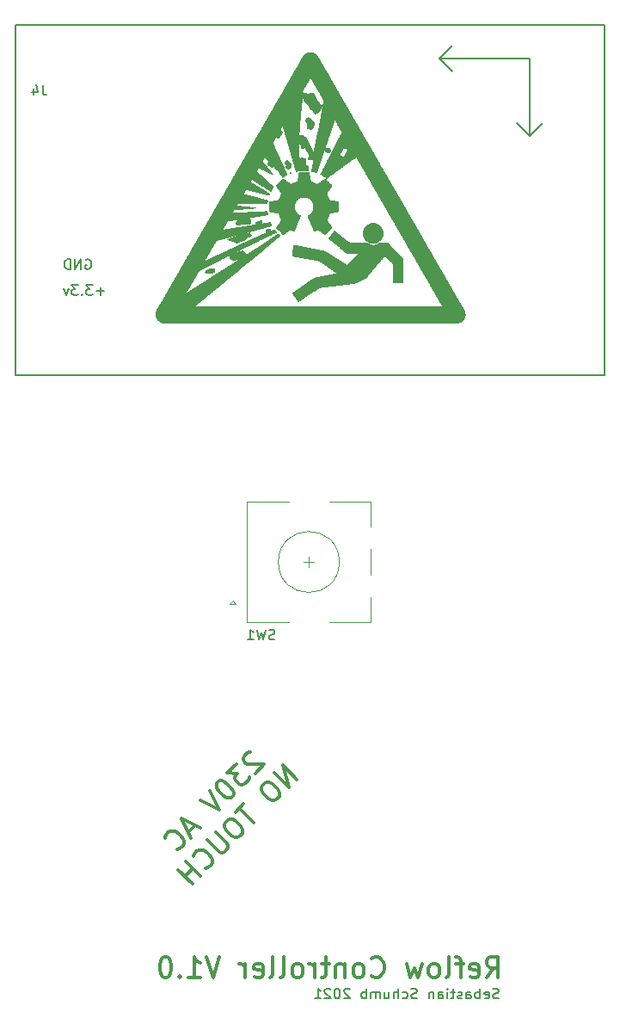
<source format=gbo>
%TF.GenerationSoftware,KiCad,Pcbnew,5.1.8*%
%TF.CreationDate,2021-01-05T14:46:37+01:00*%
%TF.ProjectId,reflow-controller,7265666c-6f77-42d6-936f-6e74726f6c6c,rev?*%
%TF.SameCoordinates,Original*%
%TF.FileFunction,Legend,Bot*%
%TF.FilePolarity,Positive*%
%FSLAX46Y46*%
G04 Gerber Fmt 4.6, Leading zero omitted, Abs format (unit mm)*
G04 Created by KiCad (PCBNEW 5.1.8) date 2021-01-05 14:46:37*
%MOMM*%
%LPD*%
G01*
G04 APERTURE LIST*
%ADD10C,0.200000*%
%ADD11C,0.300000*%
%ADD12C,0.010000*%
%ADD13C,0.150000*%
%ADD14C,0.120000*%
G04 APERTURE END LIST*
D10*
X99821904Y-109990000D02*
X99917142Y-109942380D01*
X100060000Y-109942380D01*
X100202857Y-109990000D01*
X100298095Y-110085238D01*
X100345714Y-110180476D01*
X100393333Y-110370952D01*
X100393333Y-110513809D01*
X100345714Y-110704285D01*
X100298095Y-110799523D01*
X100202857Y-110894761D01*
X100060000Y-110942380D01*
X99964761Y-110942380D01*
X99821904Y-110894761D01*
X99774285Y-110847142D01*
X99774285Y-110513809D01*
X99964761Y-110513809D01*
X99345714Y-110942380D02*
X99345714Y-109942380D01*
X98774285Y-110942380D01*
X98774285Y-109942380D01*
X98298095Y-110942380D02*
X98298095Y-109942380D01*
X98060000Y-109942380D01*
X97917142Y-109990000D01*
X97821904Y-110085238D01*
X97774285Y-110180476D01*
X97726666Y-110370952D01*
X97726666Y-110513809D01*
X97774285Y-110704285D01*
X97821904Y-110799523D01*
X97917142Y-110894761D01*
X98060000Y-110942380D01*
X98298095Y-110942380D01*
X101647380Y-113101428D02*
X100885476Y-113101428D01*
X101266428Y-113482380D02*
X101266428Y-112720476D01*
X100504523Y-112482380D02*
X99885476Y-112482380D01*
X100218809Y-112863333D01*
X100075952Y-112863333D01*
X99980714Y-112910952D01*
X99933095Y-112958571D01*
X99885476Y-113053809D01*
X99885476Y-113291904D01*
X99933095Y-113387142D01*
X99980714Y-113434761D01*
X100075952Y-113482380D01*
X100361666Y-113482380D01*
X100456904Y-113434761D01*
X100504523Y-113387142D01*
X99456904Y-113387142D02*
X99409285Y-113434761D01*
X99456904Y-113482380D01*
X99504523Y-113434761D01*
X99456904Y-113387142D01*
X99456904Y-113482380D01*
X99075952Y-112482380D02*
X98456904Y-112482380D01*
X98790238Y-112863333D01*
X98647380Y-112863333D01*
X98552142Y-112910952D01*
X98504523Y-112958571D01*
X98456904Y-113053809D01*
X98456904Y-113291904D01*
X98504523Y-113387142D01*
X98552142Y-113434761D01*
X98647380Y-113482380D01*
X98933095Y-113482380D01*
X99028333Y-113434761D01*
X99075952Y-113387142D01*
X98123571Y-112815714D02*
X97885476Y-113482380D01*
X97647380Y-112815714D01*
X140492619Y-182649761D02*
X140349761Y-182697380D01*
X140111666Y-182697380D01*
X140016428Y-182649761D01*
X139968809Y-182602142D01*
X139921190Y-182506904D01*
X139921190Y-182411666D01*
X139968809Y-182316428D01*
X140016428Y-182268809D01*
X140111666Y-182221190D01*
X140302142Y-182173571D01*
X140397380Y-182125952D01*
X140445000Y-182078333D01*
X140492619Y-181983095D01*
X140492619Y-181887857D01*
X140445000Y-181792619D01*
X140397380Y-181745000D01*
X140302142Y-181697380D01*
X140064047Y-181697380D01*
X139921190Y-181745000D01*
X139111666Y-182649761D02*
X139206904Y-182697380D01*
X139397380Y-182697380D01*
X139492619Y-182649761D01*
X139540238Y-182554523D01*
X139540238Y-182173571D01*
X139492619Y-182078333D01*
X139397380Y-182030714D01*
X139206904Y-182030714D01*
X139111666Y-182078333D01*
X139064047Y-182173571D01*
X139064047Y-182268809D01*
X139540238Y-182364047D01*
X138635476Y-182697380D02*
X138635476Y-181697380D01*
X138635476Y-182078333D02*
X138540238Y-182030714D01*
X138349761Y-182030714D01*
X138254523Y-182078333D01*
X138206904Y-182125952D01*
X138159285Y-182221190D01*
X138159285Y-182506904D01*
X138206904Y-182602142D01*
X138254523Y-182649761D01*
X138349761Y-182697380D01*
X138540238Y-182697380D01*
X138635476Y-182649761D01*
X137302142Y-182697380D02*
X137302142Y-182173571D01*
X137349761Y-182078333D01*
X137445000Y-182030714D01*
X137635476Y-182030714D01*
X137730714Y-182078333D01*
X137302142Y-182649761D02*
X137397380Y-182697380D01*
X137635476Y-182697380D01*
X137730714Y-182649761D01*
X137778333Y-182554523D01*
X137778333Y-182459285D01*
X137730714Y-182364047D01*
X137635476Y-182316428D01*
X137397380Y-182316428D01*
X137302142Y-182268809D01*
X136873571Y-182649761D02*
X136778333Y-182697380D01*
X136587857Y-182697380D01*
X136492619Y-182649761D01*
X136445000Y-182554523D01*
X136445000Y-182506904D01*
X136492619Y-182411666D01*
X136587857Y-182364047D01*
X136730714Y-182364047D01*
X136825952Y-182316428D01*
X136873571Y-182221190D01*
X136873571Y-182173571D01*
X136825952Y-182078333D01*
X136730714Y-182030714D01*
X136587857Y-182030714D01*
X136492619Y-182078333D01*
X136159285Y-182030714D02*
X135778333Y-182030714D01*
X136016428Y-181697380D02*
X136016428Y-182554523D01*
X135968809Y-182649761D01*
X135873571Y-182697380D01*
X135778333Y-182697380D01*
X135445000Y-182697380D02*
X135445000Y-182030714D01*
X135445000Y-181697380D02*
X135492619Y-181745000D01*
X135445000Y-181792619D01*
X135397380Y-181745000D01*
X135445000Y-181697380D01*
X135445000Y-181792619D01*
X134540238Y-182697380D02*
X134540238Y-182173571D01*
X134587857Y-182078333D01*
X134683095Y-182030714D01*
X134873571Y-182030714D01*
X134968809Y-182078333D01*
X134540238Y-182649761D02*
X134635476Y-182697380D01*
X134873571Y-182697380D01*
X134968809Y-182649761D01*
X135016428Y-182554523D01*
X135016428Y-182459285D01*
X134968809Y-182364047D01*
X134873571Y-182316428D01*
X134635476Y-182316428D01*
X134540238Y-182268809D01*
X134064047Y-182030714D02*
X134064047Y-182697380D01*
X134064047Y-182125952D02*
X134016428Y-182078333D01*
X133921190Y-182030714D01*
X133778333Y-182030714D01*
X133683095Y-182078333D01*
X133635476Y-182173571D01*
X133635476Y-182697380D01*
X132445000Y-182649761D02*
X132302142Y-182697380D01*
X132064047Y-182697380D01*
X131968809Y-182649761D01*
X131921190Y-182602142D01*
X131873571Y-182506904D01*
X131873571Y-182411666D01*
X131921190Y-182316428D01*
X131968809Y-182268809D01*
X132064047Y-182221190D01*
X132254523Y-182173571D01*
X132349761Y-182125952D01*
X132397380Y-182078333D01*
X132445000Y-181983095D01*
X132445000Y-181887857D01*
X132397380Y-181792619D01*
X132349761Y-181745000D01*
X132254523Y-181697380D01*
X132016428Y-181697380D01*
X131873571Y-181745000D01*
X131016428Y-182649761D02*
X131111666Y-182697380D01*
X131302142Y-182697380D01*
X131397380Y-182649761D01*
X131445000Y-182602142D01*
X131492619Y-182506904D01*
X131492619Y-182221190D01*
X131445000Y-182125952D01*
X131397380Y-182078333D01*
X131302142Y-182030714D01*
X131111666Y-182030714D01*
X131016428Y-182078333D01*
X130587857Y-182697380D02*
X130587857Y-181697380D01*
X130159285Y-182697380D02*
X130159285Y-182173571D01*
X130206904Y-182078333D01*
X130302142Y-182030714D01*
X130445000Y-182030714D01*
X130540238Y-182078333D01*
X130587857Y-182125952D01*
X129254523Y-182030714D02*
X129254523Y-182697380D01*
X129683095Y-182030714D02*
X129683095Y-182554523D01*
X129635476Y-182649761D01*
X129540238Y-182697380D01*
X129397380Y-182697380D01*
X129302142Y-182649761D01*
X129254523Y-182602142D01*
X128778333Y-182697380D02*
X128778333Y-182030714D01*
X128778333Y-182125952D02*
X128730714Y-182078333D01*
X128635476Y-182030714D01*
X128492619Y-182030714D01*
X128397380Y-182078333D01*
X128349761Y-182173571D01*
X128349761Y-182697380D01*
X128349761Y-182173571D02*
X128302142Y-182078333D01*
X128206904Y-182030714D01*
X128064047Y-182030714D01*
X127968809Y-182078333D01*
X127921190Y-182173571D01*
X127921190Y-182697380D01*
X127445000Y-182697380D02*
X127445000Y-181697380D01*
X127445000Y-182078333D02*
X127349761Y-182030714D01*
X127159285Y-182030714D01*
X127064047Y-182078333D01*
X127016428Y-182125952D01*
X126968809Y-182221190D01*
X126968809Y-182506904D01*
X127016428Y-182602142D01*
X127064047Y-182649761D01*
X127159285Y-182697380D01*
X127349761Y-182697380D01*
X127445000Y-182649761D01*
X125825952Y-181792619D02*
X125778333Y-181745000D01*
X125683095Y-181697380D01*
X125445000Y-181697380D01*
X125349761Y-181745000D01*
X125302142Y-181792619D01*
X125254523Y-181887857D01*
X125254523Y-181983095D01*
X125302142Y-182125952D01*
X125873571Y-182697380D01*
X125254523Y-182697380D01*
X124635476Y-181697380D02*
X124540238Y-181697380D01*
X124445000Y-181745000D01*
X124397380Y-181792619D01*
X124349761Y-181887857D01*
X124302142Y-182078333D01*
X124302142Y-182316428D01*
X124349761Y-182506904D01*
X124397380Y-182602142D01*
X124445000Y-182649761D01*
X124540238Y-182697380D01*
X124635476Y-182697380D01*
X124730714Y-182649761D01*
X124778333Y-182602142D01*
X124825952Y-182506904D01*
X124873571Y-182316428D01*
X124873571Y-182078333D01*
X124825952Y-181887857D01*
X124778333Y-181792619D01*
X124730714Y-181745000D01*
X124635476Y-181697380D01*
X123921190Y-181792619D02*
X123873571Y-181745000D01*
X123778333Y-181697380D01*
X123540238Y-181697380D01*
X123445000Y-181745000D01*
X123397380Y-181792619D01*
X123349761Y-181887857D01*
X123349761Y-181983095D01*
X123397380Y-182125952D01*
X123968809Y-182697380D01*
X123349761Y-182697380D01*
X122397380Y-182697380D02*
X122968809Y-182697380D01*
X122683095Y-182697380D02*
X122683095Y-181697380D01*
X122778333Y-181840238D01*
X122873571Y-181935476D01*
X122968809Y-181983095D01*
D11*
X139301190Y-180609761D02*
X139967857Y-179657380D01*
X140444047Y-180609761D02*
X140444047Y-178609761D01*
X139682142Y-178609761D01*
X139491666Y-178705000D01*
X139396428Y-178800238D01*
X139301190Y-178990714D01*
X139301190Y-179276428D01*
X139396428Y-179466904D01*
X139491666Y-179562142D01*
X139682142Y-179657380D01*
X140444047Y-179657380D01*
X137682142Y-180514523D02*
X137872619Y-180609761D01*
X138253571Y-180609761D01*
X138444047Y-180514523D01*
X138539285Y-180324047D01*
X138539285Y-179562142D01*
X138444047Y-179371666D01*
X138253571Y-179276428D01*
X137872619Y-179276428D01*
X137682142Y-179371666D01*
X137586904Y-179562142D01*
X137586904Y-179752619D01*
X138539285Y-179943095D01*
X137015476Y-179276428D02*
X136253571Y-179276428D01*
X136729761Y-180609761D02*
X136729761Y-178895476D01*
X136634523Y-178705000D01*
X136444047Y-178609761D01*
X136253571Y-178609761D01*
X135301190Y-180609761D02*
X135491666Y-180514523D01*
X135586904Y-180324047D01*
X135586904Y-178609761D01*
X134253571Y-180609761D02*
X134444047Y-180514523D01*
X134539285Y-180419285D01*
X134634523Y-180228809D01*
X134634523Y-179657380D01*
X134539285Y-179466904D01*
X134444047Y-179371666D01*
X134253571Y-179276428D01*
X133967857Y-179276428D01*
X133777380Y-179371666D01*
X133682142Y-179466904D01*
X133586904Y-179657380D01*
X133586904Y-180228809D01*
X133682142Y-180419285D01*
X133777380Y-180514523D01*
X133967857Y-180609761D01*
X134253571Y-180609761D01*
X132920238Y-179276428D02*
X132539285Y-180609761D01*
X132158333Y-179657380D01*
X131777380Y-180609761D01*
X131396428Y-179276428D01*
X127967857Y-180419285D02*
X128063095Y-180514523D01*
X128348809Y-180609761D01*
X128539285Y-180609761D01*
X128825000Y-180514523D01*
X129015476Y-180324047D01*
X129110714Y-180133571D01*
X129205952Y-179752619D01*
X129205952Y-179466904D01*
X129110714Y-179085952D01*
X129015476Y-178895476D01*
X128825000Y-178705000D01*
X128539285Y-178609761D01*
X128348809Y-178609761D01*
X128063095Y-178705000D01*
X127967857Y-178800238D01*
X126825000Y-180609761D02*
X127015476Y-180514523D01*
X127110714Y-180419285D01*
X127205952Y-180228809D01*
X127205952Y-179657380D01*
X127110714Y-179466904D01*
X127015476Y-179371666D01*
X126825000Y-179276428D01*
X126539285Y-179276428D01*
X126348809Y-179371666D01*
X126253571Y-179466904D01*
X126158333Y-179657380D01*
X126158333Y-180228809D01*
X126253571Y-180419285D01*
X126348809Y-180514523D01*
X126539285Y-180609761D01*
X126825000Y-180609761D01*
X125301190Y-179276428D02*
X125301190Y-180609761D01*
X125301190Y-179466904D02*
X125205952Y-179371666D01*
X125015476Y-179276428D01*
X124729761Y-179276428D01*
X124539285Y-179371666D01*
X124444047Y-179562142D01*
X124444047Y-180609761D01*
X123777380Y-179276428D02*
X123015476Y-179276428D01*
X123491666Y-178609761D02*
X123491666Y-180324047D01*
X123396428Y-180514523D01*
X123205952Y-180609761D01*
X123015476Y-180609761D01*
X122348809Y-180609761D02*
X122348809Y-179276428D01*
X122348809Y-179657380D02*
X122253571Y-179466904D01*
X122158333Y-179371666D01*
X121967857Y-179276428D01*
X121777380Y-179276428D01*
X120825000Y-180609761D02*
X121015476Y-180514523D01*
X121110714Y-180419285D01*
X121205952Y-180228809D01*
X121205952Y-179657380D01*
X121110714Y-179466904D01*
X121015476Y-179371666D01*
X120825000Y-179276428D01*
X120539285Y-179276428D01*
X120348809Y-179371666D01*
X120253571Y-179466904D01*
X120158333Y-179657380D01*
X120158333Y-180228809D01*
X120253571Y-180419285D01*
X120348809Y-180514523D01*
X120539285Y-180609761D01*
X120825000Y-180609761D01*
X119015476Y-180609761D02*
X119205952Y-180514523D01*
X119301190Y-180324047D01*
X119301190Y-178609761D01*
X117967857Y-180609761D02*
X118158333Y-180514523D01*
X118253571Y-180324047D01*
X118253571Y-178609761D01*
X116444047Y-180514523D02*
X116634523Y-180609761D01*
X117015476Y-180609761D01*
X117205952Y-180514523D01*
X117301190Y-180324047D01*
X117301190Y-179562142D01*
X117205952Y-179371666D01*
X117015476Y-179276428D01*
X116634523Y-179276428D01*
X116444047Y-179371666D01*
X116348809Y-179562142D01*
X116348809Y-179752619D01*
X117301190Y-179943095D01*
X115491666Y-180609761D02*
X115491666Y-179276428D01*
X115491666Y-179657380D02*
X115396428Y-179466904D01*
X115301190Y-179371666D01*
X115110714Y-179276428D01*
X114920238Y-179276428D01*
X113015476Y-178609761D02*
X112348809Y-180609761D01*
X111682142Y-178609761D01*
X109967857Y-180609761D02*
X111110714Y-180609761D01*
X110539285Y-180609761D02*
X110539285Y-178609761D01*
X110729761Y-178895476D01*
X110920238Y-179085952D01*
X111110714Y-179181190D01*
X109110714Y-180419285D02*
X109015476Y-180514523D01*
X109110714Y-180609761D01*
X109205952Y-180514523D01*
X109110714Y-180419285D01*
X109110714Y-180609761D01*
X107777380Y-178609761D02*
X107586904Y-178609761D01*
X107396428Y-178705000D01*
X107301190Y-178800238D01*
X107205952Y-178990714D01*
X107110714Y-179371666D01*
X107110714Y-179847857D01*
X107205952Y-180228809D01*
X107301190Y-180419285D01*
X107396428Y-180514523D01*
X107586904Y-180609761D01*
X107777380Y-180609761D01*
X107967857Y-180514523D01*
X108063095Y-180419285D01*
X108158333Y-180228809D01*
X108253571Y-179847857D01*
X108253571Y-179371666D01*
X108158333Y-178990714D01*
X108063095Y-178800238D01*
X107967857Y-178705000D01*
X107777380Y-178609761D01*
X116067479Y-158449541D02*
X115932792Y-158449541D01*
X115730762Y-158516885D01*
X115394044Y-158853602D01*
X115326701Y-159055633D01*
X115326701Y-159190320D01*
X115394044Y-159392350D01*
X115528731Y-159527037D01*
X115798105Y-159661724D01*
X117414349Y-159661724D01*
X116538884Y-160537190D01*
X114653266Y-159594381D02*
X113777800Y-160469846D01*
X114787953Y-160537190D01*
X114585922Y-160739220D01*
X114518579Y-160941251D01*
X114518579Y-161075938D01*
X114585922Y-161277968D01*
X114922640Y-161614686D01*
X115124670Y-161682029D01*
X115259357Y-161682029D01*
X115461388Y-161614686D01*
X115865449Y-161210625D01*
X115932792Y-161008594D01*
X115932792Y-160873907D01*
X112902335Y-161345312D02*
X112767648Y-161479999D01*
X112700304Y-161682029D01*
X112700304Y-161816716D01*
X112767648Y-162018747D01*
X112969678Y-162355464D01*
X113306396Y-162692182D01*
X113643113Y-162894212D01*
X113845144Y-162961556D01*
X113979831Y-162961556D01*
X114181861Y-162894212D01*
X114316548Y-162759525D01*
X114383892Y-162557495D01*
X114383892Y-162422808D01*
X114316548Y-162220777D01*
X114114518Y-161884060D01*
X113777800Y-161547342D01*
X113441083Y-161345312D01*
X113239052Y-161277968D01*
X113104365Y-161277968D01*
X112902335Y-161345312D01*
X112026869Y-162220777D02*
X112969678Y-164106396D01*
X111084060Y-163163586D01*
X110612655Y-165655296D02*
X109939220Y-166328731D01*
X111151403Y-165924670D02*
X109265785Y-164981861D01*
X110208594Y-166867479D01*
X108794381Y-168012319D02*
X108929068Y-168012319D01*
X109198442Y-167877632D01*
X109333129Y-167742945D01*
X109467816Y-167473571D01*
X109467816Y-167204197D01*
X109400472Y-167002166D01*
X109198442Y-166665449D01*
X108996411Y-166463418D01*
X108659694Y-166261388D01*
X108457663Y-166194044D01*
X108188289Y-166194044D01*
X107918915Y-166328731D01*
X107784228Y-166463418D01*
X107649541Y-166732792D01*
X107649541Y-166867479D01*
X120623267Y-161119711D02*
X119209053Y-159705497D01*
X119815145Y-161927833D01*
X118400931Y-160513619D01*
X117458122Y-161456428D02*
X117188748Y-161725802D01*
X117121405Y-161927833D01*
X117121405Y-162197207D01*
X117323435Y-162533924D01*
X117794840Y-163005329D01*
X118131557Y-163207359D01*
X118400931Y-163207359D01*
X118602962Y-163140016D01*
X118872336Y-162870642D01*
X118939679Y-162668611D01*
X118939679Y-162399237D01*
X118737649Y-162062520D01*
X118266244Y-161591115D01*
X117929527Y-161389085D01*
X117660153Y-161389085D01*
X117458122Y-161456428D01*
X115370474Y-163544077D02*
X114562351Y-164352199D01*
X116380626Y-165362351D02*
X114966413Y-163948138D01*
X113821573Y-165092977D02*
X113552199Y-165362351D01*
X113484855Y-165564382D01*
X113484855Y-165833756D01*
X113686886Y-166170474D01*
X114158290Y-166641878D01*
X114495008Y-166843909D01*
X114764382Y-166843909D01*
X114966413Y-166776565D01*
X115235787Y-166507191D01*
X115303130Y-166305161D01*
X115303130Y-166035787D01*
X115101100Y-165699069D01*
X114629695Y-165227664D01*
X114292977Y-165025634D01*
X114023603Y-165025634D01*
X113821573Y-165092977D01*
X112609390Y-166305161D02*
X113754229Y-167450000D01*
X113821573Y-167652031D01*
X113821573Y-167786718D01*
X113754229Y-167988748D01*
X113484855Y-168258122D01*
X113282825Y-168325466D01*
X113148138Y-168325466D01*
X112946107Y-168258122D01*
X111801268Y-167113283D01*
X111599237Y-169874366D02*
X111733924Y-169874366D01*
X112003298Y-169739679D01*
X112137985Y-169604992D01*
X112272672Y-169335618D01*
X112272672Y-169066244D01*
X112205329Y-168864214D01*
X112003298Y-168527496D01*
X111801268Y-168325466D01*
X111464550Y-168123435D01*
X111262520Y-168056092D01*
X110993146Y-168056092D01*
X110723772Y-168190779D01*
X110589085Y-168325466D01*
X110454398Y-168594840D01*
X110454398Y-168729527D01*
X111127833Y-170615145D02*
X109713619Y-169200931D01*
X110387054Y-169874366D02*
X109578932Y-170682488D01*
X110319711Y-171423267D02*
X108905497Y-170009053D01*
D12*
%TO.C,G\u002A\u002A\u002A*%
G36*
X120286789Y-91583925D02*
G01*
X120264036Y-91623365D01*
X120241673Y-91662127D01*
X120219890Y-91699884D01*
X120198875Y-91736309D01*
X120178817Y-91771077D01*
X120159904Y-91803859D01*
X120146769Y-91826626D01*
X120145127Y-91829473D01*
X120142326Y-91834328D01*
X120141876Y-91835108D01*
X120126302Y-91862103D01*
X120120981Y-91871325D01*
X120114952Y-91881775D01*
X120111924Y-91887025D01*
X120105873Y-91897513D01*
X120088518Y-91927595D01*
X120070569Y-91958706D01*
X120050102Y-91994183D01*
X120029673Y-92029593D01*
X120012318Y-92059675D01*
X119994369Y-92090786D01*
X119973902Y-92126263D01*
X119953473Y-92161673D01*
X119936118Y-92191755D01*
X119918169Y-92222866D01*
X119897702Y-92258343D01*
X119877273Y-92293753D01*
X119859918Y-92323835D01*
X119842156Y-92354624D01*
X119821806Y-92389901D01*
X119801355Y-92425355D01*
X119783290Y-92456674D01*
X119782971Y-92457227D01*
X119765436Y-92487566D01*
X119745882Y-92521297D01*
X119726618Y-92554443D01*
X119709952Y-92583027D01*
X119708970Y-92584708D01*
X119694356Y-92609868D01*
X119680059Y-92634772D01*
X119667655Y-92656654D01*
X119658722Y-92672749D01*
X119658257Y-92673608D01*
X119649590Y-92689357D01*
X119642514Y-92701719D01*
X119638934Y-92707460D01*
X119635444Y-92713123D01*
X119627564Y-92726448D01*
X119615960Y-92746282D01*
X119601295Y-92771474D01*
X119584236Y-92800870D01*
X119565447Y-92833320D01*
X119545593Y-92867671D01*
X119525338Y-92902771D01*
X119505349Y-92937468D01*
X119486290Y-92970610D01*
X119468826Y-93001045D01*
X119453621Y-93027621D01*
X119441341Y-93049186D01*
X119432652Y-93064588D01*
X119429281Y-93070680D01*
X119420691Y-93086205D01*
X119413704Y-93098335D01*
X119410334Y-93103700D01*
X119407178Y-93108895D01*
X119399617Y-93121741D01*
X119388317Y-93141084D01*
X119373947Y-93165770D01*
X119357174Y-93194646D01*
X119338665Y-93226560D01*
X119319088Y-93260359D01*
X119299110Y-93294889D01*
X119279398Y-93328996D01*
X119260620Y-93361529D01*
X119243443Y-93391333D01*
X119228534Y-93417257D01*
X119216562Y-93438146D01*
X119208193Y-93452847D01*
X119205991Y-93456760D01*
X119199845Y-93467576D01*
X119189818Y-93485027D01*
X119177147Y-93506969D01*
X119163068Y-93531257D01*
X119158413Y-93539267D01*
X119140696Y-93569779D01*
X119120433Y-93604740D01*
X119100147Y-93639794D01*
X119082678Y-93670035D01*
X119064729Y-93701146D01*
X119044262Y-93736623D01*
X119023833Y-93772033D01*
X119006478Y-93802115D01*
X118988529Y-93833226D01*
X118968062Y-93868703D01*
X118947633Y-93904113D01*
X118930278Y-93934195D01*
X118912516Y-93964984D01*
X118892166Y-94000261D01*
X118871715Y-94035715D01*
X118853650Y-94067034D01*
X118853331Y-94067587D01*
X118835967Y-94097673D01*
X118816765Y-94130915D01*
X118797965Y-94163436D01*
X118781808Y-94191356D01*
X118780648Y-94193360D01*
X118765504Y-94219541D01*
X118747295Y-94251073D01*
X118728017Y-94284498D01*
X118709665Y-94316357D01*
X118704438Y-94325440D01*
X118684679Y-94359777D01*
X118665444Y-94393183D01*
X118646059Y-94426822D01*
X118625855Y-94461858D01*
X118604157Y-94499456D01*
X118580295Y-94540780D01*
X118553597Y-94586993D01*
X118523390Y-94639261D01*
X118489003Y-94698746D01*
X118475745Y-94721680D01*
X118460623Y-94747856D01*
X118442429Y-94779382D01*
X118423158Y-94812802D01*
X118404802Y-94844657D01*
X118399560Y-94853760D01*
X118381901Y-94884415D01*
X118362698Y-94917717D01*
X118343948Y-94950208D01*
X118327645Y-94978431D01*
X118323360Y-94985840D01*
X118308233Y-95012016D01*
X118290034Y-95043543D01*
X118270759Y-95076963D01*
X118252401Y-95108818D01*
X118247160Y-95117920D01*
X118229476Y-95148582D01*
X118210214Y-95181892D01*
X118191379Y-95214389D01*
X118174973Y-95242614D01*
X118170667Y-95250000D01*
X118156790Y-95273848D01*
X118143707Y-95296445D01*
X118132830Y-95315345D01*
X118125570Y-95328105D01*
X118125214Y-95328740D01*
X118119014Y-95339681D01*
X118108787Y-95357575D01*
X118095588Y-95380580D01*
X118080475Y-95406853D01*
X118066203Y-95431609D01*
X118046658Y-95465480D01*
X118024231Y-95504353D01*
X118001116Y-95544428D01*
X117979503Y-95581904D01*
X117969501Y-95599249D01*
X117953359Y-95627160D01*
X117938145Y-95653303D01*
X117924898Y-95675909D01*
X117914656Y-95693207D01*
X117908541Y-95703289D01*
X117901321Y-95715232D01*
X117897096Y-95723087D01*
X117896640Y-95724406D01*
X117894204Y-95729374D01*
X117887584Y-95741235D01*
X117877819Y-95758166D01*
X117866992Y-95776577D01*
X117853558Y-95799353D01*
X117840641Y-95821459D01*
X117829960Y-95839943D01*
X117824570Y-95849440D01*
X117818567Y-95860031D01*
X117808311Y-95877956D01*
X117794643Y-95901755D01*
X117778400Y-95929969D01*
X117760422Y-95961138D01*
X117744245Y-95989140D01*
X117725642Y-96021335D01*
X117708227Y-96051508D01*
X117692798Y-96078273D01*
X117680154Y-96100244D01*
X117671093Y-96116037D01*
X117666696Y-96123760D01*
X117660326Y-96134918D01*
X117650170Y-96152515D01*
X117637578Y-96174220D01*
X117623897Y-96197706D01*
X117622581Y-96199960D01*
X117611183Y-96219545D01*
X117595716Y-96246221D01*
X117577175Y-96278268D01*
X117556552Y-96313967D01*
X117534841Y-96351600D01*
X117513036Y-96389448D01*
X117508067Y-96398080D01*
X117486393Y-96435728D01*
X117464596Y-96473561D01*
X117443670Y-96509859D01*
X117424605Y-96542905D01*
X117408391Y-96570981D01*
X117396021Y-96592367D01*
X117393800Y-96596200D01*
X117378642Y-96622376D01*
X117360415Y-96653902D01*
X117341117Y-96687321D01*
X117322744Y-96719176D01*
X117317498Y-96728280D01*
X117299827Y-96758934D01*
X117280608Y-96792234D01*
X117261836Y-96824725D01*
X117245510Y-96852947D01*
X117241217Y-96860360D01*
X117226068Y-96886546D01*
X117207859Y-96918085D01*
X117188587Y-96951516D01*
X117170248Y-96983378D01*
X117165039Y-96992440D01*
X117147405Y-97023104D01*
X117128224Y-97056415D01*
X117109492Y-97088913D01*
X117093202Y-97117138D01*
X117088936Y-97124520D01*
X117052914Y-97186831D01*
X117021309Y-97241512D01*
X116993449Y-97289729D01*
X116968663Y-97332645D01*
X116946278Y-97371425D01*
X116925623Y-97407232D01*
X116906026Y-97441232D01*
X116886815Y-97474587D01*
X116867317Y-97508463D01*
X116860243Y-97520760D01*
X116842589Y-97551420D01*
X116823386Y-97584727D01*
X116804628Y-97617222D01*
X116788313Y-97645446D01*
X116784033Y-97652840D01*
X116768199Y-97680200D01*
X116749534Y-97712484D01*
X116730279Y-97745815D01*
X116712676Y-97776313D01*
X116711350Y-97778612D01*
X116693358Y-97809804D01*
X116672930Y-97845218D01*
X116652554Y-97880541D01*
X116634716Y-97911461D01*
X116634403Y-97912004D01*
X116616455Y-97943114D01*
X116595987Y-97978591D01*
X116575558Y-98014001D01*
X116558203Y-98044084D01*
X116540430Y-98074894D01*
X116520074Y-98110186D01*
X116499628Y-98145640D01*
X116481583Y-98176934D01*
X116481319Y-98177392D01*
X116436896Y-98254364D01*
X116397454Y-98322543D01*
X116362967Y-98381977D01*
X116333408Y-98432711D01*
X116331977Y-98435160D01*
X116317918Y-98459318D01*
X116304506Y-98482537D01*
X116293213Y-98502258D01*
X116285514Y-98515919D01*
X116285226Y-98516440D01*
X116278958Y-98527574D01*
X116268530Y-98545843D01*
X116254891Y-98569597D01*
X116238986Y-98597188D01*
X116221765Y-98626966D01*
X116215162Y-98638360D01*
X116192420Y-98677589D01*
X116171036Y-98714507D01*
X116150113Y-98750668D01*
X116128754Y-98787626D01*
X116106060Y-98826937D01*
X116081134Y-98870153D01*
X116053077Y-98918831D01*
X116020993Y-98974524D01*
X116015651Y-98983800D01*
X115995294Y-99019134D01*
X115974263Y-99055624D01*
X115953821Y-99091077D01*
X115935233Y-99123301D01*
X115919764Y-99150102D01*
X115913122Y-99161600D01*
X115896162Y-99190947D01*
X115876464Y-99225033D01*
X115856373Y-99259801D01*
X115838233Y-99291193D01*
X115836796Y-99293680D01*
X115818954Y-99324572D01*
X115798969Y-99359200D01*
X115779182Y-99393508D01*
X115761932Y-99423439D01*
X115760596Y-99425760D01*
X115743521Y-99455387D01*
X115723759Y-99489648D01*
X115703711Y-99524379D01*
X115685777Y-99555421D01*
X115685113Y-99556570D01*
X115667204Y-99587558D01*
X115646968Y-99622589D01*
X115626851Y-99657426D01*
X115609300Y-99687835D01*
X115608830Y-99688650D01*
X115559812Y-99773611D01*
X115508661Y-99862272D01*
X115458321Y-99949532D01*
X115456430Y-99952810D01*
X115438341Y-99984186D01*
X115417728Y-100019970D01*
X115397119Y-100055772D01*
X115379042Y-100087202D01*
X115378911Y-100087430D01*
X115362577Y-100115804D01*
X115345337Y-100145683D01*
X115329062Y-100173826D01*
X115315625Y-100196992D01*
X115313607Y-100200460D01*
X115299893Y-100224057D01*
X115283557Y-100252239D01*
X115264140Y-100285800D01*
X115241181Y-100325536D01*
X115214223Y-100372241D01*
X115182804Y-100426710D01*
X115171930Y-100445570D01*
X115153835Y-100476952D01*
X115133199Y-100512744D01*
X115112553Y-100548552D01*
X115094430Y-100579984D01*
X115094311Y-100580190D01*
X115043176Y-100668841D01*
X114997042Y-100748746D01*
X114955867Y-100819975D01*
X114943233Y-100841810D01*
X114925746Y-100872043D01*
X114905642Y-100906835D01*
X114885372Y-100941938D01*
X114867390Y-100973105D01*
X114866962Y-100973847D01*
X114848977Y-101005037D01*
X114828551Y-101040457D01*
X114808173Y-101075787D01*
X114790337Y-101106707D01*
X114790078Y-101107155D01*
X114772129Y-101138266D01*
X114751662Y-101173743D01*
X114731233Y-101209153D01*
X114713878Y-101239235D01*
X114695929Y-101270346D01*
X114675462Y-101305823D01*
X114655033Y-101341233D01*
X114637678Y-101371315D01*
X114619729Y-101402426D01*
X114599262Y-101437903D01*
X114578833Y-101473313D01*
X114561478Y-101503395D01*
X114543529Y-101534506D01*
X114523062Y-101569983D01*
X114502633Y-101605393D01*
X114485278Y-101635475D01*
X114467516Y-101666264D01*
X114447166Y-101701541D01*
X114426715Y-101736995D01*
X114408650Y-101768314D01*
X114408331Y-101768867D01*
X114390967Y-101798953D01*
X114371765Y-101832195D01*
X114352965Y-101864716D01*
X114336808Y-101892636D01*
X114335648Y-101894640D01*
X114320504Y-101920824D01*
X114302298Y-101952359D01*
X114283025Y-101985787D01*
X114264681Y-102017648D01*
X114259464Y-102026720D01*
X114241791Y-102057391D01*
X114222529Y-102090710D01*
X114203683Y-102123214D01*
X114187259Y-102151440D01*
X114182961Y-102158800D01*
X114168720Y-102183278D01*
X114154961Y-102207136D01*
X114143223Y-102227691D01*
X114135047Y-102242262D01*
X114134850Y-102242620D01*
X114125617Y-102259055D01*
X114113394Y-102280319D01*
X114100419Y-102302530D01*
X114096797Y-102308660D01*
X114087674Y-102324197D01*
X114074481Y-102346875D01*
X114058190Y-102375013D01*
X114039772Y-102406929D01*
X114020199Y-102440944D01*
X114002824Y-102471220D01*
X113984408Y-102503302D01*
X113967539Y-102532590D01*
X113952905Y-102557898D01*
X113941194Y-102578040D01*
X113933094Y-102591830D01*
X113929293Y-102598080D01*
X113929195Y-102598220D01*
X113924792Y-102605254D01*
X113917436Y-102617980D01*
X113911574Y-102628481D01*
X113905213Y-102639804D01*
X113894620Y-102658397D01*
X113880665Y-102682747D01*
X113864216Y-102711338D01*
X113846145Y-102742656D01*
X113831378Y-102768181D01*
X113799841Y-102822656D01*
X113771022Y-102872490D01*
X113745300Y-102917026D01*
X113723052Y-102955609D01*
X113704658Y-102987582D01*
X113690496Y-103012287D01*
X113680943Y-103029069D01*
X113678977Y-103032560D01*
X113672821Y-103043376D01*
X113662786Y-103060828D01*
X113650109Y-103082770D01*
X113636027Y-103107059D01*
X113631373Y-103115067D01*
X113613839Y-103145266D01*
X113593691Y-103180032D01*
X113573384Y-103215128D01*
X113555370Y-103246317D01*
X113554891Y-103247147D01*
X113537527Y-103277233D01*
X113518325Y-103310475D01*
X113499525Y-103342996D01*
X113483368Y-103370916D01*
X113482208Y-103372920D01*
X113467064Y-103399101D01*
X113448855Y-103430633D01*
X113429577Y-103464058D01*
X113411225Y-103495917D01*
X113405998Y-103505000D01*
X113364027Y-103577911D01*
X113324152Y-103647084D01*
X113287343Y-103710840D01*
X113254568Y-103767502D01*
X113253608Y-103769160D01*
X113238464Y-103795335D01*
X113220249Y-103826860D01*
X113200959Y-103860279D01*
X113182589Y-103892133D01*
X113177343Y-103901240D01*
X113159676Y-103931892D01*
X113140469Y-103965191D01*
X113121715Y-103997680D01*
X113105409Y-104025903D01*
X113101120Y-104033320D01*
X113085993Y-104059496D01*
X113067794Y-104091023D01*
X113048519Y-104124443D01*
X113030161Y-104156298D01*
X113024921Y-104165400D01*
X113007261Y-104196055D01*
X112988058Y-104229357D01*
X112969308Y-104261848D01*
X112953005Y-104290071D01*
X112948720Y-104297480D01*
X112933593Y-104323656D01*
X112915394Y-104355183D01*
X112896119Y-104388603D01*
X112877761Y-104420458D01*
X112872521Y-104429560D01*
X112854861Y-104460215D01*
X112835658Y-104493517D01*
X112816908Y-104526008D01*
X112800605Y-104554231D01*
X112796321Y-104561640D01*
X112781193Y-104587816D01*
X112762994Y-104619343D01*
X112743719Y-104652763D01*
X112725361Y-104684618D01*
X112720120Y-104693720D01*
X112702436Y-104724382D01*
X112683174Y-104757692D01*
X112664339Y-104790189D01*
X112647933Y-104818414D01*
X112643627Y-104825800D01*
X112629921Y-104849337D01*
X112617170Y-104871316D01*
X112606721Y-104889407D01*
X112599925Y-104901280D01*
X112599519Y-104902000D01*
X112593426Y-104912704D01*
X112583448Y-104930122D01*
X112570781Y-104952170D01*
X112556621Y-104976764D01*
X112550668Y-104987090D01*
X112532576Y-105018467D01*
X112511957Y-105054253D01*
X112491339Y-105090056D01*
X112473252Y-105121486D01*
X112473123Y-105121710D01*
X112456766Y-105150085D01*
X112439483Y-105179965D01*
X112423152Y-105208108D01*
X112409651Y-105231275D01*
X112407623Y-105234740D01*
X112395165Y-105256079D01*
X112383534Y-105276131D01*
X112374401Y-105292009D01*
X112370867Y-105298240D01*
X112362806Y-105312455D01*
X112350025Y-105334784D01*
X112332910Y-105364559D01*
X112311847Y-105401110D01*
X112287221Y-105443767D01*
X112259419Y-105491862D01*
X112228826Y-105544724D01*
X112218463Y-105562618D01*
X112199727Y-105595014D01*
X112181930Y-105625875D01*
X112165943Y-105653684D01*
X112152636Y-105676927D01*
X112142877Y-105694088D01*
X112138267Y-105702318D01*
X112129971Y-105717092D01*
X112123313Y-105728432D01*
X112120646Y-105732580D01*
X112117221Y-105738171D01*
X112109442Y-105751396D01*
X112097997Y-105771070D01*
X112083574Y-105796006D01*
X112066859Y-105825018D01*
X112048542Y-105856919D01*
X112047017Y-105859580D01*
X112027230Y-105894051D01*
X112007746Y-105927900D01*
X111989535Y-105959447D01*
X111973569Y-105987009D01*
X111960820Y-106008908D01*
X111953044Y-106022140D01*
X111940276Y-106043891D01*
X111927608Y-106065835D01*
X111917276Y-106084088D01*
X111915012Y-106088180D01*
X111906994Y-106102504D01*
X111895368Y-106122907D01*
X111881672Y-106146703D01*
X111867444Y-106171209D01*
X111866983Y-106172000D01*
X111851741Y-106198181D01*
X111833443Y-106229714D01*
X111814092Y-106263139D01*
X111795693Y-106294997D01*
X111790458Y-106304080D01*
X111772788Y-106334733D01*
X111753572Y-106368034D01*
X111734805Y-106400524D01*
X111718485Y-106428746D01*
X111714193Y-106436160D01*
X111698201Y-106463795D01*
X111679439Y-106496252D01*
X111660209Y-106529549D01*
X111642811Y-106559704D01*
X111642283Y-106560620D01*
X111624701Y-106591109D01*
X111604461Y-106626195D01*
X111583987Y-106661675D01*
X111565704Y-106693349D01*
X111564613Y-106695240D01*
X111546778Y-106726137D01*
X111526793Y-106760771D01*
X111507000Y-106795084D01*
X111489740Y-106825016D01*
X111488413Y-106827320D01*
X111471490Y-106856668D01*
X111451827Y-106890757D01*
X111431765Y-106925526D01*
X111413645Y-106956919D01*
X111412213Y-106959400D01*
X111394378Y-106990297D01*
X111374393Y-107024931D01*
X111354600Y-107059244D01*
X111337340Y-107089176D01*
X111336013Y-107091480D01*
X111318754Y-107121415D01*
X111298884Y-107155874D01*
X111278869Y-107190577D01*
X111261309Y-107221020D01*
X111243716Y-107251515D01*
X111223472Y-107286608D01*
X111203002Y-107322094D01*
X111184731Y-107353769D01*
X111183652Y-107355640D01*
X111165809Y-107386549D01*
X111145786Y-107421195D01*
X111125932Y-107455518D01*
X111108595Y-107485452D01*
X111107281Y-107487720D01*
X111090888Y-107516055D01*
X111071587Y-107549511D01*
X111051511Y-107584385D01*
X111032793Y-107616975D01*
X111028262Y-107624880D01*
X111011884Y-107653409D01*
X110995117Y-107682523D01*
X110979535Y-107709492D01*
X110966714Y-107731590D01*
X110962287Y-107739180D01*
X110951924Y-107756977D01*
X110937842Y-107781274D01*
X110921378Y-107809759D01*
X110903869Y-107840118D01*
X110888871Y-107866180D01*
X110870170Y-107898666D01*
X110850056Y-107933536D01*
X110830274Y-107967766D01*
X110812571Y-107998335D01*
X110802289Y-108016040D01*
X110789103Y-108038754D01*
X110772087Y-108068132D01*
X110752480Y-108102031D01*
X110731521Y-108138309D01*
X110710449Y-108174823D01*
X110698021Y-108196380D01*
X110677385Y-108232182D01*
X110656016Y-108269248D01*
X110635175Y-108305388D01*
X110616125Y-108338413D01*
X110600130Y-108366132D01*
X110592552Y-108379260D01*
X110574821Y-108409976D01*
X110554797Y-108444689D01*
X110534945Y-108479122D01*
X110517845Y-108508800D01*
X110500936Y-108538136D01*
X110481273Y-108572209D01*
X110461197Y-108606966D01*
X110443048Y-108638354D01*
X110441586Y-108640880D01*
X110425118Y-108669360D01*
X110407848Y-108699269D01*
X110391597Y-108727448D01*
X110378187Y-108750740D01*
X110375636Y-108755180D01*
X110363164Y-108776864D01*
X110347428Y-108804182D01*
X110330247Y-108833975D01*
X110313446Y-108863082D01*
X110309750Y-108869480D01*
X110291910Y-108900372D01*
X110271926Y-108935002D01*
X110252140Y-108969310D01*
X110234891Y-108999241D01*
X110233556Y-109001560D01*
X110216311Y-109031485D01*
X110196444Y-109065932D01*
X110176421Y-109100627D01*
X110158820Y-109131100D01*
X110143152Y-109158225D01*
X110124206Y-109191051D01*
X110103773Y-109226470D01*
X110083645Y-109261379D01*
X110070897Y-109283500D01*
X110054654Y-109311600D01*
X110039342Y-109337922D01*
X110025987Y-109360715D01*
X110015616Y-109378227D01*
X110009255Y-109388705D01*
X110009190Y-109388809D01*
X110001938Y-109400806D01*
X109997696Y-109408784D01*
X109997240Y-109410164D01*
X109994807Y-109415126D01*
X109988063Y-109427373D01*
X109977844Y-109445427D01*
X109964982Y-109467811D01*
X109953415Y-109487735D01*
X109934961Y-109519438D01*
X109914539Y-109554604D01*
X109894290Y-109589543D01*
X109876354Y-109620565D01*
X109871523Y-109628940D01*
X109805497Y-109743298D01*
X109739108Y-109857937D01*
X109721652Y-109888020D01*
X109708027Y-109911525D01*
X109690598Y-109941646D01*
X109670631Y-109976192D01*
X109649392Y-110012972D01*
X109628147Y-110049795D01*
X109615981Y-110070900D01*
X109595409Y-110106598D01*
X109574163Y-110143465D01*
X109553491Y-110179337D01*
X109534641Y-110212047D01*
X109518861Y-110239431D01*
X109511324Y-110252510D01*
X109493551Y-110283346D01*
X109473280Y-110318505D01*
X109453092Y-110353511D01*
X109436630Y-110382050D01*
X109419366Y-110411973D01*
X109399409Y-110446566D01*
X109379143Y-110481696D01*
X109360950Y-110513233D01*
X109359700Y-110515400D01*
X109341768Y-110546487D01*
X109321577Y-110581487D01*
X109301511Y-110616268D01*
X109283954Y-110646699D01*
X109282771Y-110648750D01*
X109265337Y-110678967D01*
X109245272Y-110713745D01*
X109225023Y-110748843D01*
X109207037Y-110780021D01*
X109206571Y-110780830D01*
X109188687Y-110811829D01*
X109168470Y-110846873D01*
X109148365Y-110881720D01*
X109130820Y-110912131D01*
X109130371Y-110912910D01*
X109112937Y-110943127D01*
X109092872Y-110977905D01*
X109072623Y-111013003D01*
X109054637Y-111044181D01*
X109054171Y-111044990D01*
X109007938Y-111125132D01*
X108966493Y-111196970D01*
X108929550Y-111261002D01*
X108896821Y-111317725D01*
X108868020Y-111367637D01*
X108842858Y-111411235D01*
X108821050Y-111449016D01*
X108802308Y-111481479D01*
X108786344Y-111509120D01*
X108772872Y-111532438D01*
X108761604Y-111551929D01*
X108760257Y-111554260D01*
X108747703Y-111575992D01*
X108731642Y-111603837D01*
X108713628Y-111635096D01*
X108695215Y-111667073D01*
X108682668Y-111688880D01*
X108667377Y-111715395D01*
X108653687Y-111739002D01*
X108642452Y-111758235D01*
X108634528Y-111771629D01*
X108630773Y-111777721D01*
X108630730Y-111777780D01*
X108626341Y-111784814D01*
X108618995Y-111797539D01*
X108613134Y-111808041D01*
X108606773Y-111819364D01*
X108596180Y-111837958D01*
X108582225Y-111862308D01*
X108565777Y-111890899D01*
X108547707Y-111922217D01*
X108532940Y-111947741D01*
X108514489Y-111979624D01*
X108497228Y-112009494D01*
X108481968Y-112035947D01*
X108469518Y-112057581D01*
X108460685Y-112072991D01*
X108456687Y-112080040D01*
X108449824Y-112092111D01*
X108439475Y-112110053D01*
X108427308Y-112130981D01*
X108419965Y-112143540D01*
X108407280Y-112165271D01*
X108395212Y-112186099D01*
X108385530Y-112202963D01*
X108381785Y-112209580D01*
X108376141Y-112219507D01*
X108366231Y-112236780D01*
X108352888Y-112259955D01*
X108336944Y-112287589D01*
X108319230Y-112318238D01*
X108304204Y-112344200D01*
X108283765Y-112379504D01*
X108262669Y-112415964D01*
X108242182Y-112451392D01*
X108223567Y-112483602D01*
X108208090Y-112510405D01*
X108201402Y-112522000D01*
X108185085Y-112550290D01*
X108167549Y-112580673D01*
X108150873Y-112609545D01*
X108137140Y-112633300D01*
X108136874Y-112633760D01*
X108124859Y-112654545D01*
X108109283Y-112681522D01*
X108091653Y-112712077D01*
X108073478Y-112743595D01*
X108060658Y-112765840D01*
X108042891Y-112796668D01*
X108024418Y-112828707D01*
X108006794Y-112859262D01*
X107991572Y-112885637D01*
X107983011Y-112900460D01*
X107961637Y-112937459D01*
X107935753Y-112982285D01*
X107905923Y-113033960D01*
X107872708Y-113091510D01*
X107836673Y-113153957D01*
X107798381Y-113220327D01*
X107764580Y-113278920D01*
X107747648Y-113308272D01*
X107727979Y-113342366D01*
X107707917Y-113377139D01*
X107689804Y-113408533D01*
X107688380Y-113411000D01*
X107670551Y-113441901D01*
X107650566Y-113476540D01*
X107630769Y-113510856D01*
X107613502Y-113540789D01*
X107612180Y-113543080D01*
X107567655Y-113620265D01*
X107527949Y-113689083D01*
X107492814Y-113749970D01*
X107461995Y-113803363D01*
X107435243Y-113849697D01*
X107412304Y-113889409D01*
X107393734Y-113921540D01*
X107360465Y-113979124D01*
X107322795Y-114044400D01*
X107281371Y-114116242D01*
X107241352Y-114185700D01*
X107223571Y-114216558D01*
X107205286Y-114248270D01*
X107187958Y-114278304D01*
X107173047Y-114304129D01*
X107163687Y-114320320D01*
X107148077Y-114347312D01*
X107130253Y-114378157D01*
X107109830Y-114413522D01*
X107086422Y-114454075D01*
X107059643Y-114500487D01*
X107029107Y-114553425D01*
X106994428Y-114613559D01*
X106955221Y-114681557D01*
X106937969Y-114711480D01*
X106920813Y-114741180D01*
X106903522Y-114771010D01*
X106887467Y-114798614D01*
X106874017Y-114821637D01*
X106866102Y-114835089D01*
X106855747Y-114852800D01*
X106847714Y-114866935D01*
X106843165Y-114875431D01*
X106842560Y-114876910D01*
X106840099Y-114881897D01*
X106833582Y-114893261D01*
X106824311Y-114908745D01*
X106822227Y-114912162D01*
X106800839Y-114949234D01*
X106779734Y-114989712D01*
X106759765Y-115031628D01*
X106741784Y-115073015D01*
X106726641Y-115111904D01*
X106715188Y-115146328D01*
X106708278Y-115174319D01*
X106707933Y-115176300D01*
X106704351Y-115194263D01*
X106700100Y-115211155D01*
X106699635Y-115212718D01*
X106696805Y-115225856D01*
X106693694Y-115246462D01*
X106690585Y-115271859D01*
X106687757Y-115299371D01*
X106685492Y-115326320D01*
X106684071Y-115350031D01*
X106683728Y-115364260D01*
X106684715Y-115390803D01*
X106687318Y-115423690D01*
X106691131Y-115459305D01*
X106695748Y-115494036D01*
X106700764Y-115524267D01*
X106702824Y-115534440D01*
X106726538Y-115619871D01*
X106759486Y-115701827D01*
X106801132Y-115779605D01*
X106850935Y-115852507D01*
X106908358Y-115919831D01*
X106972862Y-115980878D01*
X107043909Y-116034946D01*
X107120960Y-116081335D01*
X107124858Y-116083387D01*
X107154898Y-116097867D01*
X107189671Y-116112658D01*
X107226353Y-116126724D01*
X107262119Y-116139029D01*
X107294146Y-116148538D01*
X107316564Y-116153694D01*
X107333321Y-116157080D01*
X107346097Y-116160298D01*
X107351055Y-116162125D01*
X107357909Y-116163878D01*
X107372555Y-116166216D01*
X107392668Y-116168800D01*
X107410451Y-116170749D01*
X107416989Y-116170900D01*
X107433515Y-116171050D01*
X107459874Y-116171200D01*
X107495911Y-116171348D01*
X107541470Y-116171495D01*
X107596397Y-116171641D01*
X107660534Y-116171786D01*
X107733727Y-116171930D01*
X107815821Y-116172072D01*
X107906659Y-116172214D01*
X108006086Y-116172354D01*
X108113947Y-116172493D01*
X108230086Y-116172630D01*
X108354347Y-116172767D01*
X108486576Y-116172902D01*
X108626616Y-116173036D01*
X108774312Y-116173169D01*
X108929509Y-116173300D01*
X109092050Y-116173430D01*
X109261781Y-116173558D01*
X109438545Y-116173685D01*
X109622189Y-116173811D01*
X109812554Y-116173935D01*
X110009488Y-116174057D01*
X110212833Y-116174179D01*
X110422434Y-116174298D01*
X110638136Y-116174417D01*
X110859783Y-116174533D01*
X111087219Y-116174648D01*
X111320290Y-116174762D01*
X111558840Y-116174873D01*
X111802713Y-116174984D01*
X112051753Y-116175092D01*
X112305805Y-116175199D01*
X112564714Y-116175304D01*
X112828323Y-116175408D01*
X113096478Y-116175510D01*
X113369023Y-116175610D01*
X113645803Y-116175708D01*
X113926661Y-116175804D01*
X114211443Y-116175899D01*
X114499992Y-116175992D01*
X114792154Y-116176083D01*
X115087773Y-116176172D01*
X115386693Y-116176259D01*
X115688758Y-116176344D01*
X115993814Y-116176428D01*
X116301704Y-116176509D01*
X116612274Y-116176588D01*
X116925367Y-116176666D01*
X117240828Y-116176741D01*
X117558502Y-116176815D01*
X117878232Y-116176886D01*
X118199865Y-116176955D01*
X118523243Y-116177022D01*
X118848212Y-116177087D01*
X119174615Y-116177150D01*
X119502298Y-116177211D01*
X119831105Y-116177270D01*
X120160880Y-116177326D01*
X120491468Y-116177380D01*
X120822714Y-116177432D01*
X121154461Y-116177482D01*
X121486554Y-116177529D01*
X121818838Y-116177574D01*
X122151157Y-116177617D01*
X122483356Y-116177657D01*
X122815279Y-116177695D01*
X123146771Y-116177731D01*
X123477676Y-116177764D01*
X123807838Y-116177795D01*
X124137102Y-116177824D01*
X124465313Y-116177849D01*
X124792314Y-116177873D01*
X125117952Y-116177894D01*
X125442069Y-116177912D01*
X125764510Y-116177928D01*
X126085121Y-116177942D01*
X126403744Y-116177952D01*
X126720226Y-116177961D01*
X127034409Y-116177966D01*
X127346140Y-116177969D01*
X127655262Y-116177969D01*
X127961619Y-116177967D01*
X128265057Y-116177962D01*
X128565419Y-116177954D01*
X128862551Y-116177943D01*
X129156296Y-116177930D01*
X129446499Y-116177914D01*
X129733004Y-116177895D01*
X130015657Y-116177873D01*
X130294301Y-116177848D01*
X130568781Y-116177821D01*
X130838942Y-116177790D01*
X131104627Y-116177757D01*
X131365682Y-116177721D01*
X131621951Y-116177682D01*
X131873278Y-116177640D01*
X132119508Y-116177595D01*
X132360485Y-116177546D01*
X132596054Y-116177495D01*
X132826059Y-116177441D01*
X133050345Y-116177384D01*
X133268755Y-116177323D01*
X133481136Y-116177260D01*
X133687331Y-116177193D01*
X133887184Y-116177124D01*
X134080541Y-116177051D01*
X134267245Y-116176975D01*
X134447140Y-116176895D01*
X134620073Y-116176813D01*
X134785886Y-116176727D01*
X134944425Y-116176638D01*
X135095534Y-116176546D01*
X135239057Y-116176450D01*
X135374839Y-116176351D01*
X135502724Y-116176249D01*
X135622557Y-116176143D01*
X135734183Y-116176034D01*
X135837445Y-116175921D01*
X135932188Y-116175805D01*
X136018257Y-116175686D01*
X136095497Y-116175563D01*
X136163751Y-116175437D01*
X136222863Y-116175307D01*
X136272680Y-116175173D01*
X136313045Y-116175037D01*
X136343802Y-116174896D01*
X136364796Y-116174752D01*
X136375872Y-116174604D01*
X136377680Y-116174521D01*
X136389678Y-116172215D01*
X136407348Y-116170524D01*
X136421321Y-116169946D01*
X136466961Y-116166042D01*
X136518214Y-116156196D01*
X136573027Y-116141134D01*
X136629350Y-116121585D01*
X136685130Y-116098276D01*
X136738317Y-116071935D01*
X136786859Y-116043290D01*
X136796553Y-116036858D01*
X136866934Y-115983150D01*
X136930875Y-115922239D01*
X136987860Y-115854986D01*
X137037371Y-115782252D01*
X137078888Y-115704896D01*
X137111895Y-115623780D01*
X137135874Y-115539764D01*
X137150306Y-115453708D01*
X137150900Y-115448080D01*
X137154089Y-115413284D01*
X137155715Y-115384389D01*
X137155776Y-115357498D01*
X137154272Y-115328715D01*
X137151200Y-115294143D01*
X137150845Y-115290600D01*
X137137018Y-115202452D01*
X137113370Y-115115394D01*
X137079802Y-115029140D01*
X137036212Y-114943402D01*
X137017774Y-114912162D01*
X137008106Y-114896120D01*
X137000930Y-114883745D01*
X136997547Y-114877292D01*
X136997441Y-114876910D01*
X136995026Y-114871935D01*
X136988556Y-114860307D01*
X136979194Y-114844092D01*
X136973899Y-114835089D01*
X136963493Y-114817383D01*
X136949394Y-114793223D01*
X136932972Y-114764967D01*
X136915597Y-114734971D01*
X136902032Y-114711480D01*
X136860881Y-114640107D01*
X136824415Y-114576869D01*
X136805851Y-114544682D01*
X134929880Y-114544682D01*
X134924824Y-114544804D01*
X134909745Y-114544926D01*
X134884785Y-114545046D01*
X134850080Y-114545166D01*
X134805770Y-114545285D01*
X134751994Y-114545402D01*
X134688889Y-114545519D01*
X134616596Y-114545635D01*
X134535252Y-114545749D01*
X134444997Y-114545862D01*
X134345968Y-114545974D01*
X134238306Y-114546084D01*
X134122147Y-114546193D01*
X133997632Y-114546301D01*
X133864898Y-114546408D01*
X133724085Y-114546512D01*
X133575331Y-114546616D01*
X133418775Y-114546717D01*
X133254555Y-114546817D01*
X133082811Y-114546916D01*
X132903681Y-114547012D01*
X132717303Y-114547107D01*
X132523817Y-114547200D01*
X132323361Y-114547291D01*
X132116073Y-114547380D01*
X131902093Y-114547467D01*
X131681559Y-114547552D01*
X131454610Y-114547635D01*
X131221384Y-114547716D01*
X130982021Y-114547795D01*
X130736659Y-114547871D01*
X130485436Y-114547945D01*
X130228492Y-114548017D01*
X129965964Y-114548087D01*
X129697993Y-114548154D01*
X129424716Y-114548218D01*
X129146272Y-114548280D01*
X128862799Y-114548340D01*
X128574438Y-114548397D01*
X128281325Y-114548451D01*
X127983600Y-114548502D01*
X127681402Y-114548551D01*
X127374870Y-114548597D01*
X127064141Y-114548640D01*
X126749355Y-114548681D01*
X126430651Y-114548718D01*
X126108166Y-114548752D01*
X125782041Y-114548783D01*
X125452413Y-114548811D01*
X125119421Y-114548836D01*
X124783204Y-114548858D01*
X124443900Y-114548877D01*
X124101649Y-114548892D01*
X123756589Y-114548904D01*
X123408858Y-114548913D01*
X123058596Y-114548918D01*
X122715020Y-114548920D01*
X122362425Y-114548918D01*
X122012226Y-114548913D01*
X121664563Y-114548904D01*
X121319573Y-114548893D01*
X120977396Y-114548878D01*
X120638170Y-114548860D01*
X120302034Y-114548839D01*
X119969126Y-114548814D01*
X119639586Y-114548787D01*
X119313552Y-114548757D01*
X118991163Y-114548724D01*
X118672558Y-114548687D01*
X118357874Y-114548648D01*
X118047251Y-114548607D01*
X117740828Y-114548562D01*
X117438743Y-114548515D01*
X117141135Y-114548465D01*
X116848143Y-114548412D01*
X116559905Y-114548357D01*
X116276560Y-114548300D01*
X115998247Y-114548239D01*
X115725104Y-114548177D01*
X115457271Y-114548112D01*
X115194885Y-114548045D01*
X114938085Y-114547975D01*
X114687011Y-114547903D01*
X114441801Y-114547829D01*
X114202594Y-114547753D01*
X113969528Y-114547675D01*
X113742741Y-114547594D01*
X113522374Y-114547512D01*
X113308564Y-114547428D01*
X113101450Y-114547342D01*
X112901171Y-114547253D01*
X112707865Y-114547163D01*
X112521672Y-114547072D01*
X112342729Y-114546978D01*
X112171177Y-114546883D01*
X112007152Y-114546786D01*
X111850794Y-114546688D01*
X111702242Y-114546588D01*
X111561635Y-114546487D01*
X111429110Y-114546384D01*
X111304808Y-114546279D01*
X111188866Y-114546174D01*
X111081423Y-114546067D01*
X110982618Y-114545959D01*
X110892589Y-114545849D01*
X110811476Y-114545738D01*
X110739417Y-114545627D01*
X110676550Y-114545514D01*
X110623015Y-114545400D01*
X110578950Y-114545285D01*
X110544493Y-114545169D01*
X110519784Y-114545053D01*
X110504962Y-114544935D01*
X110500160Y-114544820D01*
X110503977Y-114540773D01*
X110514817Y-114531153D01*
X110531761Y-114516727D01*
X110553894Y-114498262D01*
X110580299Y-114476523D01*
X110610058Y-114452278D01*
X110633510Y-114433326D01*
X110677541Y-114397860D01*
X110726179Y-114358671D01*
X110778416Y-114316573D01*
X110833240Y-114272383D01*
X110889640Y-114226914D01*
X110946606Y-114180983D01*
X111003127Y-114135403D01*
X111058193Y-114090990D01*
X111110793Y-114048560D01*
X111159917Y-114008926D01*
X111204553Y-113972904D01*
X111243692Y-113941309D01*
X111276322Y-113914956D01*
X111287035Y-113906300D01*
X111308087Y-113889259D01*
X111335221Y-113867253D01*
X111366646Y-113841737D01*
X111400569Y-113814168D01*
X111435199Y-113786000D01*
X111467317Y-113759851D01*
X111498711Y-113734281D01*
X111529088Y-113709546D01*
X111557117Y-113686727D01*
X111581470Y-113666907D01*
X111600816Y-113651167D01*
X111613827Y-113640591D01*
X111615220Y-113639460D01*
X111627108Y-113629804D01*
X111645546Y-113614818D01*
X111669205Y-113595586D01*
X111696752Y-113573188D01*
X111726857Y-113548707D01*
X111758190Y-113523225D01*
X111763128Y-113519208D01*
X111796869Y-113491769D01*
X111836405Y-113459620D01*
X111879648Y-113424463D01*
X111924508Y-113387994D01*
X111968895Y-113351914D01*
X112010720Y-113317920D01*
X112027288Y-113304455D01*
X112051774Y-113284532D01*
X112083364Y-113258790D01*
X112121301Y-113227848D01*
X112164827Y-113192325D01*
X112213186Y-113152838D01*
X112265619Y-113110007D01*
X112321371Y-113064449D01*
X112379685Y-113016784D01*
X112439802Y-112967630D01*
X112500967Y-112917606D01*
X112562421Y-112867329D01*
X112605574Y-112832015D01*
X112663850Y-112784322D01*
X112720376Y-112738063D01*
X112774600Y-112693690D01*
X112825970Y-112651655D01*
X112873935Y-112612408D01*
X112917942Y-112576402D01*
X112957440Y-112544088D01*
X112991877Y-112515918D01*
X113020701Y-112492342D01*
X113043360Y-112473813D01*
X113059303Y-112460782D01*
X113067977Y-112453700D01*
X113068322Y-112453420D01*
X113095162Y-112431552D01*
X113117997Y-112412910D01*
X113139119Y-112395611D01*
X113160824Y-112377773D01*
X113185404Y-112357514D01*
X113215154Y-112332951D01*
X113220447Y-112328579D01*
X113233462Y-112317858D01*
X113253776Y-112301167D01*
X113280823Y-112278969D01*
X113314039Y-112251727D01*
X113352859Y-112219904D01*
X113396716Y-112183963D01*
X113445047Y-112144368D01*
X113497286Y-112101580D01*
X113552867Y-112056064D01*
X113611226Y-112008282D01*
X113671797Y-111958697D01*
X113734016Y-111907772D01*
X113784380Y-111866557D01*
X113847576Y-111814841D01*
X113909620Y-111764060D01*
X113969942Y-111714680D01*
X114027974Y-111667169D01*
X114083145Y-111621992D01*
X114134888Y-111579615D01*
X114182631Y-111540507D01*
X114225806Y-111505131D01*
X114263844Y-111473956D01*
X114296174Y-111447448D01*
X114322228Y-111426072D01*
X114341436Y-111410296D01*
X114351372Y-111402117D01*
X114395158Y-111366013D01*
X114432039Y-111335618D01*
X114462942Y-111310172D01*
X114488793Y-111288913D01*
X114510520Y-111271081D01*
X114529051Y-111255914D01*
X114545313Y-111242651D01*
X114560232Y-111230532D01*
X114574508Y-111218980D01*
X114591426Y-111205228D01*
X114616000Y-111185126D01*
X114648064Y-111158810D01*
X114687455Y-111126415D01*
X114734008Y-111088077D01*
X114787557Y-111043932D01*
X114847939Y-110994116D01*
X114914988Y-110938764D01*
X114988539Y-110878011D01*
X115068429Y-110811995D01*
X115095349Y-110789744D01*
X115136105Y-110756064D01*
X115179353Y-110720341D01*
X115223345Y-110684020D01*
X115266332Y-110648542D01*
X115306566Y-110615349D01*
X115342300Y-110585886D01*
X115369276Y-110563660D01*
X115402089Y-110536625D01*
X115435989Y-110508669D01*
X115469114Y-110481330D01*
X115499596Y-110456150D01*
X115525570Y-110434669D01*
X115541668Y-110421332D01*
X115559079Y-110406909D01*
X115583113Y-110387024D01*
X115612556Y-110362681D01*
X115646193Y-110334884D01*
X115682810Y-110304636D01*
X115721192Y-110272941D01*
X115760126Y-110240803D01*
X115775285Y-110228292D01*
X115817434Y-110193510D01*
X115865491Y-110153854D01*
X115917523Y-110110917D01*
X115971601Y-110066291D01*
X116025796Y-110021569D01*
X116078177Y-109978344D01*
X116126813Y-109938209D01*
X116143585Y-109924369D01*
X116185490Y-109889781D01*
X116227815Y-109854833D01*
X116269352Y-109820524D01*
X116308892Y-109787852D01*
X116345227Y-109757817D01*
X116377147Y-109731416D01*
X116403446Y-109709649D01*
X116420195Y-109695769D01*
X116445897Y-109674487D01*
X116470192Y-109654439D01*
X116491529Y-109636896D01*
X116508361Y-109623132D01*
X116519139Y-109614419D01*
X116520046Y-109613700D01*
X116529024Y-109606451D01*
X116545176Y-109593247D01*
X116567856Y-109574619D01*
X116596419Y-109551101D01*
X116630219Y-109523224D01*
X116668612Y-109491521D01*
X116710953Y-109456525D01*
X116756596Y-109418767D01*
X116804897Y-109378782D01*
X116855209Y-109337100D01*
X116867940Y-109326548D01*
X116882215Y-109314705D01*
X116903628Y-109296925D01*
X116931508Y-109273765D01*
X116965180Y-109245786D01*
X117003973Y-109213547D01*
X117047213Y-109177607D01*
X117094229Y-109138525D01*
X117144347Y-109096860D01*
X117196895Y-109053171D01*
X117251199Y-109008017D01*
X117306588Y-108961958D01*
X117317520Y-108952867D01*
X117377168Y-108903263D01*
X117438789Y-108852020D01*
X117501376Y-108799975D01*
X117563919Y-108747966D01*
X117625411Y-108696832D01*
X117684844Y-108647411D01*
X117741210Y-108600541D01*
X117793500Y-108557060D01*
X117840707Y-108517807D01*
X117881823Y-108483621D01*
X117906650Y-108462978D01*
X117955575Y-108422297D01*
X118010315Y-108376775D01*
X118068877Y-108328069D01*
X118129269Y-108277837D01*
X118189496Y-108227738D01*
X118247566Y-108179430D01*
X118301484Y-108134570D01*
X118334042Y-108107480D01*
X118382594Y-108067084D01*
X118435380Y-108023176D01*
X118490628Y-107977228D01*
X118546567Y-107930713D01*
X118601428Y-107885102D01*
X118653439Y-107841869D01*
X118700829Y-107802486D01*
X118734225Y-107774740D01*
X118917685Y-107622340D01*
X118890813Y-107596940D01*
X118878009Y-107584883D01*
X118859657Y-107567662D01*
X118837640Y-107547042D01*
X118813840Y-107524787D01*
X118796756Y-107508832D01*
X118729570Y-107446124D01*
X118687755Y-107474923D01*
X118670287Y-107486935D01*
X118646549Y-107503233D01*
X118618656Y-107522366D01*
X118588722Y-107542882D01*
X118558865Y-107563331D01*
X118557040Y-107564580D01*
X118525148Y-107586420D01*
X118491060Y-107609775D01*
X118457483Y-107632791D01*
X118427126Y-107653611D01*
X118404640Y-107669044D01*
X118378429Y-107687037D01*
X118346857Y-107708701D01*
X118312945Y-107731964D01*
X118279714Y-107754753D01*
X118259860Y-107768364D01*
X118243874Y-107779236D01*
X118220124Y-107795267D01*
X118189306Y-107815991D01*
X118152119Y-107840944D01*
X118109260Y-107869661D01*
X118061426Y-107901677D01*
X118009315Y-107936526D01*
X117953624Y-107973744D01*
X117895050Y-108012866D01*
X117834290Y-108053426D01*
X117772043Y-108094959D01*
X117709005Y-108137002D01*
X117645873Y-108179087D01*
X117583346Y-108220752D01*
X117522120Y-108261529D01*
X117462893Y-108300955D01*
X117406363Y-108338565D01*
X117353225Y-108373893D01*
X117304179Y-108406474D01*
X117259921Y-108435844D01*
X117221148Y-108461537D01*
X117188559Y-108483088D01*
X117162849Y-108500032D01*
X117149880Y-108508537D01*
X117119995Y-108528094D01*
X117084074Y-108551632D01*
X117044570Y-108577543D01*
X117003932Y-108604220D01*
X116964611Y-108630055D01*
X116941600Y-108645186D01*
X116907356Y-108667701D01*
X116872978Y-108690281D01*
X116840239Y-108711762D01*
X116810909Y-108730984D01*
X116786760Y-108746785D01*
X116771420Y-108756794D01*
X116752084Y-108769405D01*
X116726284Y-108786264D01*
X116696048Y-108806044D01*
X116663405Y-108827418D01*
X116630385Y-108849057D01*
X116616480Y-108858175D01*
X116583284Y-108879934D01*
X116548990Y-108902385D01*
X116515784Y-108924098D01*
X116485856Y-108943642D01*
X116461393Y-108959588D01*
X116453920Y-108964448D01*
X116426292Y-108982410D01*
X116394127Y-109003333D01*
X116361401Y-109024630D01*
X116332088Y-109043716D01*
X116331812Y-109043896D01*
X116309660Y-109058310D01*
X116280982Y-109076947D01*
X116247782Y-109098508D01*
X116212062Y-109121692D01*
X116175824Y-109145198D01*
X116148932Y-109162633D01*
X116114625Y-109184870D01*
X116080185Y-109207198D01*
X116047397Y-109228455D01*
X116018051Y-109247486D01*
X115993932Y-109263129D01*
X115978940Y-109272855D01*
X115953630Y-109289269D01*
X115923769Y-109308615D01*
X115893340Y-109328314D01*
X115869720Y-109343593D01*
X115847641Y-109357875D01*
X115819298Y-109376224D01*
X115786950Y-109397174D01*
X115752857Y-109419263D01*
X115719278Y-109441027D01*
X115709700Y-109447237D01*
X115680469Y-109466131D01*
X115653518Y-109483441D01*
X115630200Y-109498306D01*
X115611870Y-109509865D01*
X115599882Y-109517257D01*
X115596286Y-109519340D01*
X115588161Y-109523093D01*
X115587168Y-109520970D01*
X115589470Y-109516294D01*
X115596623Y-109506417D01*
X115607094Y-109495213D01*
X115607634Y-109494704D01*
X115618078Y-109481490D01*
X115619960Y-109470266D01*
X115613192Y-109462417D01*
X115609724Y-109461009D01*
X115603235Y-109456612D01*
X115590624Y-109446022D01*
X115572967Y-109430222D01*
X115551340Y-109410189D01*
X115526817Y-109386905D01*
X115501774Y-109362622D01*
X115472708Y-109334604D01*
X115442885Y-109306654D01*
X115413993Y-109280298D01*
X115387722Y-109257061D01*
X115365761Y-109238469D01*
X115354100Y-109229221D01*
X115326688Y-109207985D01*
X115306061Y-109190763D01*
X115290556Y-109175928D01*
X115278511Y-109161850D01*
X115268260Y-109146903D01*
X115265714Y-109142723D01*
X115253778Y-109126774D01*
X115238441Y-109111632D01*
X115222534Y-109099687D01*
X115208888Y-109093326D01*
X115206709Y-109092937D01*
X115187349Y-109092631D01*
X115171695Y-109097692D01*
X115155406Y-109109632D01*
X115153310Y-109111502D01*
X115128398Y-109128439D01*
X115098685Y-109139832D01*
X115053289Y-109152853D01*
X115015014Y-109163703D01*
X114981235Y-109173095D01*
X114949330Y-109181739D01*
X114916677Y-109190346D01*
X114880651Y-109199627D01*
X114841020Y-109209691D01*
X114799970Y-109220104D01*
X114767046Y-109228646D01*
X114740525Y-109235919D01*
X114718678Y-109242525D01*
X114699780Y-109249066D01*
X114682105Y-109256146D01*
X114663926Y-109264367D01*
X114643516Y-109274331D01*
X114619150Y-109286641D01*
X114616106Y-109288189D01*
X114586533Y-109302661D01*
X114554194Y-109317567D01*
X114522975Y-109331163D01*
X114496763Y-109341708D01*
X114496462Y-109341821D01*
X114477432Y-109349004D01*
X114460936Y-109355374D01*
X114445595Y-109361552D01*
X114430032Y-109368158D01*
X114412868Y-109375814D01*
X114392726Y-109385140D01*
X114368228Y-109396757D01*
X114337996Y-109411286D01*
X114300651Y-109429347D01*
X114280292Y-109439213D01*
X114248851Y-109454367D01*
X114220373Y-109467927D01*
X114196150Y-109479292D01*
X114177474Y-109487860D01*
X114165634Y-109493032D01*
X114161986Y-109494320D01*
X114157060Y-109497711D01*
X114146134Y-109507147D01*
X114130423Y-109521515D01*
X114111140Y-109539705D01*
X114089499Y-109560606D01*
X114089274Y-109560826D01*
X114065096Y-109584590D01*
X114047141Y-109602787D01*
X114034268Y-109616849D01*
X114025336Y-109628207D01*
X114019203Y-109638293D01*
X114014727Y-109648540D01*
X114011320Y-109658616D01*
X114000419Y-109701773D01*
X113993454Y-109747781D01*
X113990984Y-109792172D01*
X113991796Y-109814970D01*
X113994555Y-109841233D01*
X113998546Y-109859062D01*
X114004519Y-109870172D01*
X114013225Y-109876276D01*
X114019477Y-109878127D01*
X114061397Y-109888246D01*
X114099605Y-109900476D01*
X114138951Y-109916464D01*
X114157760Y-109925061D01*
X114193108Y-109941389D01*
X114221264Y-109953651D01*
X114244062Y-109962445D01*
X114263336Y-109968371D01*
X114280921Y-109972027D01*
X114298648Y-109974013D01*
X114309435Y-109974624D01*
X114333108Y-109976261D01*
X114361580Y-109979151D01*
X114389652Y-109982747D01*
X114396697Y-109983800D01*
X114438177Y-109989937D01*
X114472015Y-109993944D01*
X114500530Y-109995698D01*
X114526038Y-109995080D01*
X114550859Y-109991966D01*
X114577309Y-109986235D01*
X114607708Y-109977765D01*
X114627660Y-109971675D01*
X114654272Y-109963879D01*
X114683387Y-109956091D01*
X114709505Y-109949768D01*
X114714020Y-109948778D01*
X114815661Y-109923721D01*
X114918519Y-109892045D01*
X115018692Y-109855046D01*
X115094318Y-109822465D01*
X115113455Y-109813849D01*
X115130471Y-109806581D01*
X115142077Y-109802057D01*
X115143131Y-109801707D01*
X115151455Y-109799509D01*
X115151315Y-109801766D01*
X115147568Y-109805717D01*
X115140084Y-109811708D01*
X115126210Y-109821550D01*
X115108169Y-109833700D01*
X115094465Y-109842614D01*
X115070956Y-109857713D01*
X115046230Y-109873638D01*
X115024270Y-109887820D01*
X115016280Y-109892996D01*
X114995305Y-109906547D01*
X114970709Y-109922353D01*
X114947450Y-109937228D01*
X114945160Y-109938687D01*
X114923935Y-109952246D01*
X114902317Y-109966119D01*
X114884393Y-109977685D01*
X114881660Y-109979457D01*
X114864473Y-109990584D01*
X114843142Y-110004337D01*
X114822085Y-110017868D01*
X114820700Y-110018756D01*
X114810775Y-110025122D01*
X114793031Y-110036507D01*
X114768144Y-110052477D01*
X114736792Y-110072598D01*
X114699649Y-110096436D01*
X114657392Y-110123557D01*
X114610697Y-110153527D01*
X114560239Y-110185913D01*
X114506696Y-110220280D01*
X114450741Y-110256195D01*
X114393053Y-110293223D01*
X114334306Y-110330931D01*
X114275177Y-110368885D01*
X114216341Y-110406651D01*
X114158475Y-110443795D01*
X114102254Y-110479883D01*
X114048355Y-110514481D01*
X113997454Y-110547156D01*
X113950226Y-110577473D01*
X113907347Y-110604998D01*
X113869494Y-110629299D01*
X113837343Y-110649940D01*
X113811569Y-110666488D01*
X113792848Y-110678509D01*
X113781856Y-110685569D01*
X113780570Y-110686395D01*
X113764800Y-110696532D01*
X113748224Y-110707183D01*
X113729253Y-110719370D01*
X113706296Y-110734114D01*
X113677761Y-110752438D01*
X113647220Y-110772047D01*
X113635278Y-110779696D01*
X113616475Y-110791717D01*
X113592518Y-110807018D01*
X113565114Y-110824511D01*
X113535970Y-110843104D01*
X113527840Y-110848289D01*
X113497212Y-110867833D01*
X113466632Y-110887367D01*
X113438143Y-110905585D01*
X113413785Y-110921182D01*
X113395599Y-110932852D01*
X113393220Y-110934382D01*
X113372457Y-110947687D01*
X113346501Y-110964232D01*
X113318758Y-110981847D01*
X113294160Y-110997405D01*
X113273767Y-111010321D01*
X113246701Y-111027531D01*
X113214840Y-111047838D01*
X113180059Y-111070047D01*
X113144236Y-111092959D01*
X113113820Y-111112445D01*
X113080406Y-111133858D01*
X113048044Y-111154571D01*
X113018230Y-111173629D01*
X112992458Y-111190078D01*
X112972223Y-111202964D01*
X112959020Y-111211330D01*
X112958880Y-111211418D01*
X112945156Y-111220076D01*
X112930339Y-111229460D01*
X112913344Y-111240260D01*
X112893085Y-111253170D01*
X112868476Y-111268883D01*
X112838432Y-111288090D01*
X112801866Y-111311485D01*
X112763848Y-111335820D01*
X112731470Y-111356530D01*
X112694123Y-111380391D01*
X112655412Y-111405102D01*
X112618941Y-111428361D01*
X112600736Y-111439960D01*
X112559912Y-111465968D01*
X112517120Y-111493248D01*
X112473517Y-111521061D01*
X112430259Y-111548669D01*
X112388503Y-111575332D01*
X112349407Y-111600312D01*
X112314126Y-111622869D01*
X112283817Y-111642265D01*
X112259637Y-111657762D01*
X112242744Y-111668619D01*
X112241386Y-111669494D01*
X112220014Y-111683176D01*
X112194322Y-111699470D01*
X112168630Y-111715640D01*
X112158780Y-111721798D01*
X112142709Y-111731877D01*
X112119613Y-111746442D01*
X112091033Y-111764517D01*
X112058510Y-111785126D01*
X112023587Y-111807293D01*
X111987805Y-111830041D01*
X111978440Y-111836001D01*
X111941922Y-111859232D01*
X111898886Y-111886583D01*
X111851402Y-111916740D01*
X111801538Y-111948391D01*
X111751363Y-111980223D01*
X111702945Y-112010922D01*
X111666020Y-112034320D01*
X111620590Y-112063103D01*
X111571706Y-112094084D01*
X111521438Y-112125952D01*
X111471854Y-112157395D01*
X111425021Y-112187101D01*
X111383008Y-112213759D01*
X111353600Y-112232428D01*
X111313456Y-112257910D01*
X111269832Y-112285584D01*
X111225183Y-112313892D01*
X111181966Y-112341280D01*
X111142634Y-112366190D01*
X111112300Y-112385386D01*
X111047503Y-112426373D01*
X110990769Y-112462265D01*
X110941571Y-112493396D01*
X110899384Y-112520099D01*
X110863682Y-112542709D01*
X110833939Y-112561557D01*
X110809629Y-112576977D01*
X110790226Y-112589303D01*
X110775203Y-112598868D01*
X110764036Y-112606004D01*
X110756700Y-112610722D01*
X110744943Y-112618257D01*
X110726237Y-112630171D01*
X110702225Y-112645422D01*
X110674552Y-112662964D01*
X110644859Y-112681756D01*
X110632240Y-112689733D01*
X110580869Y-112722201D01*
X110537344Y-112749721D01*
X110500917Y-112772765D01*
X110470841Y-112791807D01*
X110446370Y-112807321D01*
X110426758Y-112819779D01*
X110411256Y-112829656D01*
X110399118Y-112837423D01*
X110396020Y-112839413D01*
X110384545Y-112846744D01*
X110366028Y-112858515D01*
X110342021Y-112873743D01*
X110314072Y-112891445D01*
X110283733Y-112910639D01*
X110263940Y-112923148D01*
X110232887Y-112942782D01*
X110203240Y-112961555D01*
X110176550Y-112978483D01*
X110154368Y-112992582D01*
X110138244Y-113002867D01*
X110131860Y-113006968D01*
X110120382Y-113014322D01*
X110101859Y-113026109D01*
X110077844Y-113041346D01*
X110049886Y-113059049D01*
X110019539Y-113078235D01*
X109999780Y-113090710D01*
X109967756Y-113110932D01*
X109936247Y-113130855D01*
X109907026Y-113149353D01*
X109881868Y-113165303D01*
X109862547Y-113177583D01*
X109855000Y-113182397D01*
X109798173Y-113218657D01*
X109749531Y-113249508D01*
X109708780Y-113275131D01*
X109675622Y-113295708D01*
X109649760Y-113311422D01*
X109630897Y-113322453D01*
X109618738Y-113328984D01*
X109612984Y-113331196D01*
X109612423Y-113330967D01*
X109614192Y-113324956D01*
X109620148Y-113312275D01*
X109629274Y-113294982D01*
X109637072Y-113281117D01*
X109678097Y-113209903D01*
X109714502Y-113146718D01*
X109746733Y-113090787D01*
X109775239Y-113041334D01*
X109800467Y-112997582D01*
X109822865Y-112958756D01*
X109842879Y-112924079D01*
X109860958Y-112892776D01*
X109877548Y-112864071D01*
X109882944Y-112854740D01*
X109895498Y-112833007D01*
X109911559Y-112805162D01*
X109929573Y-112773903D01*
X109947986Y-112741926D01*
X109960533Y-112720120D01*
X109975824Y-112693604D01*
X109989514Y-112669997D01*
X110000749Y-112650764D01*
X110008673Y-112637370D01*
X110012428Y-112631278D01*
X110012471Y-112631220D01*
X110016860Y-112624185D01*
X110024206Y-112611460D01*
X110030067Y-112600958D01*
X110036428Y-112589635D01*
X110047021Y-112571042D01*
X110060976Y-112546692D01*
X110077425Y-112518101D01*
X110095496Y-112486783D01*
X110110263Y-112461258D01*
X110139883Y-112410095D01*
X110167541Y-112362271D01*
X110192752Y-112318628D01*
X110215031Y-112280008D01*
X110233892Y-112247254D01*
X110248848Y-112221207D01*
X110259416Y-112202709D01*
X110262719Y-112196880D01*
X110269097Y-112185717D01*
X110279252Y-112168114D01*
X110291837Y-112146401D01*
X110305502Y-112122909D01*
X110306802Y-112120680D01*
X110319718Y-112098500D01*
X110333326Y-112075073D01*
X110348268Y-112049291D01*
X110365184Y-112020046D01*
X110384715Y-111986229D01*
X110407501Y-111946731D01*
X110434183Y-111900445D01*
X110459493Y-111856520D01*
X110477161Y-111825867D01*
X110496370Y-111792569D01*
X110515125Y-111760080D01*
X110531431Y-111731858D01*
X110535720Y-111724440D01*
X110550848Y-111698263D01*
X110569047Y-111666736D01*
X110588322Y-111633316D01*
X110606680Y-111601461D01*
X110611920Y-111592360D01*
X110629580Y-111561704D01*
X110648783Y-111528402D01*
X110667533Y-111495911D01*
X110683836Y-111467688D01*
X110688120Y-111460280D01*
X110703248Y-111434103D01*
X110721447Y-111402576D01*
X110740722Y-111369156D01*
X110759080Y-111337301D01*
X110764320Y-111328200D01*
X110782005Y-111297537D01*
X110801267Y-111264227D01*
X110820102Y-111231730D01*
X110836508Y-111203505D01*
X110840814Y-111196120D01*
X110854687Y-111172272D01*
X110867762Y-111149676D01*
X110878627Y-111130775D01*
X110885873Y-111118016D01*
X110886228Y-111117380D01*
X110895257Y-111100981D01*
X110902738Y-111087699D01*
X110909739Y-111076736D01*
X110917330Y-111067298D01*
X110926579Y-111058588D01*
X110938557Y-111049811D01*
X110954330Y-111040171D01*
X110974970Y-111028872D01*
X111001545Y-111015118D01*
X111035124Y-110998115D01*
X111070392Y-110980299D01*
X111116092Y-110957155D01*
X111167671Y-110931023D01*
X111222062Y-110903455D01*
X111276199Y-110876007D01*
X111327016Y-110850232D01*
X111366300Y-110830298D01*
X111402368Y-110811999D01*
X111445730Y-110790015D01*
X111494614Y-110765242D01*
X111547249Y-110738579D01*
X111601862Y-110710922D01*
X111656679Y-110683170D01*
X111709930Y-110656221D01*
X111742220Y-110639885D01*
X111793818Y-110613778D01*
X111848333Y-110586181D01*
X111903956Y-110558013D01*
X111958874Y-110530191D01*
X112011274Y-110503633D01*
X112059345Y-110479258D01*
X112101274Y-110457984D01*
X112123220Y-110446840D01*
X112157867Y-110429255D01*
X112200041Y-110407869D01*
X112248202Y-110383463D01*
X112300810Y-110356817D01*
X112356323Y-110328711D01*
X112413201Y-110299926D01*
X112469902Y-110271242D01*
X112524887Y-110243439D01*
X112539780Y-110235911D01*
X112591240Y-110209890D01*
X112642625Y-110183886D01*
X112692742Y-110158505D01*
X112740396Y-110134354D01*
X112784391Y-110112037D01*
X112823534Y-110092161D01*
X112856630Y-110075331D01*
X112882484Y-110062154D01*
X112892840Y-110056859D01*
X112909677Y-110048292D01*
X112935164Y-110035404D01*
X112968862Y-110018414D01*
X113010333Y-109997542D01*
X113059138Y-109973007D01*
X113114839Y-109945029D01*
X113176995Y-109913827D01*
X113245170Y-109879622D01*
X113318924Y-109842632D01*
X113397818Y-109803077D01*
X113481414Y-109761176D01*
X113569273Y-109717149D01*
X113660956Y-109671216D01*
X113756025Y-109623597D01*
X113854041Y-109574509D01*
X113954565Y-109524174D01*
X114057158Y-109472811D01*
X114161382Y-109420638D01*
X114266798Y-109367877D01*
X114372968Y-109314746D01*
X114479451Y-109261464D01*
X114585811Y-109208252D01*
X114691608Y-109155329D01*
X114796404Y-109102914D01*
X114899759Y-109051227D01*
X115001235Y-109000487D01*
X115100393Y-108950915D01*
X115196796Y-108902729D01*
X115290003Y-108856148D01*
X115379576Y-108811394D01*
X115465076Y-108768684D01*
X115546066Y-108728239D01*
X115622105Y-108690278D01*
X115692756Y-108655021D01*
X115757579Y-108622687D01*
X115816136Y-108593496D01*
X115867989Y-108567667D01*
X115912697Y-108545419D01*
X115949824Y-108526973D01*
X115978930Y-108512548D01*
X115989100Y-108507522D01*
X116105748Y-108449994D01*
X116217620Y-108394898D01*
X116324008Y-108342583D01*
X116424198Y-108293398D01*
X116517482Y-108247692D01*
X116603147Y-108205814D01*
X116680482Y-108168113D01*
X116685060Y-108165885D01*
X116713880Y-108151847D01*
X116749447Y-108134499D01*
X116789386Y-108115001D01*
X116831322Y-108094512D01*
X116872879Y-108074194D01*
X116903500Y-108059211D01*
X116983752Y-108019952D01*
X117055119Y-107985091D01*
X117117822Y-107954519D01*
X117172085Y-107928130D01*
X117218127Y-107905815D01*
X117256171Y-107887466D01*
X117279420Y-107876322D01*
X117301467Y-107865787D01*
X117325131Y-107854464D01*
X117351592Y-107841789D01*
X117382029Y-107827196D01*
X117417620Y-107810120D01*
X117459544Y-107789996D01*
X117508980Y-107766259D01*
X117530880Y-107755741D01*
X117560905Y-107741333D01*
X117594129Y-107725410D01*
X117626263Y-107710025D01*
X117650260Y-107698550D01*
X117726878Y-107661902D01*
X117804699Y-107624580D01*
X117887253Y-107584889D01*
X117908542Y-107574640D01*
X117935503Y-107561693D01*
X117959130Y-107550414D01*
X117977975Y-107541488D01*
X117990591Y-107535602D01*
X117995530Y-107533440D01*
X117995539Y-107533439D01*
X118000405Y-107531398D01*
X118012661Y-107525823D01*
X118030516Y-107517539D01*
X118052182Y-107507370D01*
X118054757Y-107506155D01*
X118080074Y-107494236D01*
X118105031Y-107482547D01*
X118126581Y-107472512D01*
X118140480Y-107466102D01*
X118180173Y-107447909D01*
X118218633Y-107430161D01*
X118258377Y-107411687D01*
X118301921Y-107391318D01*
X118351781Y-107367883D01*
X118358920Y-107364521D01*
X118382417Y-107353495D01*
X118405588Y-107342692D01*
X118424946Y-107333735D01*
X118432580Y-107330239D01*
X118448785Y-107322813D01*
X118470487Y-107312790D01*
X118493983Y-107301883D01*
X118503700Y-107297355D01*
X118523951Y-107288000D01*
X118541207Y-107280202D01*
X118553085Y-107275030D01*
X118556641Y-107273630D01*
X118557055Y-107269395D01*
X118550886Y-107258905D01*
X118537930Y-107241867D01*
X118517983Y-107217990D01*
X118515970Y-107215649D01*
X118494001Y-107189804D01*
X118468765Y-107159571D01*
X118443255Y-107128564D01*
X118420463Y-107100397D01*
X118418720Y-107098216D01*
X118401457Y-107076761D01*
X118386238Y-107058173D01*
X118374259Y-107043889D01*
X118366719Y-107035345D01*
X118364891Y-107033610D01*
X118358058Y-107033781D01*
X118345037Y-107037091D01*
X118333001Y-107041224D01*
X118315384Y-107047806D01*
X118299768Y-107053498D01*
X118292880Y-107055920D01*
X118281065Y-107060159D01*
X118264236Y-107066450D01*
X118252240Y-107071040D01*
X118232091Y-107078681D01*
X118211691Y-107086191D01*
X118202368Y-107089518D01*
X118188897Y-107094376D01*
X118168733Y-107101823D01*
X118144674Y-107110818D01*
X118121088Y-107119726D01*
X118097707Y-107128369D01*
X118077300Y-107135480D01*
X118061991Y-107140348D01*
X118053907Y-107142263D01*
X118053720Y-107142268D01*
X118048461Y-107137890D01*
X118040154Y-107125912D01*
X118029728Y-107108086D01*
X118018111Y-107086161D01*
X118006231Y-107061891D01*
X117995015Y-107037024D01*
X117985420Y-107013388D01*
X117973445Y-106989683D01*
X117957673Y-106969693D01*
X117940255Y-106955800D01*
X117929388Y-106951248D01*
X117915678Y-106949994D01*
X117894180Y-106950652D01*
X117867037Y-106952984D01*
X117836390Y-106956751D01*
X117804383Y-106961716D01*
X117773157Y-106967640D01*
X117763833Y-106969665D01*
X117718216Y-106980258D01*
X117681323Y-106989856D01*
X117651863Y-106999174D01*
X117628544Y-107008928D01*
X117610075Y-107019833D01*
X117595166Y-107032604D01*
X117582524Y-107047956D01*
X117570859Y-107066604D01*
X117563200Y-107080811D01*
X117555863Y-107096047D01*
X117553098Y-107106575D01*
X117554305Y-107116433D01*
X117556777Y-107123959D01*
X117559814Y-107133803D01*
X117560306Y-107142432D01*
X117557614Y-107152476D01*
X117551096Y-107166567D01*
X117542377Y-107183118D01*
X117545552Y-107186233D01*
X117556072Y-107189897D01*
X117571188Y-107193494D01*
X117588151Y-107196406D01*
X117604213Y-107198017D01*
X117609394Y-107198160D01*
X117623728Y-107197104D01*
X117633342Y-107194447D01*
X117635020Y-107193080D01*
X117642432Y-107189344D01*
X117656028Y-107188088D01*
X117672188Y-107189129D01*
X117687290Y-107192288D01*
X117696052Y-107196133D01*
X117704709Y-107203793D01*
X117715819Y-107216159D01*
X117727318Y-107230570D01*
X117737143Y-107244363D01*
X117743232Y-107254877D01*
X117744240Y-107258317D01*
X117739762Y-107261508D01*
X117727354Y-107267675D01*
X117708559Y-107276121D01*
X117684920Y-107286146D01*
X117664230Y-107294564D01*
X117632766Y-107307291D01*
X117595871Y-107322452D01*
X117555216Y-107339340D01*
X117512468Y-107357249D01*
X117469298Y-107375473D01*
X117427374Y-107393303D01*
X117388366Y-107410033D01*
X117353942Y-107424957D01*
X117325771Y-107437367D01*
X117307360Y-107445702D01*
X117288252Y-107454466D01*
X117271681Y-107461913D01*
X117260619Y-107466711D01*
X117259100Y-107467325D01*
X117251011Y-107470729D01*
X117235171Y-107477591D01*
X117213109Y-107487235D01*
X117186355Y-107498985D01*
X117156439Y-107512166D01*
X117124891Y-107526101D01*
X117093240Y-107540114D01*
X117063015Y-107553530D01*
X117035748Y-107565673D01*
X117012966Y-107575866D01*
X116996201Y-107583434D01*
X116992400Y-107585171D01*
X116972553Y-107594113D01*
X116947552Y-107605135D01*
X116921611Y-107616384D01*
X116911120Y-107620872D01*
X116886531Y-107631439D01*
X116861479Y-107642375D01*
X116839964Y-107651927D01*
X116832380Y-107655363D01*
X116813457Y-107664009D01*
X116787760Y-107675727D01*
X116757767Y-107689390D01*
X116725958Y-107703868D01*
X116694809Y-107718034D01*
X116666799Y-107730759D01*
X116657120Y-107735152D01*
X116640923Y-107742507D01*
X116618664Y-107752622D01*
X116593533Y-107764048D01*
X116573300Y-107773252D01*
X116548176Y-107784680D01*
X116523348Y-107795967D01*
X116502005Y-107805665D01*
X116489480Y-107811352D01*
X116473283Y-107818707D01*
X116451024Y-107828822D01*
X116425893Y-107840248D01*
X116405660Y-107849452D01*
X116380536Y-107860880D01*
X116355708Y-107872167D01*
X116334365Y-107881865D01*
X116321840Y-107887552D01*
X116305347Y-107895041D01*
X116282951Y-107905221D01*
X116257994Y-107916571D01*
X116240560Y-107924503D01*
X116216196Y-107935580D01*
X116192386Y-107946384D01*
X116172312Y-107955474D01*
X116161820Y-107960210D01*
X116151515Y-107964898D01*
X116133024Y-107973364D01*
X116107388Y-107985126D01*
X116075648Y-107999708D01*
X116038844Y-108016628D01*
X115998017Y-108035409D01*
X115954208Y-108055570D01*
X115908456Y-108076633D01*
X115861802Y-108098119D01*
X115815286Y-108119547D01*
X115769950Y-108140440D01*
X115726833Y-108160317D01*
X115686976Y-108178700D01*
X115651420Y-108195109D01*
X115621204Y-108209065D01*
X115597370Y-108220089D01*
X115580957Y-108227702D01*
X115575080Y-108230445D01*
X115557217Y-108238765D01*
X115533291Y-108249822D01*
X115506489Y-108262146D01*
X115481100Y-108273766D01*
X115452444Y-108286905D01*
X115421607Y-108301140D01*
X115392621Y-108314605D01*
X115372738Y-108323915D01*
X115352903Y-108333183D01*
X115336793Y-108340572D01*
X115326415Y-108345169D01*
X115323617Y-108346240D01*
X115318650Y-108348293D01*
X115306275Y-108353913D01*
X115288252Y-108362288D01*
X115266342Y-108372604D01*
X115261799Y-108374757D01*
X115236698Y-108386652D01*
X115214898Y-108396935D01*
X115193964Y-108406742D01*
X115171460Y-108417209D01*
X115144951Y-108429473D01*
X115112002Y-108444670D01*
X115106450Y-108447228D01*
X115087884Y-108455842D01*
X115063894Y-108467056D01*
X115038236Y-108479111D01*
X115023900Y-108485875D01*
X114996217Y-108498936D01*
X114970465Y-108511014D01*
X114943831Y-108523419D01*
X114913501Y-108537463D01*
X114877850Y-108553908D01*
X114859284Y-108562522D01*
X114835294Y-108573736D01*
X114809636Y-108585791D01*
X114795300Y-108592555D01*
X114770618Y-108604194D01*
X114745597Y-108615939D01*
X114723900Y-108626074D01*
X114714020Y-108630658D01*
X114702773Y-108635862D01*
X114691092Y-108641281D01*
X114677629Y-108647545D01*
X114661033Y-108655285D01*
X114639951Y-108665132D01*
X114613035Y-108677715D01*
X114578933Y-108693664D01*
X114559080Y-108702951D01*
X114535383Y-108714023D01*
X114510837Y-108725467D01*
X114489872Y-108735221D01*
X114485420Y-108737287D01*
X114473448Y-108742844D01*
X114460714Y-108748768D01*
X114445849Y-108755697D01*
X114427488Y-108764269D01*
X114404264Y-108775123D01*
X114374808Y-108788897D01*
X114337753Y-108806229D01*
X114330480Y-108809631D01*
X114306783Y-108820703D01*
X114282237Y-108832147D01*
X114261272Y-108841901D01*
X114256820Y-108843967D01*
X114244848Y-108849524D01*
X114232114Y-108855448D01*
X114217249Y-108862377D01*
X114198888Y-108870949D01*
X114175664Y-108881803D01*
X114146208Y-108895577D01*
X114109153Y-108912909D01*
X114101880Y-108916311D01*
X114078183Y-108927383D01*
X114053637Y-108938827D01*
X114032672Y-108948581D01*
X114028220Y-108950647D01*
X114016248Y-108956204D01*
X114003514Y-108962128D01*
X113988649Y-108969057D01*
X113970288Y-108977629D01*
X113947064Y-108988483D01*
X113917608Y-109002257D01*
X113880553Y-109019589D01*
X113873280Y-109022991D01*
X113849583Y-109034063D01*
X113825037Y-109045507D01*
X113804072Y-109055261D01*
X113799620Y-109057327D01*
X113754669Y-109078248D01*
X113703097Y-109102381D01*
X113647444Y-109128537D01*
X113644680Y-109129838D01*
X113621184Y-109140864D01*
X113598013Y-109151667D01*
X113578655Y-109160624D01*
X113571020Y-109164119D01*
X113555170Y-109171406D01*
X113533623Y-109181414D01*
X113509869Y-109192522D01*
X113497360Y-109198401D01*
X113471669Y-109210486D01*
X113444192Y-109223387D01*
X113419466Y-109234974D01*
X113411000Y-109238933D01*
X113373828Y-109256303D01*
X113343783Y-109270351D01*
X113318787Y-109282051D01*
X113296761Y-109292377D01*
X113275627Y-109302303D01*
X113253304Y-109312802D01*
X113250980Y-109313895D01*
X113224558Y-109326353D01*
X113196145Y-109339785D01*
X113170213Y-109352076D01*
X113159540Y-109357149D01*
X113135675Y-109368446D01*
X113110240Y-109380387D01*
X113088268Y-109390609D01*
X113085880Y-109391711D01*
X113068682Y-109399716D01*
X113045212Y-109410748D01*
X113018362Y-109423442D01*
X112991025Y-109436435D01*
X112986820Y-109438439D01*
X112959986Y-109451211D01*
X112933485Y-109463768D01*
X112910096Y-109474796D01*
X112892596Y-109482983D01*
X112890300Y-109484048D01*
X112871976Y-109492589D01*
X112848355Y-109503690D01*
X112823310Y-109515529D01*
X112811560Y-109521110D01*
X112785903Y-109533276D01*
X112758458Y-109546218D01*
X112733746Y-109557808D01*
X112725200Y-109561792D01*
X112704421Y-109571506D01*
X112678255Y-109583812D01*
X112650486Y-109596928D01*
X112631220Y-109606065D01*
X112604288Y-109618846D01*
X112575788Y-109632340D01*
X112549678Y-109644675D01*
X112534700Y-109651731D01*
X112510537Y-109663100D01*
X112482308Y-109676391D01*
X112455138Y-109689191D01*
X112448340Y-109692395D01*
X112424337Y-109703685D01*
X112399673Y-109715243D01*
X112378479Y-109725135D01*
X112372140Y-109728079D01*
X112355986Y-109735633D01*
X112333446Y-109746261D01*
X112307298Y-109758649D01*
X112280319Y-109771483D01*
X112275620Y-109773724D01*
X112249098Y-109786347D01*
X112223209Y-109798605D01*
X112200622Y-109809241D01*
X112184001Y-109816997D01*
X112181640Y-109818086D01*
X112165232Y-109825705D01*
X112142956Y-109836150D01*
X112118114Y-109847871D01*
X112100360Y-109856290D01*
X112075337Y-109868151D01*
X112050112Y-109880047D01*
X112028153Y-109890345D01*
X112016540Y-109895749D01*
X112000387Y-109903291D01*
X111977847Y-109913910D01*
X111951700Y-109926291D01*
X111924721Y-109939122D01*
X111920020Y-109941364D01*
X111893498Y-109953987D01*
X111867609Y-109966245D01*
X111845022Y-109976881D01*
X111828401Y-109984637D01*
X111826040Y-109985726D01*
X111809632Y-109993345D01*
X111787356Y-110003790D01*
X111762514Y-110015511D01*
X111744760Y-110023930D01*
X111719737Y-110035791D01*
X111694512Y-110047687D01*
X111672553Y-110057985D01*
X111660940Y-110063389D01*
X111644787Y-110070931D01*
X111622247Y-110081550D01*
X111596100Y-110093931D01*
X111569121Y-110106762D01*
X111564420Y-110109004D01*
X111527760Y-110126464D01*
X111499221Y-110139949D01*
X111477782Y-110149912D01*
X111462418Y-110156801D01*
X111452106Y-110161068D01*
X111445822Y-110163163D01*
X111442543Y-110163537D01*
X111441548Y-110163080D01*
X111443086Y-110158054D01*
X111448973Y-110145803D01*
X111458411Y-110127865D01*
X111470601Y-110105775D01*
X111479388Y-110090322D01*
X111516303Y-110026151D01*
X111550108Y-109967463D01*
X111582730Y-109910918D01*
X111616097Y-109853177D01*
X111652136Y-109790899D01*
X111662084Y-109773720D01*
X111680616Y-109741690D01*
X111698044Y-109711510D01*
X111713537Y-109684623D01*
X111726265Y-109662472D01*
X111735396Y-109646502D01*
X111739578Y-109639100D01*
X111748621Y-109623187D01*
X111759933Y-109603746D01*
X111767577Y-109590840D01*
X111774691Y-109578774D01*
X111785972Y-109559437D01*
X111800527Y-109534371D01*
X111817462Y-109505115D01*
X111835886Y-109473209D01*
X111851529Y-109446060D01*
X111872088Y-109410353D01*
X111893332Y-109373477D01*
X111914013Y-109337598D01*
X111932882Y-109304884D01*
X111948688Y-109277500D01*
X111956230Y-109264450D01*
X111973696Y-109234229D01*
X111993788Y-109199449D01*
X112014055Y-109164348D01*
X112032049Y-109133170D01*
X112032510Y-109132370D01*
X112050394Y-109101370D01*
X112070611Y-109066326D01*
X112090716Y-109031479D01*
X112108261Y-109001068D01*
X112108710Y-109000290D01*
X112126320Y-108969767D01*
X112146495Y-108934800D01*
X112166721Y-108899743D01*
X112184180Y-108869480D01*
X112201948Y-108838663D01*
X112222286Y-108803358D01*
X112242704Y-108767888D01*
X112260713Y-108736577D01*
X112260970Y-108736130D01*
X112277311Y-108707753D01*
X112294569Y-108677872D01*
X112310869Y-108649728D01*
X112324336Y-108626562D01*
X112326356Y-108623100D01*
X112338586Y-108602062D01*
X112354164Y-108575128D01*
X112371403Y-108545225D01*
X112388613Y-108515279D01*
X112395238Y-108503720D01*
X112411610Y-108475188D01*
X112428373Y-108446073D01*
X112443951Y-108419102D01*
X112456770Y-108397004D01*
X112461194Y-108389420D01*
X112471557Y-108371621D01*
X112485637Y-108347322D01*
X112502098Y-108318835D01*
X112519602Y-108288475D01*
X112534591Y-108262420D01*
X112560105Y-108218038D01*
X112581093Y-108181642D01*
X112598093Y-108152410D01*
X112611643Y-108129517D01*
X112622279Y-108112141D01*
X112630539Y-108099460D01*
X112636962Y-108090651D01*
X112642084Y-108084890D01*
X112646443Y-108081355D01*
X112650576Y-108079223D01*
X112655021Y-108077671D01*
X112655348Y-108077566D01*
X112671764Y-108072715D01*
X112690084Y-108067860D01*
X112692180Y-108067346D01*
X112704598Y-108064269D01*
X112721045Y-108060056D01*
X112742736Y-108054387D01*
X112770887Y-108046943D01*
X112806715Y-108037404D01*
X112839500Y-108028644D01*
X112865927Y-108021601D01*
X112893434Y-108014311D01*
X112917549Y-108007959D01*
X112925860Y-108005784D01*
X112947099Y-108000210D01*
X112973677Y-107993183D01*
X113001124Y-107985887D01*
X113012220Y-107982924D01*
X113038647Y-107975881D01*
X113066154Y-107968591D01*
X113090269Y-107962239D01*
X113098580Y-107960064D01*
X113119825Y-107954498D01*
X113146412Y-107947495D01*
X113173865Y-107940234D01*
X113184940Y-107937296D01*
X113212329Y-107930037D01*
X113244624Y-107921506D01*
X113276900Y-107913001D01*
X113294160Y-107908465D01*
X113320100Y-107901650D01*
X113345164Y-107895055D01*
X113366164Y-107889519D01*
X113377980Y-107886395D01*
X113389277Y-107883404D01*
X113404085Y-107879494D01*
X113423483Y-107874380D01*
X113448550Y-107867778D01*
X113480364Y-107859404D01*
X113520005Y-107848974D01*
X113560860Y-107838226D01*
X113582100Y-107832615D01*
X113608680Y-107825559D01*
X113636129Y-107818248D01*
X113647220Y-107815284D01*
X113673647Y-107808241D01*
X113701154Y-107800951D01*
X113725269Y-107794599D01*
X113733580Y-107792424D01*
X113754828Y-107786862D01*
X113781419Y-107779869D01*
X113808875Y-107772624D01*
X113819940Y-107769696D01*
X113846380Y-107762698D01*
X113873898Y-107755421D01*
X113898017Y-107749049D01*
X113906300Y-107746863D01*
X113927545Y-107741248D01*
X113954131Y-107734201D01*
X113981585Y-107726909D01*
X113992660Y-107723963D01*
X114020057Y-107716699D01*
X114052359Y-107708179D01*
X114084642Y-107699699D01*
X114101880Y-107695190D01*
X114145378Y-107683823D01*
X114181674Y-107674308D01*
X114213404Y-107665949D01*
X114243200Y-107658052D01*
X114273698Y-107649922D01*
X114282220Y-107647644D01*
X114308647Y-107640601D01*
X114336154Y-107633311D01*
X114360269Y-107626959D01*
X114368580Y-107624784D01*
X114413563Y-107612995D01*
X114465358Y-107599320D01*
X114520976Y-107584556D01*
X114577429Y-107569496D01*
X114631728Y-107554937D01*
X114675920Y-107543017D01*
X114716083Y-107532159D01*
X114749209Y-107523232D01*
X114778064Y-107515495D01*
X114805413Y-107508205D01*
X114814327Y-107505837D01*
X114891190Y-107485347D01*
X114968020Y-107464706D01*
X115006316Y-107454387D01*
X115036925Y-107446160D01*
X115061967Y-107439457D01*
X115083561Y-107433710D01*
X115098807Y-107429675D01*
X115119211Y-107424254D01*
X115147655Y-107416644D01*
X115182375Y-107407320D01*
X115221609Y-107396757D01*
X115263591Y-107385428D01*
X115300760Y-107375377D01*
X115340421Y-107364654D01*
X115372561Y-107355993D01*
X115399462Y-107348781D01*
X115423405Y-107342406D01*
X115439167Y-107338235D01*
X115459571Y-107332814D01*
X115488015Y-107325204D01*
X115522735Y-107315880D01*
X115561969Y-107305317D01*
X115603951Y-107293988D01*
X115641120Y-107283937D01*
X115680781Y-107273214D01*
X115712921Y-107264553D01*
X115739822Y-107257341D01*
X115763765Y-107250966D01*
X115779527Y-107246795D01*
X115799931Y-107241374D01*
X115828375Y-107233764D01*
X115863095Y-107224440D01*
X115902329Y-107213877D01*
X115944311Y-107202548D01*
X115981480Y-107192497D01*
X116007571Y-107185451D01*
X116032966Y-107178619D01*
X116054415Y-107172874D01*
X116066570Y-107169642D01*
X116104447Y-107159622D01*
X116136297Y-107151151D01*
X116165924Y-107143216D01*
X116184680Y-107138164D01*
X116207757Y-107131954D01*
X116235642Y-107124471D01*
X116263326Y-107117059D01*
X116271040Y-107114997D01*
X116282655Y-107111862D01*
X116303336Y-107106241D01*
X116332349Y-107098335D01*
X116368963Y-107088344D01*
X116412443Y-107076468D01*
X116462059Y-107062909D01*
X116517075Y-107047866D01*
X116576761Y-107031539D01*
X116640382Y-107014129D01*
X116707207Y-106995836D01*
X116776502Y-106976860D01*
X116822220Y-106964337D01*
X116892177Y-106945174D01*
X116959762Y-106926661D01*
X117024281Y-106908989D01*
X117085041Y-106892348D01*
X117141347Y-106876928D01*
X117192506Y-106862919D01*
X117237822Y-106850512D01*
X117276604Y-106839895D01*
X117308155Y-106831259D01*
X117331783Y-106824794D01*
X117346794Y-106820691D01*
X117351810Y-106819323D01*
X117373755Y-106813359D01*
X117397300Y-106806956D01*
X117405150Y-106804819D01*
X117419141Y-106800966D01*
X117440584Y-106795004D01*
X117467153Y-106787583D01*
X117496521Y-106779352D01*
X117515640Y-106773980D01*
X117545580Y-106765572D01*
X117574202Y-106757559D01*
X117599182Y-106750592D01*
X117618193Y-106745319D01*
X117626130Y-106743140D01*
X117648076Y-106737166D01*
X117671621Y-106730756D01*
X117679470Y-106728619D01*
X117693461Y-106724766D01*
X117714904Y-106718804D01*
X117741473Y-106711383D01*
X117770841Y-106703152D01*
X117789960Y-106697779D01*
X117819900Y-106689372D01*
X117848522Y-106681359D01*
X117873502Y-106674392D01*
X117892513Y-106669119D01*
X117900450Y-106666940D01*
X117948576Y-106653811D01*
X117987785Y-106643037D01*
X118018978Y-106634348D01*
X118043053Y-106627471D01*
X118060911Y-106622138D01*
X118073449Y-106618076D01*
X118081567Y-106615016D01*
X118086164Y-106612687D01*
X118088140Y-106610817D01*
X118088330Y-106610391D01*
X118086641Y-106604479D01*
X118080915Y-106590938D01*
X118071798Y-106571154D01*
X118059936Y-106546515D01*
X118045974Y-106518408D01*
X118040011Y-106506632D01*
X118023447Y-106473834D01*
X118006853Y-106440508D01*
X117991368Y-106408978D01*
X117978133Y-106381566D01*
X117968289Y-106360598D01*
X117967441Y-106358739D01*
X117955948Y-106334670D01*
X117947224Y-106319397D01*
X117940751Y-106312104D01*
X117937316Y-106311300D01*
X117926456Y-106313559D01*
X117906425Y-106317054D01*
X117878120Y-106321637D01*
X117842436Y-106327163D01*
X117810280Y-106332001D01*
X117781372Y-106336352D01*
X117749847Y-106341173D01*
X117720971Y-106345657D01*
X117711220Y-106347194D01*
X117684923Y-106351316D01*
X117653839Y-106356111D01*
X117623237Y-106360769D01*
X117612160Y-106362434D01*
X117583255Y-106366806D01*
X117551732Y-106371643D01*
X117522857Y-106376135D01*
X117513100Y-106377674D01*
X117486803Y-106381796D01*
X117455719Y-106386591D01*
X117425117Y-106391249D01*
X117414040Y-106392914D01*
X117385135Y-106397281D01*
X117353613Y-106402106D01*
X117324738Y-106406582D01*
X117314980Y-106408114D01*
X117288692Y-106412236D01*
X117257620Y-106417068D01*
X117227025Y-106421794D01*
X117215920Y-106423498D01*
X117187492Y-106427906D01*
X117156898Y-106432736D01*
X117129166Y-106437192D01*
X117119400Y-106438790D01*
X117090672Y-106443207D01*
X117063915Y-106446733D01*
X117040730Y-106449222D01*
X117022721Y-106450527D01*
X117011487Y-106450500D01*
X117008630Y-106448997D01*
X117008693Y-106448925D01*
X117014939Y-106445516D01*
X117028194Y-106440014D01*
X117045815Y-106433501D01*
X117049333Y-106432276D01*
X117083396Y-106418401D01*
X117112609Y-106402308D01*
X117135175Y-106385137D01*
X117148503Y-106369392D01*
X117152927Y-106360334D01*
X117156252Y-106348708D01*
X117158788Y-106332590D01*
X117160843Y-106310053D01*
X117162616Y-106281220D01*
X117164686Y-106236324D01*
X117165521Y-106201142D01*
X117165113Y-106175303D01*
X117163456Y-106158436D01*
X117160545Y-106150168D01*
X117160337Y-106149944D01*
X117153236Y-106148401D01*
X117138880Y-106148876D01*
X117121141Y-106151096D01*
X117080383Y-106157561D01*
X117048079Y-106162411D01*
X117022671Y-106165767D01*
X117002604Y-106167752D01*
X116986319Y-106168487D01*
X116972261Y-106168096D01*
X116958873Y-106166700D01*
X116946680Y-106164784D01*
X116931606Y-106162377D01*
X116918746Y-106161211D01*
X116906424Y-106161702D01*
X116892963Y-106164264D01*
X116876687Y-106169315D01*
X116855919Y-106177268D01*
X116828982Y-106188542D01*
X116799360Y-106201314D01*
X116777101Y-106211126D01*
X116750127Y-106223280D01*
X116720017Y-106237039D01*
X116688348Y-106251665D01*
X116656697Y-106266419D01*
X116626640Y-106280564D01*
X116599755Y-106293361D01*
X116577619Y-106304073D01*
X116561809Y-106311962D01*
X116554489Y-106315915D01*
X116545467Y-106324618D01*
X116534450Y-106339644D01*
X116523294Y-106357917D01*
X116513853Y-106376356D01*
X116507981Y-106391884D01*
X116507484Y-106393952D01*
X116506467Y-106409597D01*
X116511384Y-106422685D01*
X116523225Y-106434109D01*
X116542982Y-106444758D01*
X116571644Y-106455525D01*
X116578380Y-106457723D01*
X116591313Y-106461272D01*
X116606292Y-106464040D01*
X116624971Y-106466177D01*
X116649006Y-106467834D01*
X116680051Y-106469160D01*
X116715540Y-106470201D01*
X116747715Y-106471171D01*
X116776612Y-106472325D01*
X116800629Y-106473578D01*
X116818160Y-106474841D01*
X116827602Y-106476029D01*
X116828596Y-106476346D01*
X116828162Y-106478950D01*
X116818551Y-106482413D01*
X116799538Y-106486786D01*
X116770895Y-106492121D01*
X116732397Y-106498469D01*
X116728240Y-106499123D01*
X116699229Y-106503699D01*
X116666499Y-106508903D01*
X116636359Y-106513730D01*
X116631720Y-106514477D01*
X116573086Y-106523905D01*
X116507028Y-106534469D01*
X116436163Y-106545754D01*
X116375180Y-106555428D01*
X116345471Y-106560137D01*
X116319162Y-106564317D01*
X116294080Y-106568316D01*
X116268049Y-106572481D01*
X116238896Y-106577162D01*
X116204446Y-106582705D01*
X116162523Y-106589461D01*
X116154200Y-106590802D01*
X116131397Y-106594467D01*
X116100515Y-106599412D01*
X116063511Y-106605326D01*
X116022341Y-106611897D01*
X115978960Y-106618813D01*
X115935325Y-106625762D01*
X115893392Y-106632431D01*
X115867180Y-106636594D01*
X115808765Y-106645889D01*
X115745847Y-106655938D01*
X115683950Y-106665859D01*
X115675410Y-106667231D01*
X115652864Y-106670845D01*
X115622373Y-106675721D01*
X115586026Y-106681525D01*
X115545914Y-106687924D01*
X115504125Y-106694585D01*
X115462748Y-106701174D01*
X115423874Y-106707358D01*
X115389660Y-106712794D01*
X115331245Y-106722089D01*
X115268327Y-106732138D01*
X115206430Y-106742059D01*
X115197890Y-106743431D01*
X115177214Y-106746746D01*
X115149208Y-106751226D01*
X115116574Y-106756440D01*
X115082017Y-106761954D01*
X115054380Y-106766360D01*
X115020252Y-106771800D01*
X114985849Y-106777291D01*
X114953877Y-106782400D01*
X114927037Y-106786695D01*
X114910870Y-106789288D01*
X114849579Y-106799118D01*
X114786466Y-106809203D01*
X114727058Y-106818661D01*
X114719100Y-106819925D01*
X114672151Y-106827384D01*
X114624768Y-106834925D01*
X114578621Y-106842281D01*
X114535378Y-106849185D01*
X114496707Y-106855371D01*
X114464276Y-106860572D01*
X114439753Y-106864523D01*
X114434620Y-106865354D01*
X114414293Y-106868648D01*
X114386635Y-106873123D01*
X114354349Y-106878342D01*
X114320134Y-106883870D01*
X114293650Y-106888146D01*
X114191845Y-106904598D01*
X114090380Y-106921035D01*
X113992644Y-106936907D01*
X113913920Y-106949725D01*
X113874709Y-106956104D01*
X113829991Y-106963356D01*
X113784286Y-106970749D01*
X113742114Y-106977552D01*
X113725960Y-106980150D01*
X113692539Y-106985542D01*
X113659128Y-106990970D01*
X113628389Y-106995998D01*
X113602984Y-107000192D01*
X113588800Y-107002568D01*
X113563268Y-107006825D01*
X113533047Y-107011764D01*
X113503486Y-107016513D01*
X113494820Y-107017885D01*
X113446066Y-107025681D01*
X113394119Y-107034228D01*
X113336124Y-107043996D01*
X113311940Y-107048120D01*
X113283825Y-107052446D01*
X113260564Y-107055076D01*
X113243613Y-107055909D01*
X113234427Y-107054844D01*
X113233200Y-107053560D01*
X113235620Y-107048413D01*
X113242072Y-107036735D01*
X113251342Y-107020696D01*
X113255186Y-107014190D01*
X113265562Y-106996569D01*
X113279477Y-106972721D01*
X113295426Y-106945238D01*
X113311903Y-106916712D01*
X113319494Y-106903520D01*
X113337451Y-106872281D01*
X113355516Y-106840889D01*
X113374492Y-106807950D01*
X113395184Y-106772069D01*
X113418397Y-106731850D01*
X113444935Y-106685899D01*
X113475602Y-106632821D01*
X113482099Y-106621580D01*
X113499733Y-106591054D01*
X113518125Y-106559199D01*
X113535665Y-106528800D01*
X113550749Y-106502643D01*
X113558321Y-106489500D01*
X113576742Y-106457537D01*
X113598963Y-106419032D01*
X113623685Y-106376231D01*
X113649610Y-106331381D01*
X113675439Y-106286727D01*
X113699875Y-106244517D01*
X113713198Y-106221522D01*
X113726329Y-106199243D01*
X113738036Y-106180079D01*
X113747207Y-106165797D01*
X113752734Y-106158164D01*
X113753389Y-106157523D01*
X113760677Y-106155001D01*
X113775436Y-106151896D01*
X113795040Y-106148726D01*
X113804700Y-106147421D01*
X113831293Y-106143930D01*
X113862499Y-106139657D01*
X113892887Y-106135351D01*
X113902491Y-106133950D01*
X113959815Y-106125512D01*
X114009295Y-106118242D01*
X114053136Y-106111819D01*
X114093543Y-106105917D01*
X114109500Y-106103592D01*
X114139339Y-106099223D01*
X114172201Y-106094372D01*
X114202794Y-106089823D01*
X114214911Y-106088008D01*
X114243922Y-106083647D01*
X114276956Y-106078686D01*
X114307986Y-106074028D01*
X114315241Y-106072940D01*
X114344960Y-106068482D01*
X114378561Y-106063441D01*
X114409874Y-106058744D01*
X114416841Y-106057700D01*
X114446560Y-106053242D01*
X114480161Y-106048201D01*
X114511474Y-106043504D01*
X114518440Y-106042460D01*
X114547896Y-106038046D01*
X114580982Y-106033095D01*
X114611673Y-106028508D01*
X114618770Y-106027449D01*
X114647890Y-106023077D01*
X114680556Y-106018132D01*
X114710668Y-106013539D01*
X114716560Y-106012634D01*
X114743585Y-106008502D01*
X114775484Y-106003663D01*
X114807081Y-105998901D01*
X114820700Y-105996860D01*
X114850299Y-105992410D01*
X114882699Y-105987494D01*
X114912724Y-105982900D01*
X114924840Y-105981029D01*
X114953509Y-105976611D01*
X114986126Y-105971626D01*
X115016593Y-105967003D01*
X115022631Y-105966093D01*
X115052013Y-105961672D01*
X115085196Y-105956678D01*
X115115937Y-105952052D01*
X115121691Y-105951186D01*
X115151051Y-105946727D01*
X115184213Y-105941631D01*
X115214943Y-105936857D01*
X115220750Y-105935946D01*
X115250115Y-105931336D01*
X115283282Y-105926138D01*
X115314014Y-105921331D01*
X115319810Y-105920425D01*
X115348911Y-105915871D01*
X115381559Y-105910746D01*
X115411662Y-105906008D01*
X115417600Y-105905071D01*
X115446623Y-105900488D01*
X115479366Y-105895318D01*
X115509512Y-105890558D01*
X115514120Y-105889831D01*
X115542599Y-105885328D01*
X115574282Y-105880311D01*
X115603155Y-105875731D01*
X115608100Y-105874945D01*
X115661880Y-105866433D01*
X115721970Y-105856981D01*
X115784634Y-105847173D01*
X115846139Y-105837593D01*
X115900200Y-105829220D01*
X115929093Y-105824739D01*
X115960603Y-105819817D01*
X115989471Y-105815278D01*
X115999260Y-105813728D01*
X116026496Y-105809419D01*
X116057965Y-105804462D01*
X116087863Y-105799773D01*
X116094510Y-105798734D01*
X116200033Y-105782204D01*
X116286280Y-105768620D01*
X116315303Y-105764039D01*
X116348046Y-105758871D01*
X116378192Y-105754115D01*
X116382800Y-105753388D01*
X116411793Y-105748761D01*
X116444505Y-105743456D01*
X116474637Y-105738497D01*
X116479320Y-105737717D01*
X116507509Y-105733009D01*
X116538649Y-105727807D01*
X116566886Y-105723088D01*
X116572030Y-105722229D01*
X116599229Y-105717695D01*
X116630376Y-105712522D01*
X116659395Y-105707718D01*
X116663470Y-105707046D01*
X116691851Y-105702356D01*
X116723602Y-105697100D01*
X116752491Y-105692310D01*
X116756180Y-105691697D01*
X116784481Y-105687039D01*
X116816327Y-105681861D01*
X116845246Y-105677217D01*
X116847620Y-105676839D01*
X116875534Y-105672355D01*
X116907240Y-105667185D01*
X116936514Y-105662346D01*
X116940330Y-105661708D01*
X116968427Y-105657014D01*
X116999633Y-105651817D01*
X117027877Y-105647128D01*
X117031770Y-105646483D01*
X117064512Y-105640993D01*
X117101655Y-105634622D01*
X117144915Y-105627072D01*
X117196003Y-105618046D01*
X117210840Y-105615410D01*
X117238389Y-105610582D01*
X117269296Y-105605270D01*
X117296923Y-105600616D01*
X117297200Y-105600570D01*
X117323991Y-105596061D01*
X117354653Y-105590805D01*
X117383058Y-105585851D01*
X117386100Y-105585314D01*
X117426956Y-105578133D01*
X117472199Y-105570282D01*
X117523237Y-105561521D01*
X117581478Y-105551607D01*
X117648329Y-105540299D01*
X117648803Y-105540219D01*
X117673514Y-105535800D01*
X117689637Y-105532064D01*
X117698657Y-105528362D01*
X117702059Y-105524047D01*
X117701329Y-105518468D01*
X117700936Y-105517436D01*
X117698454Y-105507975D01*
X117694878Y-105489802D01*
X117690422Y-105464278D01*
X117685300Y-105432767D01*
X117679727Y-105396630D01*
X117673916Y-105357230D01*
X117668082Y-105315930D01*
X117662440Y-105274092D01*
X117661280Y-105265220D01*
X117658335Y-105243638D01*
X117655812Y-105230253D01*
X117652925Y-105223171D01*
X117648887Y-105220501D01*
X117642912Y-105220349D01*
X117642640Y-105220368D01*
X117634574Y-105220827D01*
X117617688Y-105221720D01*
X117593311Y-105222980D01*
X117562771Y-105224537D01*
X117527397Y-105226324D01*
X117488516Y-105228274D01*
X117467380Y-105229328D01*
X117417931Y-105231800D01*
X117362996Y-105234563D01*
X117305779Y-105237454D01*
X117249488Y-105240312D01*
X117197326Y-105242973D01*
X117157500Y-105245019D01*
X117109482Y-105247490D01*
X117054904Y-105250291D01*
X116997353Y-105253237D01*
X116940416Y-105256146D01*
X116887681Y-105258833D01*
X116860320Y-105260223D01*
X116715348Y-105267589D01*
X116580428Y-105274458D01*
X116455587Y-105280829D01*
X116340850Y-105286702D01*
X116268500Y-105290416D01*
X116107126Y-105298701D01*
X115955781Y-105306454D01*
X115814348Y-105313682D01*
X115682712Y-105320388D01*
X115560756Y-105326581D01*
X115448364Y-105332265D01*
X115345418Y-105337446D01*
X115251804Y-105342131D01*
X115167404Y-105346324D01*
X115092101Y-105350033D01*
X115059460Y-105351628D01*
X115010670Y-105354004D01*
X114955261Y-105356703D01*
X114896765Y-105359552D01*
X114838711Y-105362379D01*
X114784630Y-105365012D01*
X114752120Y-105366595D01*
X114703817Y-105368938D01*
X114648715Y-105371598D01*
X114590164Y-105374412D01*
X114531516Y-105377221D01*
X114476119Y-105379863D01*
X114434620Y-105381833D01*
X114393007Y-105383854D01*
X114352938Y-105385894D01*
X114316005Y-105387866D01*
X114283798Y-105389682D01*
X114257910Y-105391253D01*
X114239931Y-105392491D01*
X114235230Y-105392880D01*
X114215836Y-105394313D01*
X114204544Y-105394080D01*
X114199401Y-105391964D01*
X114198400Y-105388788D01*
X114200827Y-105381841D01*
X114207477Y-105367987D01*
X114217410Y-105349068D01*
X114229684Y-105326925D01*
X114233214Y-105320741D01*
X114266433Y-105262977D01*
X114296144Y-105211444D01*
X114322005Y-105166729D01*
X114343679Y-105129420D01*
X114360824Y-105100103D01*
X114366802Y-105089960D01*
X114389333Y-105051860D01*
X114419597Y-105048301D01*
X114436447Y-105046534D01*
X114460328Y-105044311D01*
X114488138Y-105041909D01*
X114516774Y-105039605D01*
X114518440Y-105039477D01*
X114550223Y-105036956D01*
X114584454Y-105034111D01*
X114616777Y-105031310D01*
X114640360Y-105029156D01*
X114667820Y-105026626D01*
X114700841Y-105023693D01*
X114734858Y-105020757D01*
X114759740Y-105018674D01*
X114788681Y-105016296D01*
X114824052Y-105013390D01*
X114862158Y-105010260D01*
X114899304Y-105007208D01*
X114914680Y-105005946D01*
X114953110Y-105002766D01*
X114996949Y-104999100D01*
X115041481Y-104995345D01*
X115081995Y-104991898D01*
X115092480Y-104990998D01*
X115127985Y-104987985D01*
X115166107Y-104984817D01*
X115203156Y-104981797D01*
X115235437Y-104979227D01*
X115247420Y-104978299D01*
X115278952Y-104975802D01*
X115313143Y-104972957D01*
X115345426Y-104970151D01*
X115366800Y-104968194D01*
X115394261Y-104965667D01*
X115427283Y-104962741D01*
X115461300Y-104959816D01*
X115486180Y-104957742D01*
X115515524Y-104955324D01*
X115551162Y-104952356D01*
X115589267Y-104949160D01*
X115626010Y-104946056D01*
X115638580Y-104944988D01*
X115673836Y-104942025D01*
X115711879Y-104938894D01*
X115748882Y-104935906D01*
X115781018Y-104933372D01*
X115790980Y-104932606D01*
X115822120Y-104930142D01*
X115855541Y-104927343D01*
X115886841Y-104924586D01*
X115907820Y-104922622D01*
X115936092Y-104920006D01*
X115966782Y-104917393D01*
X115994489Y-104915238D01*
X116001800Y-104914722D01*
X116027430Y-104912823D01*
X116057763Y-104910348D01*
X116087393Y-104907745D01*
X116095780Y-104906964D01*
X116122052Y-104904548D01*
X116154051Y-104901719D01*
X116187378Y-104898861D01*
X116212620Y-104896765D01*
X116241962Y-104894346D01*
X116277597Y-104891366D01*
X116315700Y-104888148D01*
X116352442Y-104885013D01*
X116365020Y-104883930D01*
X116397751Y-104881143D01*
X116430852Y-104878391D01*
X116461342Y-104875917D01*
X116486235Y-104873965D01*
X116495919Y-104873241D01*
X116515378Y-104871545D01*
X116529922Y-104869733D01*
X116537430Y-104868097D01*
X116537932Y-104867477D01*
X116532041Y-104865844D01*
X116518573Y-104863707D01*
X116500072Y-104861451D01*
X116493393Y-104860755D01*
X116444544Y-104855874D01*
X116390340Y-104850452D01*
X116334404Y-104844853D01*
X116280361Y-104839440D01*
X116231833Y-104834575D01*
X116220240Y-104833412D01*
X116185602Y-104829938D01*
X116145781Y-104825948D01*
X116105704Y-104821934D01*
X116070380Y-104818400D01*
X116034570Y-104814819D01*
X115993733Y-104810735D01*
X115952950Y-104806657D01*
X115917980Y-104803160D01*
X115882483Y-104799612D01*
X115841841Y-104795551D01*
X115801017Y-104791474D01*
X115764976Y-104787876D01*
X115764310Y-104787810D01*
X115728612Y-104784245D01*
X115688208Y-104780206D01*
X115647988Y-104776183D01*
X115612842Y-104772663D01*
X115611910Y-104772570D01*
X115576993Y-104769073D01*
X115536855Y-104765057D01*
X115496386Y-104761012D01*
X115460473Y-104757426D01*
X115459510Y-104757330D01*
X115423812Y-104753765D01*
X115383408Y-104749726D01*
X115343188Y-104745703D01*
X115308042Y-104742183D01*
X115307110Y-104742090D01*
X115271882Y-104738574D01*
X115231548Y-104734573D01*
X115191113Y-104730582D01*
X115155980Y-104727135D01*
X115128614Y-104724456D01*
X115100308Y-104721671D01*
X115069722Y-104718649D01*
X115035516Y-104715255D01*
X114996351Y-104711356D01*
X114950885Y-104706820D01*
X114897780Y-104701514D01*
X114846100Y-104696345D01*
X114813359Y-104693106D01*
X114777653Y-104689634D01*
X114743429Y-104686358D01*
X114716560Y-104683840D01*
X114681874Y-104680565D01*
X114656037Y-104677881D01*
X114637776Y-104675558D01*
X114625814Y-104673366D01*
X114618876Y-104671075D01*
X114615684Y-104668455D01*
X114614960Y-104665531D01*
X114617427Y-104658568D01*
X114624152Y-104644858D01*
X114634128Y-104626344D01*
X114646345Y-104604967D01*
X114647140Y-104603613D01*
X114662962Y-104576573D01*
X114680134Y-104546967D01*
X114696237Y-104518978D01*
X114705610Y-104502531D01*
X114717155Y-104482700D01*
X114727462Y-104465990D01*
X114735179Y-104454538D01*
X114738324Y-104450789D01*
X114743157Y-104450106D01*
X114756009Y-104449502D01*
X114777031Y-104448977D01*
X114806370Y-104448531D01*
X114844176Y-104448163D01*
X114890597Y-104447875D01*
X114945782Y-104447664D01*
X115009880Y-104447532D01*
X115083039Y-104447477D01*
X115165409Y-104447499D01*
X115257137Y-104447599D01*
X115358373Y-104447775D01*
X115469266Y-104448028D01*
X115589964Y-104448357D01*
X115720616Y-104448763D01*
X115773325Y-104448938D01*
X115882024Y-104449290D01*
X115992105Y-104449614D01*
X116102786Y-104449911D01*
X116213284Y-104450179D01*
X116322817Y-104450417D01*
X116430602Y-104450624D01*
X116535857Y-104450799D01*
X116637799Y-104450941D01*
X116735646Y-104451049D01*
X116828615Y-104451123D01*
X116915925Y-104451160D01*
X116996792Y-104451160D01*
X117070435Y-104451122D01*
X117136070Y-104451046D01*
X117192915Y-104450929D01*
X117229364Y-104450814D01*
X117656827Y-104449209D01*
X117659947Y-104425414D01*
X117668115Y-104364349D01*
X117675943Y-104308276D01*
X117683279Y-104258195D01*
X117689973Y-104215106D01*
X117695873Y-104180009D01*
X117700828Y-104153903D01*
X117701298Y-104151673D01*
X117702774Y-104140296D01*
X117699122Y-104134902D01*
X117690217Y-104132199D01*
X117676850Y-104128899D01*
X117668040Y-104126250D01*
X117659045Y-104123580D01*
X117644050Y-104119640D01*
X117632480Y-104116780D01*
X117611253Y-104111625D01*
X117586941Y-104105663D01*
X117572790Y-104102165D01*
X117549723Y-104096463D01*
X117525045Y-104090405D01*
X117511830Y-104087181D01*
X117501115Y-104084523D01*
X117481646Y-104079635D01*
X117454514Y-104072794D01*
X117420813Y-104064276D01*
X117381633Y-104054357D01*
X117338068Y-104043315D01*
X117291208Y-104031424D01*
X117242147Y-104018961D01*
X117238780Y-104018106D01*
X117189609Y-104005614D01*
X117142567Y-103993674D01*
X117098744Y-103982563D01*
X117059234Y-103972557D01*
X117025128Y-103963932D01*
X116997518Y-103956964D01*
X116977497Y-103951931D01*
X116966156Y-103949108D01*
X116965730Y-103949004D01*
X116942782Y-103943406D01*
X116917881Y-103937332D01*
X116907310Y-103934754D01*
X116892793Y-103931130D01*
X116870695Y-103925510D01*
X116843263Y-103918471D01*
X116812744Y-103910589D01*
X116786660Y-103903814D01*
X116755410Y-103895709D01*
X116725493Y-103888010D01*
X116699123Y-103881283D01*
X116678513Y-103876092D01*
X116667280Y-103873334D01*
X116658809Y-103871285D01*
X116648161Y-103868649D01*
X116634508Y-103865214D01*
X116617024Y-103860767D01*
X116594882Y-103855097D01*
X116567255Y-103847991D01*
X116533316Y-103839236D01*
X116492238Y-103828620D01*
X116443194Y-103815931D01*
X116385357Y-103800956D01*
X116368822Y-103796673D01*
X116337750Y-103788657D01*
X116307992Y-103781037D01*
X116281790Y-103774383D01*
X116261383Y-103769265D01*
X116250720Y-103766654D01*
X116236577Y-103763180D01*
X116214840Y-103757717D01*
X116187752Y-103750834D01*
X116157552Y-103743099D01*
X116132602Y-103736667D01*
X116094524Y-103726827D01*
X116051095Y-103715615D01*
X116006798Y-103704189D01*
X115966115Y-103693705D01*
X115952262Y-103690138D01*
X115918302Y-103681385D01*
X115882917Y-103672245D01*
X115849222Y-103663524D01*
X115820328Y-103656027D01*
X115806220Y-103652355D01*
X115782010Y-103646058D01*
X115751023Y-103638025D01*
X115716325Y-103629050D01*
X115680979Y-103619924D01*
X115658900Y-103614235D01*
X115624798Y-103605453D01*
X115589331Y-103596320D01*
X115555564Y-103587623D01*
X115526560Y-103580153D01*
X115511580Y-103576294D01*
X115486387Y-103569815D01*
X115454735Y-103561691D01*
X115420009Y-103552790D01*
X115385594Y-103543981D01*
X115371880Y-103540475D01*
X115343988Y-103533187D01*
X115319518Y-103526494D01*
X115300181Y-103520887D01*
X115287688Y-103516858D01*
X115283818Y-103515149D01*
X115282454Y-103512169D01*
X115283321Y-103506715D01*
X115286964Y-103497678D01*
X115293929Y-103483947D01*
X115304764Y-103464414D01*
X115320014Y-103437968D01*
X115331324Y-103418640D01*
X115345270Y-103394811D01*
X115358410Y-103372230D01*
X115369330Y-103353335D01*
X115376616Y-103340564D01*
X115376989Y-103339900D01*
X115382633Y-103329976D01*
X115392549Y-103312710D01*
X115405905Y-103289545D01*
X115421870Y-103261922D01*
X115439609Y-103231283D01*
X115454688Y-103205280D01*
X115473355Y-103173080D01*
X115491008Y-103142565D01*
X115506794Y-103115215D01*
X115519860Y-103092512D01*
X115529352Y-103075936D01*
X115533777Y-103068120D01*
X115543438Y-103051877D01*
X115550750Y-103043108D01*
X115557644Y-103040069D01*
X115564213Y-103040604D01*
X115571677Y-103042330D01*
X115588113Y-103046258D01*
X115612626Y-103052170D01*
X115644319Y-103059848D01*
X115682297Y-103069073D01*
X115725664Y-103079629D01*
X115773524Y-103091297D01*
X115824983Y-103103859D01*
X115879143Y-103117098D01*
X115935110Y-103130796D01*
X115947203Y-103133757D01*
X116011145Y-103149419D01*
X116067722Y-103163275D01*
X116117860Y-103175556D01*
X116162486Y-103186491D01*
X116202526Y-103196311D01*
X116238906Y-103205247D01*
X116272553Y-103213527D01*
X116304392Y-103221384D01*
X116335351Y-103229046D01*
X116366355Y-103236745D01*
X116398331Y-103244709D01*
X116432205Y-103253170D01*
X116468904Y-103262359D01*
X116509353Y-103272504D01*
X116554480Y-103283836D01*
X116605210Y-103296585D01*
X116662470Y-103310983D01*
X116727186Y-103327258D01*
X116800285Y-103345641D01*
X116847620Y-103357545D01*
X116907827Y-103372693D01*
X116966245Y-103387409D01*
X117021957Y-103401460D01*
X117074044Y-103414614D01*
X117121591Y-103426639D01*
X117163678Y-103437302D01*
X117199387Y-103446372D01*
X117227803Y-103453616D01*
X117248005Y-103458802D01*
X117257548Y-103461289D01*
X117275818Y-103466123D01*
X117294931Y-103471164D01*
X117316243Y-103476765D01*
X117341110Y-103483283D01*
X117370887Y-103491072D01*
X117406931Y-103500487D01*
X117450597Y-103511885D01*
X117482620Y-103520240D01*
X117513895Y-103528398D01*
X117549435Y-103537669D01*
X117583674Y-103546601D01*
X117599460Y-103550720D01*
X117630384Y-103558792D01*
X117665740Y-103568031D01*
X117700132Y-103577025D01*
X117717570Y-103581589D01*
X117754801Y-103591318D01*
X117783431Y-103598727D01*
X117804684Y-103604093D01*
X117819782Y-103607691D01*
X117829947Y-103609798D01*
X117836403Y-103610688D01*
X117840373Y-103610640D01*
X117843078Y-103609928D01*
X117843079Y-103609927D01*
X117848633Y-103603923D01*
X117854939Y-103591729D01*
X117857386Y-103585404D01*
X117862849Y-103570121D01*
X117870456Y-103549264D01*
X117878770Y-103526768D01*
X117880735Y-103521496D01*
X117896395Y-103479572D01*
X117874928Y-103465945D01*
X117848286Y-103449226D01*
X117813903Y-103427956D01*
X117772792Y-103402745D01*
X117725966Y-103374199D01*
X117674437Y-103342927D01*
X117619217Y-103309538D01*
X117561320Y-103274638D01*
X117501758Y-103238836D01*
X117441543Y-103202741D01*
X117381689Y-103166959D01*
X117323207Y-103132100D01*
X117267110Y-103098771D01*
X117214411Y-103067580D01*
X117166122Y-103039136D01*
X117123257Y-103014046D01*
X117096540Y-102998528D01*
X117076165Y-102986699D01*
X117048800Y-102970751D01*
X117016215Y-102951719D01*
X116980178Y-102930635D01*
X116942457Y-102908534D01*
X116904820Y-102886450D01*
X116898420Y-102882691D01*
X116834279Y-102845063D01*
X116775736Y-102810821D01*
X116723274Y-102780246D01*
X116677377Y-102753618D01*
X116638528Y-102731217D01*
X116607213Y-102713324D01*
X116583913Y-102700218D01*
X116575840Y-102695776D01*
X116560317Y-102687182D01*
X116548188Y-102680195D01*
X116542820Y-102676829D01*
X116537409Y-102673547D01*
X116524108Y-102665763D01*
X116503853Y-102654015D01*
X116477578Y-102638838D01*
X116446216Y-102620768D01*
X116410704Y-102600341D01*
X116371974Y-102578093D01*
X116330961Y-102554561D01*
X116288600Y-102530281D01*
X116245825Y-102505788D01*
X116203571Y-102481619D01*
X116162771Y-102458310D01*
X116124360Y-102436397D01*
X116089273Y-102416416D01*
X116058444Y-102398903D01*
X116057680Y-102398470D01*
X116029595Y-102382486D01*
X116004458Y-102368068D01*
X115983632Y-102356008D01*
X115968482Y-102347097D01*
X115960370Y-102342126D01*
X115959473Y-102341487D01*
X115960432Y-102336063D01*
X115965847Y-102323516D01*
X115974941Y-102305430D01*
X115986934Y-102283391D01*
X115994642Y-102269888D01*
X116010775Y-102242022D01*
X116030121Y-102208514D01*
X116050848Y-102172545D01*
X116071125Y-102137293D01*
X116083567Y-102115620D01*
X116099217Y-102088899D01*
X116113612Y-102065380D01*
X116125856Y-102046442D01*
X116135055Y-102033464D01*
X116140311Y-102027826D01*
X116140621Y-102027711D01*
X116147028Y-102029909D01*
X116160433Y-102036948D01*
X116179408Y-102047993D01*
X116202523Y-102062210D01*
X116228350Y-102078764D01*
X116231183Y-102080618D01*
X116263904Y-102102075D01*
X116300286Y-102125929D01*
X116336955Y-102149970D01*
X116370537Y-102171984D01*
X116387880Y-102183352D01*
X116413004Y-102199824D01*
X116444456Y-102220454D01*
X116480075Y-102243823D01*
X116517698Y-102268512D01*
X116555162Y-102293102D01*
X116580920Y-102310013D01*
X116615741Y-102332863D01*
X116651209Y-102356119D01*
X116685427Y-102378538D01*
X116716499Y-102398877D01*
X116742526Y-102415893D01*
X116758720Y-102426460D01*
X116782448Y-102441932D01*
X116811985Y-102461210D01*
X116844641Y-102482537D01*
X116877725Y-102504156D01*
X116903811Y-102521212D01*
X116934886Y-102541527D01*
X116967510Y-102562836D01*
X116999079Y-102583438D01*
X117026988Y-102601636D01*
X117046051Y-102614049D01*
X117108438Y-102654638D01*
X117170175Y-102694812D01*
X117230461Y-102734051D01*
X117288495Y-102771831D01*
X117343475Y-102807632D01*
X117394600Y-102840930D01*
X117441068Y-102871205D01*
X117482079Y-102897935D01*
X117516830Y-102920596D01*
X117544520Y-102938668D01*
X117561360Y-102949673D01*
X117592115Y-102969777D01*
X117626124Y-102991985D01*
X117659876Y-103014006D01*
X117689861Y-103033549D01*
X117698754Y-103039339D01*
X117794343Y-103101566D01*
X117884586Y-103160343D01*
X117937048Y-103194527D01*
X117959413Y-103208985D01*
X117978698Y-103221227D01*
X117993341Y-103230281D01*
X118001784Y-103235174D01*
X118003159Y-103235760D01*
X118006674Y-103231557D01*
X118012854Y-103220672D01*
X118018616Y-103209090D01*
X118027057Y-103191919D01*
X118039120Y-103168265D01*
X118053535Y-103140545D01*
X118069032Y-103111181D01*
X118084339Y-103082590D01*
X118098186Y-103057194D01*
X118101988Y-103050340D01*
X118110078Y-103036286D01*
X118122448Y-103015369D01*
X118138021Y-102989360D01*
X118155724Y-102960029D01*
X118174481Y-102929149D01*
X118193217Y-102898490D01*
X118210859Y-102869823D01*
X118226331Y-102844921D01*
X118234521Y-102831900D01*
X118244900Y-102815174D01*
X118252788Y-102801827D01*
X118256883Y-102794082D01*
X118257180Y-102793150D01*
X118256407Y-102791741D01*
X118253763Y-102788711D01*
X118248855Y-102783698D01*
X118241289Y-102776342D01*
X118230673Y-102766280D01*
X118216614Y-102753153D01*
X118198718Y-102736599D01*
X118176592Y-102716256D01*
X118149843Y-102691765D01*
X118118078Y-102662763D01*
X118080905Y-102628890D01*
X118037929Y-102589785D01*
X117988758Y-102545086D01*
X117932999Y-102494433D01*
X117870258Y-102437464D01*
X117843300Y-102412992D01*
X117796458Y-102370470D01*
X117749257Y-102327621D01*
X117702656Y-102285316D01*
X117657613Y-102244424D01*
X117615087Y-102205816D01*
X117576037Y-102170361D01*
X117541419Y-102138930D01*
X117512193Y-102112392D01*
X117489318Y-102091618D01*
X117485160Y-102087842D01*
X117425495Y-102033654D01*
X117372572Y-101985594D01*
X117325614Y-101942958D01*
X117283843Y-101905041D01*
X117246483Y-101871138D01*
X117212755Y-101840547D01*
X117181884Y-101812561D01*
X117153091Y-101786476D01*
X117125600Y-101761588D01*
X117098633Y-101737192D01*
X117071413Y-101712585D01*
X117043162Y-101687060D01*
X117013105Y-101659914D01*
X117002893Y-101650694D01*
X116962168Y-101613920D01*
X116917546Y-101573619D01*
X116871034Y-101531607D01*
X116824643Y-101489698D01*
X116780380Y-101449707D01*
X116740255Y-101413448D01*
X116715885Y-101391422D01*
X116684985Y-101363313D01*
X116656557Y-101337113D01*
X116631475Y-101313650D01*
X116610607Y-101293755D01*
X116594827Y-101278255D01*
X116585004Y-101267982D01*
X116581986Y-101263959D01*
X116582161Y-101260971D01*
X116583809Y-101255894D01*
X116587344Y-101247970D01*
X116593181Y-101236440D01*
X116601734Y-101220546D01*
X116613419Y-101199530D01*
X116628649Y-101172631D01*
X116647839Y-101139094D01*
X116671404Y-101098158D01*
X116694028Y-101058980D01*
X116711168Y-101029220D01*
X116730506Y-100995484D01*
X116749460Y-100962280D01*
X116763040Y-100938376D01*
X116777070Y-100914582D01*
X116789221Y-100895859D01*
X116798590Y-100883508D01*
X116804272Y-100878831D01*
X116804440Y-100878822D01*
X116809779Y-100881063D01*
X116823705Y-100887601D01*
X116845717Y-100898189D01*
X116875314Y-100912579D01*
X116911996Y-100930524D01*
X116955263Y-100951778D01*
X117004613Y-100976094D01*
X117059547Y-101003224D01*
X117119563Y-101032921D01*
X117184161Y-101064939D01*
X117252840Y-101099030D01*
X117325100Y-101134948D01*
X117400441Y-101172444D01*
X117478361Y-101211273D01*
X117502940Y-101223531D01*
X117581454Y-101262679D01*
X117657475Y-101300553D01*
X117730509Y-101336908D01*
X117800061Y-101371499D01*
X117865635Y-101404080D01*
X117926735Y-101434407D01*
X117982868Y-101462233D01*
X118033538Y-101487315D01*
X118078249Y-101509406D01*
X118116506Y-101528262D01*
X118147815Y-101543636D01*
X118171680Y-101555285D01*
X118187606Y-101562962D01*
X118195098Y-101566423D01*
X118195633Y-101566599D01*
X118193170Y-101562352D01*
X118185250Y-101551377D01*
X118172780Y-101534867D01*
X118156665Y-101514015D01*
X118137809Y-101490017D01*
X118132133Y-101482861D01*
X118109741Y-101454665D01*
X118087006Y-101426009D01*
X118065607Y-101399008D01*
X118047222Y-101375779D01*
X118033800Y-101358787D01*
X117998558Y-101314093D01*
X117968134Y-101275540D01*
X117941066Y-101241280D01*
X117915893Y-101209465D01*
X117891154Y-101178249D01*
X117865389Y-101145784D01*
X117852463Y-101129510D01*
X117804012Y-101068518D01*
X117761524Y-101015019D01*
X117724639Y-100968558D01*
X117692994Y-100928678D01*
X117666227Y-100894922D01*
X117643977Y-100866835D01*
X117625881Y-100843959D01*
X117611578Y-100825840D01*
X117607080Y-100820130D01*
X117593926Y-100803458D01*
X117575933Y-100780712D01*
X117554590Y-100753769D01*
X117531383Y-100724507D01*
X117507800Y-100694803D01*
X117500400Y-100685490D01*
X117476710Y-100655665D01*
X117452636Y-100625331D01*
X117429743Y-100596460D01*
X117409594Y-100571025D01*
X117393753Y-100550998D01*
X117390194Y-100546490D01*
X117370509Y-100521561D01*
X117348055Y-100493147D01*
X117326370Y-100465726D01*
X117316534Y-100453297D01*
X117281028Y-100408443D01*
X117251325Y-100370872D01*
X117226931Y-100339896D01*
X117207352Y-100314823D01*
X117192095Y-100294965D01*
X117180664Y-100279632D01*
X117172567Y-100268133D01*
X117167309Y-100259781D01*
X117164396Y-100253884D01*
X117163334Y-100249753D01*
X117163630Y-100246699D01*
X117164788Y-100244031D01*
X117165577Y-100242550D01*
X117170367Y-100233889D01*
X117179105Y-100218520D01*
X117190609Y-100198507D01*
X117203698Y-100175914D01*
X117205674Y-100172520D01*
X117221736Y-100144884D01*
X117240561Y-100112426D01*
X117259840Y-100079129D01*
X117277266Y-100048974D01*
X117277794Y-100048060D01*
X117304379Y-100002021D01*
X117326356Y-99964037D01*
X117344176Y-99933350D01*
X117358287Y-99909204D01*
X117369138Y-99890840D01*
X117377179Y-99877502D01*
X117382860Y-99868431D01*
X117386629Y-99862871D01*
X117388936Y-99860064D01*
X117389671Y-99859462D01*
X117394860Y-99861874D01*
X117406664Y-99870741D01*
X117424410Y-99885447D01*
X117447420Y-99905372D01*
X117475019Y-99929898D01*
X117506531Y-99958408D01*
X117541280Y-99990282D01*
X117578590Y-100024903D01*
X117617785Y-100061652D01*
X117658190Y-100099912D01*
X117699128Y-100139064D01*
X117739923Y-100178489D01*
X117762020Y-100200033D01*
X117868700Y-100304380D01*
X117853460Y-100315754D01*
X117810419Y-100352945D01*
X117775906Y-100394261D01*
X117752958Y-100432481D01*
X117741447Y-100455743D01*
X117733992Y-100473659D01*
X117729540Y-100489667D01*
X117727040Y-100507201D01*
X117725999Y-100520500D01*
X117724711Y-100547666D01*
X117725869Y-100567124D01*
X117730762Y-100581256D01*
X117740679Y-100592447D01*
X117756910Y-100603082D01*
X117776138Y-100613213D01*
X117797056Y-100624287D01*
X117812582Y-100634178D01*
X117825609Y-100645320D01*
X117839033Y-100660148D01*
X117853692Y-100678463D01*
X117872653Y-100701489D01*
X117888649Y-100717723D01*
X117903812Y-100729165D01*
X117913496Y-100734613D01*
X117942386Y-100751212D01*
X117966583Y-100770268D01*
X117989230Y-100794512D01*
X118003304Y-100812577D01*
X118023022Y-100835961D01*
X118047334Y-100860046D01*
X118073106Y-100882004D01*
X118097204Y-100899009D01*
X118102576Y-100902141D01*
X118127156Y-100910776D01*
X118152839Y-100911378D01*
X118174265Y-100904746D01*
X118189108Y-100894298D01*
X118208542Y-100876342D01*
X118231600Y-100851879D01*
X118257318Y-100821909D01*
X118273221Y-100802209D01*
X118283377Y-100789304D01*
X118291688Y-100779850D01*
X118299225Y-100774335D01*
X118307058Y-100773251D01*
X118316260Y-100777086D01*
X118327899Y-100786330D01*
X118343049Y-100801472D01*
X118362779Y-100823002D01*
X118388161Y-100851409D01*
X118393181Y-100857031D01*
X118522793Y-101004608D01*
X118653461Y-101158438D01*
X118786291Y-101319832D01*
X118844547Y-101392131D01*
X118881507Y-101438388D01*
X118914850Y-101480373D01*
X118945869Y-101519759D01*
X118975861Y-101558222D01*
X119006123Y-101597436D01*
X119037950Y-101639075D01*
X119072637Y-101684814D01*
X119111482Y-101736328D01*
X119130168Y-101761180D01*
X119192113Y-101843620D01*
X119241607Y-101810049D01*
X119296242Y-101773830D01*
X119354664Y-101736588D01*
X119413403Y-101700480D01*
X119468994Y-101667660D01*
X119489220Y-101656133D01*
X119514581Y-101641847D01*
X119538687Y-101628259D01*
X119559248Y-101616660D01*
X119573977Y-101608340D01*
X119577082Y-101606583D01*
X119587197Y-101600665D01*
X119593377Y-101595322D01*
X119595578Y-101588658D01*
X119593759Y-101578776D01*
X119587875Y-101563782D01*
X119577883Y-101541778D01*
X119575489Y-101536587D01*
X119568430Y-101521178D01*
X119558095Y-101498483D01*
X119545380Y-101470477D01*
X119531182Y-101439138D01*
X119516399Y-101406442D01*
X119512045Y-101396800D01*
X119496993Y-101363505D01*
X119482005Y-101330448D01*
X119468046Y-101299749D01*
X119456082Y-101273533D01*
X119447078Y-101253919D01*
X119445379Y-101250245D01*
X119436780Y-101231524D01*
X119430091Y-101216638D01*
X119426263Y-101207725D01*
X119425720Y-101206166D01*
X119423744Y-101201109D01*
X119418493Y-101189142D01*
X119410982Y-101172567D01*
X119408561Y-101167300D01*
X119399338Y-101147222D01*
X119387565Y-101121475D01*
X119374882Y-101093650D01*
X119364898Y-101071680D01*
X119352682Y-101044826D01*
X119340005Y-101017079D01*
X119328512Y-100992035D01*
X119321097Y-100975977D01*
X119313074Y-100958486D01*
X119307028Y-100944930D01*
X119303979Y-100937608D01*
X119303800Y-100936978D01*
X119301817Y-100931910D01*
X119296521Y-100919856D01*
X119288897Y-100903035D01*
X119285440Y-100895520D01*
X119275037Y-100872863D01*
X119262517Y-100845382D01*
X119249905Y-100817532D01*
X119244251Y-100804980D01*
X119232103Y-100778111D01*
X119218800Y-100748947D01*
X119206485Y-100722177D01*
X119201652Y-100711765D01*
X119193005Y-100693028D01*
X119186277Y-100678096D01*
X119182427Y-100669112D01*
X119181881Y-100667510D01*
X119179864Y-100662440D01*
X119174409Y-100650160D01*
X119166407Y-100632653D01*
X119159021Y-100616744D01*
X119149661Y-100596565D01*
X119142156Y-100580096D01*
X119137395Y-100569313D01*
X119136160Y-100566121D01*
X119134252Y-100561175D01*
X119128455Y-100548067D01*
X119118663Y-100526563D01*
X119104767Y-100496428D01*
X119086660Y-100457426D01*
X119079722Y-100442525D01*
X119071079Y-100423787D01*
X119064354Y-100408854D01*
X119060507Y-100399871D01*
X119059960Y-100398270D01*
X119057944Y-100393200D01*
X119052489Y-100380920D01*
X119044487Y-100363413D01*
X119037100Y-100347504D01*
X119027741Y-100327325D01*
X119020236Y-100310856D01*
X119015475Y-100300073D01*
X119014240Y-100296881D01*
X119012259Y-100291815D01*
X119006979Y-100279802D01*
X118999403Y-100263101D01*
X118996460Y-100256710D01*
X118984897Y-100231691D01*
X118971952Y-100203680D01*
X118960900Y-100179769D01*
X118952766Y-100161970D01*
X118946587Y-100148073D01*
X118943365Y-100140343D01*
X118943120Y-100139521D01*
X118941091Y-100134502D01*
X118935569Y-100122168D01*
X118927405Y-100104390D01*
X118917721Y-100083620D01*
X118907799Y-100062336D01*
X118899692Y-100044675D01*
X118894250Y-100032507D01*
X118892320Y-100027718D01*
X118890342Y-100022607D01*
X118885086Y-100010597D01*
X118877567Y-99993996D01*
X118875150Y-99988740D01*
X118867293Y-99971660D01*
X118856317Y-99947717D01*
X118843311Y-99919293D01*
X118829365Y-99888771D01*
X118818601Y-99865180D01*
X118799280Y-99822824D01*
X118783251Y-99787724D01*
X118769600Y-99757886D01*
X118757413Y-99731316D01*
X118745779Y-99706021D01*
X118734841Y-99682300D01*
X118718412Y-99646684D01*
X118705291Y-99618184D01*
X118694516Y-99594697D01*
X118685123Y-99574118D01*
X118676151Y-99554345D01*
X118666636Y-99533274D01*
X118666260Y-99532440D01*
X118656707Y-99511280D01*
X118647732Y-99491496D01*
X118638372Y-99470985D01*
X118627666Y-99447642D01*
X118614649Y-99419366D01*
X118598360Y-99384052D01*
X118597681Y-99382580D01*
X118579091Y-99342256D01*
X118562882Y-99306980D01*
X118547147Y-99272588D01*
X118529977Y-99234920D01*
X118526664Y-99227640D01*
X118510897Y-99192989D01*
X118498585Y-99165945D01*
X118488977Y-99144866D01*
X118481324Y-99128107D01*
X118474874Y-99114028D01*
X118468879Y-99100985D01*
X118462587Y-99087336D01*
X118461107Y-99084130D01*
X118450450Y-99061031D01*
X118438869Y-99035922D01*
X118430649Y-99018090D01*
X118421101Y-98997392D01*
X118409625Y-98972545D01*
X118398563Y-98948617D01*
X118397629Y-98946599D01*
X118389341Y-98928504D01*
X118382994Y-98914296D01*
X118379571Y-98906192D01*
X118379240Y-98905158D01*
X118377229Y-98900142D01*
X118371796Y-98887940D01*
X118363847Y-98870561D01*
X118357088Y-98855999D01*
X118345991Y-98832177D01*
X118334876Y-98808235D01*
X118325489Y-98787933D01*
X118322114Y-98780600D01*
X118304174Y-98741569D01*
X118282990Y-98695603D01*
X118261251Y-98648520D01*
X118246517Y-98616435D01*
X118232117Y-98584707D01*
X118218661Y-98554723D01*
X118206763Y-98527869D01*
X118197034Y-98505530D01*
X118190087Y-98489092D01*
X118186534Y-98479941D01*
X118186200Y-98478632D01*
X118188692Y-98473002D01*
X118195827Y-98459518D01*
X118207097Y-98439082D01*
X118221991Y-98412597D01*
X118240002Y-98380964D01*
X118260619Y-98345086D01*
X118283334Y-98305865D01*
X118295310Y-98285300D01*
X118308043Y-98263412D01*
X118323967Y-98235954D01*
X118341206Y-98206162D01*
X118357886Y-98177273D01*
X118360770Y-98172269D01*
X118396197Y-98110823D01*
X118426915Y-98057615D01*
X118453269Y-98012066D01*
X118475603Y-97973602D01*
X118494262Y-97941643D01*
X118509589Y-97915614D01*
X118521929Y-97894938D01*
X118531625Y-97879036D01*
X118539024Y-97867333D01*
X118544467Y-97859251D01*
X118548300Y-97854213D01*
X118550867Y-97851642D01*
X118552442Y-97850960D01*
X118556697Y-97855280D01*
X118563834Y-97866890D01*
X118572676Y-97883768D01*
X118578120Y-97895165D01*
X118588940Y-97917846D01*
X118597789Y-97933500D01*
X118606636Y-97944464D01*
X118617451Y-97953075D01*
X118632201Y-97961671D01*
X118635736Y-97963563D01*
X118658010Y-97970747D01*
X118686549Y-97973042D01*
X118718896Y-97970769D01*
X118752592Y-97964249D01*
X118785182Y-97953804D01*
X118813202Y-97940350D01*
X118850354Y-97914201D01*
X118889426Y-97878215D01*
X118930317Y-97832514D01*
X118972926Y-97777219D01*
X119017155Y-97712452D01*
X119062901Y-97638333D01*
X119063369Y-97637540D01*
X119083491Y-97602065D01*
X119098402Y-97571961D01*
X119109027Y-97544505D01*
X119116291Y-97516969D01*
X119121116Y-97486628D01*
X119123770Y-97459420D01*
X119127253Y-97415860D01*
X119110195Y-97395920D01*
X119073935Y-97354493D01*
X119037512Y-97314664D01*
X119002404Y-97277971D01*
X118970092Y-97245950D01*
X118942056Y-97220141D01*
X118936139Y-97215050D01*
X118921537Y-97202697D01*
X118940687Y-97167418D01*
X118950225Y-97150068D01*
X118958177Y-97136006D01*
X118963087Y-97127797D01*
X118963594Y-97127060D01*
X118966990Y-97121531D01*
X118974788Y-97108345D01*
X118986325Y-97088649D01*
X119000935Y-97063592D01*
X119017953Y-97034322D01*
X119036716Y-97001987D01*
X119056559Y-96967736D01*
X119076817Y-96932717D01*
X119096826Y-96898079D01*
X119115921Y-96864970D01*
X119133438Y-96834538D01*
X119148712Y-96807932D01*
X119161078Y-96786300D01*
X119169874Y-96770790D01*
X119173183Y-96764859D01*
X119181838Y-96750947D01*
X119189403Y-96741925D01*
X119193583Y-96739800D01*
X119198147Y-96745439D01*
X119203212Y-96757531D01*
X119205221Y-96764181D01*
X119209029Y-96777807D01*
X119214964Y-96798399D01*
X119222222Y-96823197D01*
X119230002Y-96849439D01*
X119230229Y-96850200D01*
X119237760Y-96875541D01*
X119244561Y-96898638D01*
X119249922Y-96917063D01*
X119253132Y-96928388D01*
X119253281Y-96928940D01*
X119257198Y-96943042D01*
X119262407Y-96961223D01*
X119264847Y-96969580D01*
X119270325Y-96988270D01*
X119276966Y-97011033D01*
X119284003Y-97035220D01*
X119290666Y-97058185D01*
X119296187Y-97077280D01*
X119299795Y-97089858D01*
X119300259Y-97091500D01*
X119303336Y-97102226D01*
X119307953Y-97118098D01*
X119310578Y-97127060D01*
X119316224Y-97146344D01*
X119322952Y-97169416D01*
X119330006Y-97193674D01*
X119336632Y-97216516D01*
X119342073Y-97235340D01*
X119345573Y-97247542D01*
X119345979Y-97248980D01*
X119349066Y-97259701D01*
X119353708Y-97275566D01*
X119356355Y-97284540D01*
X119360606Y-97298963D01*
X119367058Y-97320929D01*
X119375063Y-97348224D01*
X119383974Y-97378637D01*
X119393143Y-97409958D01*
X119401922Y-97439974D01*
X119409665Y-97466474D01*
X119415724Y-97487247D01*
X119418083Y-97495360D01*
X119422676Y-97511179D01*
X119428926Y-97532704D01*
X119435658Y-97555885D01*
X119437260Y-97561400D01*
X119443276Y-97582147D01*
X119448460Y-97600091D01*
X119451965Y-97612292D01*
X119452659Y-97614740D01*
X119455746Y-97625461D01*
X119460388Y-97641326D01*
X119463035Y-97650300D01*
X119467320Y-97664855D01*
X119474012Y-97687690D01*
X119482682Y-97717329D01*
X119492898Y-97752295D01*
X119504229Y-97791112D01*
X119516246Y-97832305D01*
X119528518Y-97874396D01*
X119540613Y-97915911D01*
X119552102Y-97955373D01*
X119562554Y-97991306D01*
X119570483Y-98018600D01*
X119575076Y-98034419D01*
X119581326Y-98055944D01*
X119588058Y-98079125D01*
X119589660Y-98084640D01*
X119595676Y-98105387D01*
X119600860Y-98123331D01*
X119604365Y-98135532D01*
X119605059Y-98137980D01*
X119608136Y-98148706D01*
X119612753Y-98164578D01*
X119615378Y-98173540D01*
X119621024Y-98192824D01*
X119627752Y-98215896D01*
X119634806Y-98240154D01*
X119641432Y-98262996D01*
X119646873Y-98281820D01*
X119650373Y-98294022D01*
X119650779Y-98295460D01*
X119653856Y-98306186D01*
X119658473Y-98322058D01*
X119661098Y-98331020D01*
X119666744Y-98350304D01*
X119673472Y-98373376D01*
X119680526Y-98397634D01*
X119687152Y-98420476D01*
X119692593Y-98439300D01*
X119696093Y-98451502D01*
X119696499Y-98452940D01*
X119699598Y-98463655D01*
X119704274Y-98479511D01*
X119706952Y-98488500D01*
X119711616Y-98504361D01*
X119718038Y-98526542D01*
X119725219Y-98551582D01*
X119729676Y-98567240D01*
X119737651Y-98595259D01*
X119746290Y-98625453D01*
X119754210Y-98652993D01*
X119757324Y-98663760D01*
X119763329Y-98684509D01*
X119768506Y-98702453D01*
X119772006Y-98714654D01*
X119772699Y-98717100D01*
X119775798Y-98727815D01*
X119780474Y-98743671D01*
X119783152Y-98752660D01*
X119787816Y-98768521D01*
X119794238Y-98790702D01*
X119801419Y-98815742D01*
X119805876Y-98831400D01*
X119813851Y-98859419D01*
X119822490Y-98889613D01*
X119830410Y-98917153D01*
X119833524Y-98927920D01*
X119839529Y-98948669D01*
X119844706Y-98966613D01*
X119848206Y-98978814D01*
X119848899Y-98981260D01*
X119851998Y-98991975D01*
X119856674Y-99007831D01*
X119859352Y-99016820D01*
X119863945Y-99032405D01*
X119870361Y-99054462D01*
X119877641Y-99079690D01*
X119882920Y-99098100D01*
X119890237Y-99123562D01*
X119897395Y-99148249D01*
X119903435Y-99168859D01*
X119906570Y-99179380D01*
X119912847Y-99200724D01*
X119919293Y-99223496D01*
X119921126Y-99230180D01*
X119927063Y-99251542D01*
X119933612Y-99274327D01*
X119935576Y-99280980D01*
X119940159Y-99296565D01*
X119946567Y-99318621D01*
X119953842Y-99343848D01*
X119959120Y-99362260D01*
X119966325Y-99387351D01*
X119973258Y-99411306D01*
X119979006Y-99430981D01*
X119981980Y-99441000D01*
X119986285Y-99455547D01*
X119992434Y-99476653D01*
X119999494Y-99501105D01*
X120004473Y-99518470D01*
X120013114Y-99548702D01*
X120022916Y-99583001D01*
X120032251Y-99615665D01*
X120035688Y-99627690D01*
X120042946Y-99652950D01*
X120050060Y-99677481D01*
X120056050Y-99697905D01*
X120058970Y-99707700D01*
X120065247Y-99729044D01*
X120071693Y-99751816D01*
X120073526Y-99758500D01*
X120079228Y-99778982D01*
X120085832Y-99801918D01*
X120088766Y-99811840D01*
X120095055Y-99833329D01*
X120101458Y-99855920D01*
X120104006Y-99865180D01*
X120109708Y-99885662D01*
X120116312Y-99908598D01*
X120119246Y-99918520D01*
X120125535Y-99940009D01*
X120131938Y-99962600D01*
X120134486Y-99971860D01*
X120140188Y-99992342D01*
X120146792Y-100015278D01*
X120149726Y-100025200D01*
X120156015Y-100046689D01*
X120162418Y-100069280D01*
X120164966Y-100078540D01*
X120170668Y-100099022D01*
X120177272Y-100121958D01*
X120180206Y-100131880D01*
X120186495Y-100153369D01*
X120192898Y-100175960D01*
X120195446Y-100185220D01*
X120201148Y-100205702D01*
X120207752Y-100228638D01*
X120210686Y-100238560D01*
X120216975Y-100260049D01*
X120223378Y-100282640D01*
X120225926Y-100291900D01*
X120231628Y-100312382D01*
X120238232Y-100335318D01*
X120241166Y-100345240D01*
X120247455Y-100366729D01*
X120253858Y-100389320D01*
X120256406Y-100398580D01*
X120262108Y-100419062D01*
X120268712Y-100441998D01*
X120271646Y-100451920D01*
X120277935Y-100473409D01*
X120284338Y-100496000D01*
X120286886Y-100505260D01*
X120292588Y-100525742D01*
X120299192Y-100548678D01*
X120302126Y-100558600D01*
X120308415Y-100580089D01*
X120314818Y-100602680D01*
X120317366Y-100611940D01*
X120323068Y-100632422D01*
X120329672Y-100655358D01*
X120332606Y-100665280D01*
X120338895Y-100686769D01*
X120345298Y-100709360D01*
X120347846Y-100718620D01*
X120353548Y-100739102D01*
X120360152Y-100762038D01*
X120363086Y-100771960D01*
X120369375Y-100793449D01*
X120375778Y-100816040D01*
X120378326Y-100825300D01*
X120384028Y-100845782D01*
X120390632Y-100868718D01*
X120393566Y-100878640D01*
X120399855Y-100900129D01*
X120406258Y-100922720D01*
X120408806Y-100931980D01*
X120414492Y-100952477D01*
X120421048Y-100975426D01*
X120423941Y-100985320D01*
X120430172Y-101006825D01*
X120436541Y-101029427D01*
X120439075Y-101038660D01*
X120444778Y-101059142D01*
X120451382Y-101082078D01*
X120454315Y-101092000D01*
X120460605Y-101113489D01*
X120467008Y-101136080D01*
X120469555Y-101145340D01*
X120475263Y-101165817D01*
X120481884Y-101188748D01*
X120484830Y-101198680D01*
X120490403Y-101217707D01*
X120495420Y-101235630D01*
X120497509Y-101243532D01*
X120501089Y-101255665D01*
X120504115Y-101262721D01*
X120504349Y-101263002D01*
X120509976Y-101263047D01*
X120523437Y-101261422D01*
X120542610Y-101258493D01*
X120565376Y-101254627D01*
X120589616Y-101250191D01*
X120613207Y-101245552D01*
X120634032Y-101241077D01*
X120642380Y-101239105D01*
X120658675Y-101235731D01*
X120683148Y-101231484D01*
X120713881Y-101226638D01*
X120748957Y-101221470D01*
X120786459Y-101216256D01*
X120824469Y-101211271D01*
X120861072Y-101206790D01*
X120888760Y-101203678D01*
X120917869Y-101200519D01*
X120950701Y-101196876D01*
X120980888Y-101193456D01*
X120985280Y-101192950D01*
X121017054Y-101190039D01*
X121056745Y-101187622D01*
X121102889Y-101185697D01*
X121154023Y-101184260D01*
X121208686Y-101183309D01*
X121265414Y-101182843D01*
X121322743Y-101182858D01*
X121379213Y-101183351D01*
X121433358Y-101184321D01*
X121483718Y-101185765D01*
X121528828Y-101187680D01*
X121567226Y-101190064D01*
X121597449Y-101192914D01*
X121605822Y-101194020D01*
X121625563Y-101196442D01*
X121641894Y-101197599D01*
X121651817Y-101197298D01*
X121652784Y-101197041D01*
X121657894Y-101189818D01*
X121661748Y-101172616D01*
X121663259Y-101159638D01*
X121665369Y-101141455D01*
X121668849Y-101116368D01*
X121673245Y-101087468D01*
X121678103Y-101057844D01*
X121678938Y-101052979D01*
X121687235Y-100993718D01*
X121690760Y-100940099D01*
X121689539Y-100892935D01*
X121683603Y-100853038D01*
X121672979Y-100821222D01*
X121670705Y-100816667D01*
X121662846Y-100806473D01*
X121649618Y-100793602D01*
X121635948Y-100782438D01*
X121616612Y-100767188D01*
X121595641Y-100749419D01*
X121582615Y-100737652D01*
X121563943Y-100720626D01*
X121543045Y-100702317D01*
X121529840Y-100691172D01*
X121506955Y-100669522D01*
X121482153Y-100641405D01*
X121457630Y-100609645D01*
X121435578Y-100577067D01*
X121419606Y-100549279D01*
X121410119Y-100530258D01*
X121404650Y-100516411D01*
X121402378Y-100503978D01*
X121402480Y-100489198D01*
X121403510Y-100475619D01*
X121406250Y-100450773D01*
X121410277Y-100422709D01*
X121414044Y-100401120D01*
X121418383Y-100378849D01*
X121423762Y-100351139D01*
X121429302Y-100322525D01*
X121431785Y-100309671D01*
X121439721Y-100272204D01*
X121449522Y-100231490D01*
X121460151Y-100191572D01*
X121470568Y-100156494D01*
X121473370Y-100147894D01*
X121479016Y-100121341D01*
X121476553Y-100097489D01*
X121465438Y-100074630D01*
X121445132Y-100051056D01*
X121441618Y-100047689D01*
X121418072Y-100027267D01*
X121396587Y-100013331D01*
X121374704Y-100005218D01*
X121349967Y-100002265D01*
X121319919Y-100003808D01*
X121292672Y-100007478D01*
X121256396Y-100012014D01*
X121228845Y-100012780D01*
X121209265Y-100009651D01*
X121196898Y-100002503D01*
X121190986Y-99991211D01*
X121190884Y-99990727D01*
X121185964Y-99970112D01*
X121180295Y-99956852D01*
X121172273Y-99948180D01*
X121163026Y-99942657D01*
X121140198Y-99935809D01*
X121111831Y-99934318D01*
X121081000Y-99938155D01*
X121060554Y-99943671D01*
X121045353Y-99949484D01*
X121023662Y-99958731D01*
X120998062Y-99970271D01*
X120971132Y-99982961D01*
X120963373Y-99986726D01*
X120938149Y-99998578D01*
X120914999Y-100008578D01*
X120895967Y-100015907D01*
X120883097Y-100019745D01*
X120880095Y-100020119D01*
X120863387Y-100015234D01*
X120848382Y-100001219D01*
X120835598Y-99979036D01*
X120825554Y-99949646D01*
X120818770Y-99914009D01*
X120817670Y-99904492D01*
X120810755Y-99834579D01*
X120804578Y-99767379D01*
X120799102Y-99701931D01*
X120794291Y-99637273D01*
X120790108Y-99572443D01*
X120786515Y-99506479D01*
X120783477Y-99438421D01*
X120780957Y-99367305D01*
X120778918Y-99292171D01*
X120777322Y-99212056D01*
X120776134Y-99126000D01*
X120775317Y-99033039D01*
X120774834Y-98932213D01*
X120774648Y-98822560D01*
X120774647Y-98778060D01*
X120774735Y-98683799D01*
X120774925Y-98599278D01*
X120775226Y-98524075D01*
X120775648Y-98457771D01*
X120776200Y-98399946D01*
X120776891Y-98350178D01*
X120777731Y-98308048D01*
X120778729Y-98273135D01*
X120779895Y-98245019D01*
X120781237Y-98223280D01*
X120782765Y-98207497D01*
X120784488Y-98197250D01*
X120786416Y-98192118D01*
X120787662Y-98191319D01*
X120789114Y-98196152D01*
X120790368Y-98209660D01*
X120791353Y-98230360D01*
X120792001Y-98256769D01*
X120792240Y-98287402D01*
X120792240Y-98288197D01*
X120793263Y-98346736D01*
X120796397Y-98396128D01*
X120801745Y-98437187D01*
X120809406Y-98470726D01*
X120817797Y-98493892D01*
X120828500Y-98511393D01*
X120846424Y-98533052D01*
X120870240Y-98557543D01*
X120898614Y-98583542D01*
X120930216Y-98609722D01*
X120947559Y-98623025D01*
X120973534Y-98642642D01*
X120991993Y-98657587D01*
X121003683Y-98669101D01*
X121009351Y-98678425D01*
X121009744Y-98686801D01*
X121005607Y-98695471D01*
X120997687Y-98705675D01*
X120997441Y-98705967D01*
X120990078Y-98715770D01*
X120986611Y-98724938D01*
X120986237Y-98737266D01*
X120987649Y-98752176D01*
X120990795Y-98769068D01*
X120996777Y-98791786D01*
X121004964Y-98818625D01*
X121014727Y-98847882D01*
X121025433Y-98877853D01*
X121036454Y-98906832D01*
X121047158Y-98933118D01*
X121056914Y-98955005D01*
X121065093Y-98970789D01*
X121071062Y-98978766D01*
X121071640Y-98979139D01*
X121079665Y-98982277D01*
X121094851Y-98987348D01*
X121114588Y-98993497D01*
X121125741Y-98996826D01*
X121149861Y-99003485D01*
X121168354Y-99007167D01*
X121185151Y-99008336D01*
X121204187Y-99007456D01*
X121210846Y-99006869D01*
X121230919Y-99004488D01*
X121246395Y-99000844D01*
X121261018Y-98994547D01*
X121278531Y-98984208D01*
X121287550Y-98978390D01*
X121315257Y-98960653D01*
X121336834Y-98947978D01*
X121354414Y-98939520D01*
X121370128Y-98934430D01*
X121386111Y-98931859D01*
X121404494Y-98930960D01*
X121406920Y-98930925D01*
X121432576Y-98931931D01*
X121451327Y-98936633D01*
X121466172Y-98946457D01*
X121480108Y-98962825D01*
X121483132Y-98967129D01*
X121489584Y-98977714D01*
X121491857Y-98986976D01*
X121490459Y-98999202D01*
X121488153Y-99009396D01*
X121484811Y-99026967D01*
X121484110Y-99043401D01*
X121486479Y-99060794D01*
X121492350Y-99081242D01*
X121502153Y-99106841D01*
X121513651Y-99133660D01*
X121518307Y-99144261D01*
X121525030Y-99159603D01*
X121528534Y-99167608D01*
X121535810Y-99182514D01*
X121546674Y-99202728D01*
X121559322Y-99224946D01*
X121566001Y-99236188D01*
X121580275Y-99260662D01*
X121596499Y-99289785D01*
X121612194Y-99319064D01*
X121620067Y-99334320D01*
X121633903Y-99359829D01*
X121649586Y-99385911D01*
X121664836Y-99408889D01*
X121673645Y-99420680D01*
X121687401Y-99438801D01*
X121704974Y-99463485D01*
X121724925Y-99492596D01*
X121745817Y-99523998D01*
X121766214Y-99555559D01*
X121784676Y-99585142D01*
X121787353Y-99589546D01*
X121799356Y-99610774D01*
X121812045Y-99635552D01*
X121824510Y-99661814D01*
X121835844Y-99687495D01*
X121845135Y-99710530D01*
X121851474Y-99728855D01*
X121853952Y-99740402D01*
X121853958Y-99740768D01*
X121850035Y-99749272D01*
X121843844Y-99754754D01*
X121836599Y-99762468D01*
X121827526Y-99776475D01*
X121819046Y-99792805D01*
X121807841Y-99813393D01*
X121792917Y-99836158D01*
X121778437Y-99855020D01*
X121755319Y-99882122D01*
X121737886Y-99902994D01*
X121725465Y-99919326D01*
X121717380Y-99932812D01*
X121712956Y-99945143D01*
X121711520Y-99958011D01*
X121712397Y-99973109D01*
X121714911Y-99992127D01*
X121717257Y-100008482D01*
X121722905Y-100041235D01*
X121730154Y-100066504D01*
X121740157Y-100086954D01*
X121754065Y-100105251D01*
X121763152Y-100114730D01*
X121788291Y-100139500D01*
X121842716Y-100138999D01*
X121861444Y-100138750D01*
X121888580Y-100138281D01*
X121922375Y-100137629D01*
X121961079Y-100136830D01*
X122002943Y-100135918D01*
X122046219Y-100134929D01*
X122065311Y-100134477D01*
X122108811Y-100133572D01*
X122147544Y-100133033D01*
X122180517Y-100132857D01*
X122206741Y-100133041D01*
X122225223Y-100133583D01*
X122234971Y-100134480D01*
X122236234Y-100134977D01*
X122236953Y-100142144D01*
X122235893Y-100155816D01*
X122234203Y-100167440D01*
X122231007Y-100186269D01*
X122226955Y-100210369D01*
X122222844Y-100234988D01*
X122222251Y-100238560D01*
X122218945Y-100258276D01*
X122214371Y-100285277D01*
X122208993Y-100316837D01*
X122203276Y-100350231D01*
X122199330Y-100373180D01*
X122193606Y-100406501D01*
X122187856Y-100440144D01*
X122182556Y-100471303D01*
X122178185Y-100497171D01*
X122175982Y-100510340D01*
X122169018Y-100552234D01*
X122163319Y-100586429D01*
X122158493Y-100615245D01*
X122154148Y-100641007D01*
X122149892Y-100666038D01*
X122145332Y-100692661D01*
X122140076Y-100723198D01*
X122138237Y-100733860D01*
X122132555Y-100766916D01*
X122126894Y-100800042D01*
X122121719Y-100830513D01*
X122117492Y-100855603D01*
X122115350Y-100868480D01*
X122110872Y-100895275D01*
X122105656Y-100925941D01*
X122100744Y-100954348D01*
X122100213Y-100957380D01*
X122096813Y-100976882D01*
X122093394Y-100996788D01*
X122089663Y-101018853D01*
X122085324Y-101044829D01*
X122080086Y-101076473D01*
X122073653Y-101115538D01*
X122070009Y-101137720D01*
X122065925Y-101161890D01*
X122061635Y-101186169D01*
X122057971Y-101205859D01*
X122057500Y-101208263D01*
X122054406Y-101225973D01*
X122052444Y-101241217D01*
X122052080Y-101247212D01*
X122052285Y-101251716D01*
X122053830Y-101255263D01*
X122058111Y-101258358D01*
X122066523Y-101261502D01*
X122080463Y-101265199D01*
X122101325Y-101269952D01*
X122130505Y-101276265D01*
X122135900Y-101277423D01*
X122155662Y-101281986D01*
X122182396Y-101288597D01*
X122213302Y-101296527D01*
X122245580Y-101305041D01*
X122276432Y-101313410D01*
X122303056Y-101320901D01*
X122309890Y-101322894D01*
X122330922Y-101329076D01*
X122352842Y-101335489D01*
X122360690Y-101337776D01*
X122374780Y-101342076D01*
X122395767Y-101348732D01*
X122420917Y-101356867D01*
X122447494Y-101365603D01*
X122449916Y-101366406D01*
X122475656Y-101374527D01*
X122496850Y-101380381D01*
X122511890Y-101383571D01*
X122519170Y-101383701D01*
X122519421Y-101383520D01*
X122522877Y-101376980D01*
X122528500Y-101363159D01*
X122535350Y-101344448D01*
X122539178Y-101333300D01*
X122545462Y-101314755D01*
X122554345Y-101288779D01*
X122565084Y-101257536D01*
X122576934Y-101223187D01*
X122589151Y-101187896D01*
X122593343Y-101175820D01*
X122605442Y-101140919D01*
X122617367Y-101106406D01*
X122628392Y-101074391D01*
X122637789Y-101046986D01*
X122644833Y-101026301D01*
X122646662Y-101020880D01*
X122652676Y-101003147D01*
X122661308Y-100977932D01*
X122671831Y-100947343D01*
X122683518Y-100913492D01*
X122695644Y-100878489D01*
X122700002Y-100865940D01*
X122712106Y-100831040D01*
X122724033Y-100796528D01*
X122735056Y-100764515D01*
X122744449Y-100737110D01*
X122751487Y-100716424D01*
X122753314Y-100711000D01*
X122759895Y-100691565D01*
X122768928Y-100665169D01*
X122779507Y-100634441D01*
X122790727Y-100602010D01*
X122798752Y-100578920D01*
X122818401Y-100522434D01*
X122837297Y-100467981D01*
X122855007Y-100416810D01*
X122871101Y-100370172D01*
X122885147Y-100329316D01*
X122896714Y-100295493D01*
X122905371Y-100269952D01*
X122905678Y-100269040D01*
X122912274Y-100249607D01*
X122921326Y-100223215D01*
X122931927Y-100192492D01*
X122943171Y-100160065D01*
X122951218Y-100136960D01*
X122963220Y-100102456D01*
X122976048Y-100065379D01*
X122988530Y-100029132D01*
X122999491Y-99997119D01*
X123004626Y-99982020D01*
X123014185Y-99953953D01*
X123025922Y-99919701D01*
X123038666Y-99882672D01*
X123051246Y-99846271D01*
X123057905Y-99827080D01*
X123069654Y-99793147D01*
X123082026Y-99757192D01*
X123093919Y-99722434D01*
X123104229Y-99692093D01*
X123109240Y-99677220D01*
X123117422Y-99653059D01*
X123124808Y-99631697D01*
X123130612Y-99615375D01*
X123134050Y-99606336D01*
X123134153Y-99606100D01*
X123137196Y-99598073D01*
X123142818Y-99582212D01*
X123150391Y-99560326D01*
X123159288Y-99534223D01*
X123166737Y-99512120D01*
X123177286Y-99480804D01*
X123190114Y-99442951D01*
X123204177Y-99401626D01*
X123218432Y-99359892D01*
X123231837Y-99320815D01*
X123233308Y-99316540D01*
X123245993Y-99279639D01*
X123259153Y-99241281D01*
X123271892Y-99204084D01*
X123283312Y-99170668D01*
X123292518Y-99143650D01*
X123294186Y-99138740D01*
X123302775Y-99113518D01*
X123313783Y-99081311D01*
X123326313Y-99044737D01*
X123339469Y-99006415D01*
X123352354Y-98968962D01*
X123355118Y-98960940D01*
X123367819Y-98924042D01*
X123380996Y-98885687D01*
X123393751Y-98848492D01*
X123405186Y-98815077D01*
X123414405Y-98788058D01*
X123416078Y-98783140D01*
X123424673Y-98757915D01*
X123435684Y-98725705D01*
X123448213Y-98689128D01*
X123461363Y-98650802D01*
X123474236Y-98613347D01*
X123476992Y-98605340D01*
X123489680Y-98568439D01*
X123502846Y-98530081D01*
X123515592Y-98492884D01*
X123527021Y-98459468D01*
X123536236Y-98432450D01*
X123537906Y-98427540D01*
X123546503Y-98402317D01*
X123557519Y-98370110D01*
X123570056Y-98333536D01*
X123583216Y-98295213D01*
X123596102Y-98257761D01*
X123598866Y-98249740D01*
X123611567Y-98212842D01*
X123624745Y-98174486D01*
X123637502Y-98137292D01*
X123648940Y-98103876D01*
X123658160Y-98076858D01*
X123659834Y-98071940D01*
X123667743Y-98048725D01*
X123678216Y-98018054D01*
X123690517Y-97982083D01*
X123703909Y-97942963D01*
X123717654Y-97902849D01*
X123728482Y-97871280D01*
X123741975Y-97831931D01*
X123755703Y-97791843D01*
X123768930Y-97753167D01*
X123780920Y-97718058D01*
X123790938Y-97688670D01*
X123797072Y-97670620D01*
X123804961Y-97647400D01*
X123815408Y-97616724D01*
X123827677Y-97580746D01*
X123841034Y-97541619D01*
X123854743Y-97501499D01*
X123865530Y-97469960D01*
X123879597Y-97428816D01*
X123894457Y-97385297D01*
X123909237Y-97341965D01*
X123923062Y-97301380D01*
X123935061Y-97266102D01*
X123941735Y-97246440D01*
X123951993Y-97216240D01*
X123964674Y-97178991D01*
X123978906Y-97137253D01*
X123993816Y-97093586D01*
X124008529Y-97050550D01*
X124017988Y-97022920D01*
X124031459Y-96983567D01*
X124045169Y-96943474D01*
X124058380Y-96904795D01*
X124070359Y-96869684D01*
X124080369Y-96840296D01*
X124086497Y-96822260D01*
X124093871Y-96800555D01*
X124103902Y-96771085D01*
X124115960Y-96735697D01*
X124129415Y-96696240D01*
X124143638Y-96654561D01*
X124157998Y-96612509D01*
X124162702Y-96598740D01*
X124177379Y-96555785D01*
X124192500Y-96511531D01*
X124207354Y-96468058D01*
X124221229Y-96427448D01*
X124233416Y-96391781D01*
X124243203Y-96363139D01*
X124245150Y-96357440D01*
X124256264Y-96324925D01*
X124267874Y-96290983D01*
X124278899Y-96258771D01*
X124288260Y-96231444D01*
X124291965Y-96220639D01*
X124299759Y-96199097D01*
X124306909Y-96181445D01*
X124312540Y-96169724D01*
X124315438Y-96165957D01*
X124320105Y-96169318D01*
X124328122Y-96179748D01*
X124338092Y-96195334D01*
X124342945Y-96203697D01*
X124354551Y-96224162D01*
X124369303Y-96249960D01*
X124385229Y-96277651D01*
X124399058Y-96301560D01*
X124432468Y-96359221D01*
X124469791Y-96423811D01*
X124509926Y-96493418D01*
X124551532Y-96565720D01*
X124568842Y-96595754D01*
X124587400Y-96627823D01*
X124605325Y-96658689D01*
X124620740Y-96685111D01*
X124625200Y-96692720D01*
X124638835Y-96716056D01*
X124651889Y-96738604D01*
X124662758Y-96757581D01*
X124669133Y-96768920D01*
X124675289Y-96779867D01*
X124685428Y-96797651D01*
X124698883Y-96821119D01*
X124714989Y-96849120D01*
X124733077Y-96880500D01*
X124752481Y-96914109D01*
X124772535Y-96948794D01*
X124792571Y-96983403D01*
X124811923Y-97016783D01*
X124829924Y-97047784D01*
X124845907Y-97075252D01*
X124859205Y-97098036D01*
X124869153Y-97114984D01*
X124875082Y-97124943D01*
X124876414Y-97127060D01*
X124880624Y-97133887D01*
X124887998Y-97146838D01*
X124896674Y-97162620D01*
X124906750Y-97180844D01*
X124919837Y-97203974D01*
X124933758Y-97228176D01*
X124939962Y-97238820D01*
X124965519Y-97282492D01*
X124986359Y-97318271D01*
X125002944Y-97346999D01*
X125015738Y-97369524D01*
X125025207Y-97386688D01*
X125031813Y-97399338D01*
X125036021Y-97408317D01*
X125038293Y-97414471D01*
X125039095Y-97418645D01*
X125039120Y-97419421D01*
X125036866Y-97426799D01*
X125030522Y-97441828D01*
X125020721Y-97463160D01*
X125008094Y-97489450D01*
X124993272Y-97519351D01*
X124980032Y-97545409D01*
X124936859Y-97629481D01*
X124897434Y-97706277D01*
X124860856Y-97777555D01*
X124826222Y-97845071D01*
X124792631Y-97910584D01*
X124772418Y-97950020D01*
X124753362Y-97987191D01*
X124732533Y-98027802D01*
X124711488Y-98068817D01*
X124691787Y-98107198D01*
X124674987Y-98139910D01*
X124673368Y-98143060D01*
X124658358Y-98172302D01*
X124639990Y-98208139D01*
X124619521Y-98248113D01*
X124598209Y-98289769D01*
X124577311Y-98330648D01*
X124564147Y-98356420D01*
X124544644Y-98394586D01*
X124524257Y-98434429D01*
X124504147Y-98473682D01*
X124485477Y-98510075D01*
X124469411Y-98541340D01*
X124459996Y-98559620D01*
X124446301Y-98586216D01*
X124429208Y-98619490D01*
X124409934Y-98657067D01*
X124389695Y-98696573D01*
X124369709Y-98735636D01*
X124358413Y-98757740D01*
X124337693Y-98798298D01*
X124314659Y-98843380D01*
X124290887Y-98889900D01*
X124267953Y-98934772D01*
X124247436Y-98974910D01*
X124240294Y-98988880D01*
X124220845Y-99026922D01*
X124198421Y-99070790D01*
X124174668Y-99117264D01*
X124151233Y-99163120D01*
X124129763Y-99205137D01*
X124124106Y-99216209D01*
X124110022Y-99243775D01*
X124096236Y-99270761D01*
X124082294Y-99298053D01*
X124067744Y-99326538D01*
X124052134Y-99357101D01*
X124035010Y-99390629D01*
X124015921Y-99428009D01*
X123994413Y-99470126D01*
X123970035Y-99517866D01*
X123942333Y-99572117D01*
X123910854Y-99633763D01*
X123880234Y-99693729D01*
X123859685Y-99733962D01*
X123836885Y-99778581D01*
X123813403Y-99824518D01*
X123790808Y-99868703D01*
X123770669Y-99908068D01*
X123764020Y-99921060D01*
X123745324Y-99957599D01*
X123723557Y-100000162D01*
X123700268Y-100045721D01*
X123677004Y-100091251D01*
X123655311Y-100133723D01*
X123647174Y-100149660D01*
X123595983Y-100249917D01*
X123547988Y-100343869D01*
X123503516Y-100430876D01*
X123462894Y-100510299D01*
X123426446Y-100581501D01*
X123416059Y-100601780D01*
X123399276Y-100634566D01*
X123379164Y-100673896D01*
X123357006Y-100717259D01*
X123334084Y-100762145D01*
X123311680Y-100806045D01*
X123294089Y-100840540D01*
X123273530Y-100880851D01*
X123251737Y-100923553D01*
X123229902Y-100966310D01*
X123209217Y-101006789D01*
X123190873Y-101042655D01*
X123177313Y-101069140D01*
X123162629Y-101097823D01*
X123144431Y-101133408D01*
X123123819Y-101173745D01*
X123101892Y-101216682D01*
X123079748Y-101260069D01*
X123058487Y-101301753D01*
X123055353Y-101307900D01*
X123035659Y-101346498D01*
X123016098Y-101384778D01*
X122997505Y-101421109D01*
X122980715Y-101453862D01*
X122966563Y-101481407D01*
X122955883Y-101502115D01*
X122953044Y-101507592D01*
X122942355Y-101528310D01*
X122933641Y-101545466D01*
X122927829Y-101557216D01*
X122925840Y-101561689D01*
X122929916Y-101564813D01*
X122940283Y-101570826D01*
X122947430Y-101574640D01*
X123062994Y-101636715D01*
X123170856Y-101698909D01*
X123273384Y-101762695D01*
X123372948Y-101829544D01*
X123468053Y-101898051D01*
X123492440Y-101916039D01*
X123514084Y-101931729D01*
X123531657Y-101944178D01*
X123543829Y-101952446D01*
X123549268Y-101955590D01*
X123549333Y-101955596D01*
X123554993Y-101952670D01*
X123566177Y-101944984D01*
X123580512Y-101934173D01*
X123581160Y-101933665D01*
X123663029Y-101869684D01*
X123750194Y-101802065D01*
X123841449Y-101731721D01*
X123935591Y-101659564D01*
X124031415Y-101586504D01*
X124127716Y-101513455D01*
X124223289Y-101441326D01*
X124316929Y-101371030D01*
X124407432Y-101303479D01*
X124493592Y-101239584D01*
X124574206Y-101180256D01*
X124645962Y-101127935D01*
X124681384Y-101102224D01*
X124720873Y-101073519D01*
X124761462Y-101043979D01*
X124800186Y-101015763D01*
X124834080Y-100991029D01*
X124838460Y-100987828D01*
X124882293Y-100955937D01*
X124933638Y-100918825D01*
X124991675Y-100877078D01*
X125055578Y-100831281D01*
X125124524Y-100782019D01*
X125197689Y-100729878D01*
X125274250Y-100675443D01*
X125353384Y-100619299D01*
X125434266Y-100562033D01*
X125516074Y-100504229D01*
X125597983Y-100446472D01*
X125679170Y-100389349D01*
X125758811Y-100333445D01*
X125780800Y-100318034D01*
X125852390Y-100267883D01*
X125916258Y-100223144D01*
X125973006Y-100183400D01*
X126023233Y-100148233D01*
X126067540Y-100117224D01*
X126106526Y-100089956D01*
X126140791Y-100066010D01*
X126170936Y-100044970D01*
X126197561Y-100026416D01*
X126221264Y-100009931D01*
X126242647Y-99995096D01*
X126262310Y-99981495D01*
X126280851Y-99968709D01*
X126298872Y-99956319D01*
X126316972Y-99943909D01*
X126335752Y-99931060D01*
X126355811Y-99917354D01*
X126365000Y-99911078D01*
X126387017Y-99895940D01*
X126406570Y-99882303D01*
X126421832Y-99871455D01*
X126430978Y-99864684D01*
X126432121Y-99863756D01*
X126441749Y-99858856D01*
X126447538Y-99858905D01*
X126452431Y-99864051D01*
X126461161Y-99876359D01*
X126472598Y-99894128D01*
X126485616Y-99915654D01*
X126489175Y-99921751D01*
X126513284Y-99963378D01*
X126539090Y-100007975D01*
X126567337Y-100056830D01*
X126598771Y-100111230D01*
X126634136Y-100172465D01*
X126654699Y-100208080D01*
X126672847Y-100239454D01*
X126690776Y-100270338D01*
X126707353Y-100298788D01*
X126721443Y-100322860D01*
X126731913Y-100340608D01*
X126734024Y-100344150D01*
X126744082Y-100361225D01*
X126751751Y-100374740D01*
X126755814Y-100382531D01*
X126756160Y-100383526D01*
X126758607Y-100388492D01*
X126765356Y-100400633D01*
X126775517Y-100418389D01*
X126788203Y-100440198D01*
X126795840Y-100453196D01*
X126813428Y-100483151D01*
X126833801Y-100518041D01*
X126854695Y-100553979D01*
X126873848Y-100587081D01*
X126877928Y-100594160D01*
X126896159Y-100625812D01*
X126916478Y-100661066D01*
X126936685Y-100696107D01*
X126954580Y-100727118D01*
X126958473Y-100733860D01*
X126976432Y-100764965D01*
X126996908Y-100800436D01*
X127017342Y-100835842D01*
X127034709Y-100865940D01*
X127052657Y-100897050D01*
X127073125Y-100932527D01*
X127093554Y-100967937D01*
X127110909Y-100998020D01*
X127128857Y-101029130D01*
X127149325Y-101064607D01*
X127169754Y-101100017D01*
X127187109Y-101130100D01*
X127221972Y-101190504D01*
X127261002Y-101258087D01*
X127303271Y-101331238D01*
X127335296Y-101386640D01*
X127350683Y-101413263D01*
X127369060Y-101445075D01*
X127388341Y-101478466D01*
X127406442Y-101509823D01*
X127410110Y-101516180D01*
X127423916Y-101540093D01*
X127441632Y-101570758D01*
X127462077Y-101606133D01*
X127484070Y-101644176D01*
X127506433Y-101682844D01*
X127526099Y-101716840D01*
X127545824Y-101750958D01*
X127564487Y-101783289D01*
X127581310Y-101812481D01*
X127595515Y-101837183D01*
X127606325Y-101856045D01*
X127612963Y-101867715D01*
X127613668Y-101868973D01*
X127623909Y-101887030D01*
X127635760Y-101907537D01*
X127641445Y-101917233D01*
X127652362Y-101935847D01*
X127667860Y-101962462D01*
X127687467Y-101996265D01*
X127710712Y-102036441D01*
X127737124Y-102082176D01*
X127766231Y-102132657D01*
X127778364Y-102153720D01*
X127796125Y-102184550D01*
X127814593Y-102216591D01*
X127832214Y-102247147D01*
X127847434Y-102273523D01*
X127855990Y-102288340D01*
X127880332Y-102330476D01*
X127908309Y-102378924D01*
X127938483Y-102431193D01*
X127969416Y-102484791D01*
X127998956Y-102535990D01*
X128016564Y-102566511D01*
X128036736Y-102601479D01*
X128056961Y-102636536D01*
X128074420Y-102666800D01*
X128092369Y-102697910D01*
X128112836Y-102733387D01*
X128133265Y-102768797D01*
X128150620Y-102798880D01*
X128168640Y-102830111D01*
X128187757Y-102863239D01*
X128208767Y-102899643D01*
X128232464Y-102940700D01*
X128259646Y-102987788D01*
X128291107Y-103042287D01*
X128291357Y-103042720D01*
X128301863Y-103060901D01*
X128316364Y-103085974D01*
X128333761Y-103116040D01*
X128352956Y-103149198D01*
X128372850Y-103183552D01*
X128385562Y-103205498D01*
X128404303Y-103237893D01*
X128422103Y-103268753D01*
X128438092Y-103296562D01*
X128451402Y-103319804D01*
X128461162Y-103336966D01*
X128465774Y-103345198D01*
X128474065Y-103359971D01*
X128480713Y-103371311D01*
X128483370Y-103375460D01*
X128486960Y-103381268D01*
X128494759Y-103394453D01*
X128505927Y-103413574D01*
X128519624Y-103437191D01*
X128535009Y-103463865D01*
X128536754Y-103466900D01*
X128558293Y-103504346D01*
X128579286Y-103540808D01*
X128600793Y-103578127D01*
X128623876Y-103618142D01*
X128649598Y-103662695D01*
X128679019Y-103713628D01*
X128689091Y-103731060D01*
X128701637Y-103752785D01*
X128717698Y-103780620D01*
X128735722Y-103811870D01*
X128754152Y-103843839D01*
X128766738Y-103865680D01*
X128784353Y-103896241D01*
X128802530Y-103927758D01*
X128819761Y-103957617D01*
X128834539Y-103983205D01*
X128842954Y-103997760D01*
X128858882Y-104025303D01*
X128877660Y-104057799D01*
X128899754Y-104096057D01*
X128925629Y-104140880D01*
X128955751Y-104193077D01*
X128982281Y-104239060D01*
X129011122Y-104289051D01*
X129035541Y-104331379D01*
X129056192Y-104367179D01*
X129073732Y-104397588D01*
X129088815Y-104423741D01*
X129102097Y-104446775D01*
X129114233Y-104467826D01*
X129125879Y-104488030D01*
X129135364Y-104504490D01*
X129148815Y-104527808D01*
X129166082Y-104557705D01*
X129185886Y-104591968D01*
X129206948Y-104628385D01*
X129227990Y-104664744D01*
X129238884Y-104683560D01*
X129257417Y-104715589D01*
X129274846Y-104745769D01*
X129290341Y-104772656D01*
X129303071Y-104794807D01*
X129312205Y-104810778D01*
X129316389Y-104818180D01*
X129324249Y-104831983D01*
X129335351Y-104851080D01*
X129347705Y-104872055D01*
X129351915Y-104879140D01*
X129364474Y-104900413D01*
X129376683Y-104921433D01*
X129386435Y-104938558D01*
X129388702Y-104942640D01*
X129394959Y-104953769D01*
X129405387Y-104972028D01*
X129419037Y-104995769D01*
X129434960Y-105023347D01*
X129452211Y-105053113D01*
X129458860Y-105064560D01*
X129477491Y-105096636D01*
X129496215Y-105128927D01*
X129513802Y-105159305D01*
X129529019Y-105185644D01*
X129540637Y-105205816D01*
X129542659Y-105209340D01*
X129555326Y-105231397D01*
X129571182Y-105258945D01*
X129588325Y-105288682D01*
X129604851Y-105317306D01*
X129607044Y-105321100D01*
X129625016Y-105352199D01*
X129645501Y-105387664D01*
X129665941Y-105423064D01*
X129683321Y-105453180D01*
X129701269Y-105484290D01*
X129721737Y-105519767D01*
X129742166Y-105555177D01*
X129759521Y-105585260D01*
X129777469Y-105616370D01*
X129797937Y-105651847D01*
X129818366Y-105687257D01*
X129835721Y-105717340D01*
X129853314Y-105747854D01*
X129873542Y-105782967D01*
X129893979Y-105818471D01*
X129912201Y-105850152D01*
X129913240Y-105851960D01*
X129929660Y-105880479D01*
X129946948Y-105910427D01*
X129963270Y-105938633D01*
X129976794Y-105961925D01*
X129979320Y-105966260D01*
X129992049Y-105988147D01*
X130007970Y-106015605D01*
X130025206Y-106045396D01*
X130041885Y-106074285D01*
X130044770Y-106079290D01*
X130062650Y-106110297D01*
X130082880Y-106145350D01*
X130103010Y-106180205D01*
X130120589Y-106210617D01*
X130121024Y-106211370D01*
X130154857Y-106269875D01*
X130186539Y-106324682D01*
X130215491Y-106374791D01*
X130241139Y-106419204D01*
X130262905Y-106456923D01*
X130280212Y-106486949D01*
X130281680Y-106489500D01*
X130294367Y-106511516D01*
X130310533Y-106539543D01*
X130328570Y-106570795D01*
X130346872Y-106602488D01*
X130357902Y-106621580D01*
X130385995Y-106670203D01*
X130414417Y-106719424D01*
X130444315Y-106771227D01*
X130476833Y-106827595D01*
X130513116Y-106890513D01*
X130518442Y-106899752D01*
X130536228Y-106930569D01*
X130556275Y-106965256D01*
X130576171Y-106999640D01*
X130593501Y-107029547D01*
X130594066Y-107030520D01*
X130609223Y-107056691D01*
X130627693Y-107088653D01*
X130647732Y-107123384D01*
X130667597Y-107157863D01*
X130680551Y-107180380D01*
X130697883Y-107210491D01*
X130715330Y-107240735D01*
X130731555Y-107268797D01*
X130745221Y-107292366D01*
X130753967Y-107307380D01*
X130765043Y-107326413D01*
X130779584Y-107351540D01*
X130796015Y-107380031D01*
X130812762Y-107409160D01*
X130819942Y-107421680D01*
X130837930Y-107453022D01*
X130857850Y-107487646D01*
X130877569Y-107521847D01*
X130894955Y-107551926D01*
X130898961Y-107558840D01*
X130916305Y-107588785D01*
X130936243Y-107623255D01*
X130956300Y-107657967D01*
X130973851Y-107688380D01*
X130989966Y-107716318D01*
X131009235Y-107749706D01*
X131029725Y-107785196D01*
X131049506Y-107819443D01*
X131058899Y-107835700D01*
X131076695Y-107866505D01*
X131095400Y-107898907D01*
X131113358Y-107930031D01*
X131128909Y-107957005D01*
X131136579Y-107970320D01*
X131150226Y-107993988D01*
X131167188Y-108023348D01*
X131185675Y-108055307D01*
X131203899Y-108086772D01*
X131211488Y-108099860D01*
X131229495Y-108130945D01*
X131250550Y-108167363D01*
X131272645Y-108205634D01*
X131293770Y-108242279D01*
X131305363Y-108262420D01*
X131322703Y-108292529D01*
X131340156Y-108322770D01*
X131356386Y-108350831D01*
X131370056Y-108374400D01*
X131378807Y-108389420D01*
X131389882Y-108408454D01*
X131404421Y-108433583D01*
X131420849Y-108462077D01*
X131437590Y-108491207D01*
X131444763Y-108503720D01*
X131461475Y-108532842D01*
X131478906Y-108563117D01*
X131495366Y-108591616D01*
X131509166Y-108615414D01*
X131513645Y-108623100D01*
X131526387Y-108644997D01*
X131542307Y-108672469D01*
X131559529Y-108702273D01*
X131576179Y-108731170D01*
X131579031Y-108736130D01*
X131596981Y-108767338D01*
X131617380Y-108802775D01*
X131637738Y-108838117D01*
X131655567Y-108869040D01*
X131655820Y-108869480D01*
X131673657Y-108900396D01*
X131693906Y-108935493D01*
X131714055Y-108970416D01*
X131731291Y-109000290D01*
X131748725Y-109030507D01*
X131768789Y-109065285D01*
X131789038Y-109100383D01*
X131807024Y-109131561D01*
X131807491Y-109132370D01*
X131825382Y-109163372D01*
X131845618Y-109198418D01*
X131865749Y-109233268D01*
X131883326Y-109263679D01*
X131883771Y-109264450D01*
X131897122Y-109287561D01*
X131914290Y-109317314D01*
X131934025Y-109351539D01*
X131955079Y-109388072D01*
X131976201Y-109424744D01*
X131988472Y-109446060D01*
X132007450Y-109478991D01*
X132025675Y-109510539D01*
X132042254Y-109539165D01*
X132056294Y-109563328D01*
X132066901Y-109581487D01*
X132072424Y-109590840D01*
X132083547Y-109609685D01*
X132094489Y-109628604D01*
X132100423Y-109639100D01*
X132106043Y-109649026D01*
X132115931Y-109666298D01*
X132129255Y-109689472D01*
X132145185Y-109717104D01*
X132162890Y-109747752D01*
X132177917Y-109773720D01*
X132198415Y-109809128D01*
X132219625Y-109845788D01*
X132240267Y-109881488D01*
X132259061Y-109914016D01*
X132274730Y-109941159D01*
X132281437Y-109952790D01*
X132311350Y-110004682D01*
X132341386Y-110056754D01*
X132370277Y-110106810D01*
X132396756Y-110152654D01*
X132419556Y-110192090D01*
X132421447Y-110195360D01*
X132433462Y-110216145D01*
X132449038Y-110243122D01*
X132466668Y-110273677D01*
X132484843Y-110305195D01*
X132497663Y-110327440D01*
X132515431Y-110358268D01*
X132533905Y-110390307D01*
X132551532Y-110420862D01*
X132566757Y-110447238D01*
X132575320Y-110462060D01*
X132587868Y-110483792D01*
X132603924Y-110511636D01*
X132621935Y-110542895D01*
X132640346Y-110574872D01*
X132652893Y-110596680D01*
X132668184Y-110623195D01*
X132681874Y-110646802D01*
X132693109Y-110666035D01*
X132701033Y-110679429D01*
X132704788Y-110685521D01*
X132704831Y-110685580D01*
X132709255Y-110692664D01*
X132716573Y-110705344D01*
X132721891Y-110714881D01*
X132728531Y-110726722D01*
X132739497Y-110746016D01*
X132754019Y-110771429D01*
X132771330Y-110801624D01*
X132790659Y-110835264D01*
X132811238Y-110871015D01*
X132832297Y-110907539D01*
X132853067Y-110943501D01*
X132872779Y-110977565D01*
X132890664Y-111008395D01*
X132905953Y-111034654D01*
X132908280Y-111038640D01*
X132922175Y-111062483D01*
X132935272Y-111085076D01*
X132946161Y-111103975D01*
X132953428Y-111116737D01*
X132953788Y-111117380D01*
X132960447Y-111129108D01*
X132970954Y-111147412D01*
X132984039Y-111170087D01*
X132998432Y-111194932D01*
X133003549Y-111203740D01*
X133039236Y-111265216D01*
X133075975Y-111328682D01*
X133115150Y-111396532D01*
X133151880Y-111460280D01*
X133169540Y-111490935D01*
X133188743Y-111524237D01*
X133207493Y-111556728D01*
X133223796Y-111584951D01*
X133228080Y-111592360D01*
X133243208Y-111618536D01*
X133261407Y-111650063D01*
X133280682Y-111683483D01*
X133299040Y-111715338D01*
X133304280Y-111724440D01*
X133321940Y-111755095D01*
X133341143Y-111788397D01*
X133359893Y-111820888D01*
X133376196Y-111849111D01*
X133380480Y-111856520D01*
X133395608Y-111882696D01*
X133413807Y-111914223D01*
X133433082Y-111947643D01*
X133451440Y-111979498D01*
X133456680Y-111988600D01*
X133474365Y-112019262D01*
X133493627Y-112052572D01*
X133512462Y-112085069D01*
X133528868Y-112113294D01*
X133533174Y-112120680D01*
X133546880Y-112144217D01*
X133559631Y-112166196D01*
X133570080Y-112184287D01*
X133576876Y-112196160D01*
X133577282Y-112196880D01*
X133585594Y-112211494D01*
X133598529Y-112234064D01*
X133615609Y-112263760D01*
X133636354Y-112299751D01*
X133660286Y-112341206D01*
X133686926Y-112387296D01*
X133715795Y-112437190D01*
X133729604Y-112461040D01*
X133748140Y-112493070D01*
X133765576Y-112523251D01*
X133781082Y-112550138D01*
X133793825Y-112572289D01*
X133802975Y-112588260D01*
X133807172Y-112595660D01*
X133814108Y-112607865D01*
X133824766Y-112626394D01*
X133837734Y-112648801D01*
X133851601Y-112672640D01*
X133852627Y-112674400D01*
X133867866Y-112700581D01*
X133886161Y-112732113D01*
X133905509Y-112765538D01*
X133923908Y-112797397D01*
X133929143Y-112806480D01*
X133946813Y-112837133D01*
X133966029Y-112870434D01*
X133984796Y-112902924D01*
X134001116Y-112931146D01*
X134005408Y-112938560D01*
X134038040Y-112994970D01*
X134074737Y-113058528D01*
X134114529Y-113127555D01*
X134156449Y-113200374D01*
X134157798Y-113202720D01*
X134175452Y-113233380D01*
X134194655Y-113266687D01*
X134213413Y-113299182D01*
X134229728Y-113327406D01*
X134234008Y-113334800D01*
X134250000Y-113362435D01*
X134268762Y-113394892D01*
X134287992Y-113428189D01*
X134305390Y-113458344D01*
X134305918Y-113459260D01*
X134353190Y-113541237D01*
X134395678Y-113614879D01*
X134433654Y-113680662D01*
X134458354Y-113723420D01*
X134474020Y-113750537D01*
X134492974Y-113783351D01*
X134513422Y-113818760D01*
X134533573Y-113853661D01*
X134546364Y-113875820D01*
X134564598Y-113907344D01*
X134583751Y-113940350D01*
X134602237Y-113972108D01*
X134618467Y-113999890D01*
X134628427Y-114016853D01*
X134640675Y-114037821D01*
X134650782Y-114055466D01*
X134657759Y-114068038D01*
X134660619Y-114073788D01*
X134660640Y-114073913D01*
X134663108Y-114079069D01*
X134669649Y-114090597D01*
X134678975Y-114106239D01*
X134681411Y-114110235D01*
X134692930Y-114129386D01*
X134707276Y-114153715D01*
X134722291Y-114179544D01*
X134731398Y-114195414D01*
X134743741Y-114216993D01*
X134759675Y-114244747D01*
X134777695Y-114276061D01*
X134796298Y-114308321D01*
X134810570Y-114333020D01*
X134839562Y-114383186D01*
X134863786Y-114425213D01*
X134883599Y-114459737D01*
X134899359Y-114487389D01*
X134911424Y-114508806D01*
X134920150Y-114524620D01*
X134925896Y-114535466D01*
X134929018Y-114541977D01*
X134929880Y-114544682D01*
X136805851Y-114544682D01*
X136792248Y-114521098D01*
X136763994Y-114472124D01*
X136739268Y-114429279D01*
X136717683Y-114391894D01*
X136698853Y-114359300D01*
X136682393Y-114330828D01*
X136676314Y-114320320D01*
X136664456Y-114299804D01*
X136648990Y-114273014D01*
X136631376Y-114242481D01*
X136613074Y-114210736D01*
X136598649Y-114185700D01*
X136554399Y-114108901D01*
X136513316Y-114037656D01*
X136476051Y-113973088D01*
X136446267Y-113921540D01*
X136423377Y-113881932D01*
X136395896Y-113834350D01*
X136364300Y-113779620D01*
X136329069Y-113718572D01*
X136304020Y-113675160D01*
X136286253Y-113644363D01*
X136265898Y-113609081D01*
X136245444Y-113573630D01*
X136227382Y-113542324D01*
X136227085Y-113541810D01*
X136209091Y-113510621D01*
X136188659Y-113475207D01*
X136168279Y-113439883D01*
X136150441Y-113408964D01*
X136150150Y-113408460D01*
X136132201Y-113377349D01*
X136111734Y-113341872D01*
X136091305Y-113306462D01*
X136073950Y-113276380D01*
X136056114Y-113245463D01*
X136035866Y-113210366D01*
X136015719Y-113175444D01*
X135998485Y-113145570D01*
X135966774Y-113090607D01*
X135935233Y-113035956D01*
X135905129Y-112983808D01*
X135877727Y-112936356D01*
X135856990Y-112900460D01*
X135844444Y-112878734D01*
X135828383Y-112850899D01*
X135810359Y-112819649D01*
X135791929Y-112787680D01*
X135779343Y-112765840D01*
X135761728Y-112735278D01*
X135743551Y-112703761D01*
X135726320Y-112673902D01*
X135711542Y-112648314D01*
X135703127Y-112633760D01*
X135689486Y-112610165D01*
X135672855Y-112581372D01*
X135655315Y-112550983D01*
X135638947Y-112522603D01*
X135638599Y-112522000D01*
X135625374Y-112499081D01*
X135608320Y-112469560D01*
X135588701Y-112435622D01*
X135567782Y-112399456D01*
X135546827Y-112363248D01*
X135535797Y-112344200D01*
X135517261Y-112312169D01*
X135499823Y-112281988D01*
X135484315Y-112255100D01*
X135471569Y-112232950D01*
X135462416Y-112216979D01*
X135458216Y-112209580D01*
X135450664Y-112196307D01*
X135439726Y-112177342D01*
X135427172Y-112155744D01*
X135420036Y-112143540D01*
X135407579Y-112122202D01*
X135395957Y-112102152D01*
X135386839Y-112086274D01*
X135383314Y-112080040D01*
X135378090Y-112070845D01*
X135368578Y-112054265D01*
X135355586Y-112031703D01*
X135339925Y-112004563D01*
X135322402Y-111974247D01*
X135307061Y-111947741D01*
X135288324Y-111915344D01*
X135270528Y-111884484D01*
X135254542Y-111856675D01*
X135241235Y-111833432D01*
X135231477Y-111816270D01*
X135226867Y-111808041D01*
X135218576Y-111793268D01*
X135211928Y-111781928D01*
X135209271Y-111777780D01*
X135205665Y-111771950D01*
X135197864Y-111758770D01*
X135186723Y-111739704D01*
X135173099Y-111716217D01*
X135157847Y-111689773D01*
X135157333Y-111688880D01*
X135139587Y-111658042D01*
X135121130Y-111625995D01*
X135103514Y-111595434D01*
X135088294Y-111569057D01*
X135079744Y-111554260D01*
X135061887Y-111523369D01*
X135040852Y-111486957D01*
X135016218Y-111444291D01*
X134987561Y-111394640D01*
X134954459Y-111337270D01*
X134936771Y-111306610D01*
X134889894Y-111225352D01*
X134846992Y-111150989D01*
X134808477Y-111084234D01*
X134785100Y-111043720D01*
X134739446Y-110964594D01*
X134691204Y-110880974D01*
X134642858Y-110797168D01*
X134632700Y-110779560D01*
X134614873Y-110748656D01*
X134594889Y-110714015D01*
X134575090Y-110679697D01*
X134557819Y-110649764D01*
X134556500Y-110647480D01*
X134539398Y-110617839D01*
X134519622Y-110583563D01*
X134499578Y-110548819D01*
X134481667Y-110517773D01*
X134481030Y-110516670D01*
X134463038Y-110485480D01*
X134442607Y-110450066D01*
X134422228Y-110414741D01*
X134404390Y-110383821D01*
X134404100Y-110383320D01*
X134386268Y-110352405D01*
X134366031Y-110317309D01*
X134345898Y-110282388D01*
X134328677Y-110252510D01*
X134315362Y-110229404D01*
X134298222Y-110199661D01*
X134278505Y-110165445D01*
X134257457Y-110128922D01*
X134236328Y-110092257D01*
X134224020Y-110070900D01*
X134203435Y-110035197D01*
X134182156Y-109998325D01*
X134161437Y-109962450D01*
X134142526Y-109929737D01*
X134126677Y-109902354D01*
X134119104Y-109889290D01*
X134070008Y-109804605D01*
X134023059Y-109723476D01*
X133979579Y-109648190D01*
X133968478Y-109628940D01*
X133951715Y-109599917D01*
X133931964Y-109565814D01*
X133911365Y-109530322D01*
X133892060Y-109497129D01*
X133886586Y-109487735D01*
X133872218Y-109462960D01*
X133859828Y-109441340D01*
X133850251Y-109424352D01*
X133844319Y-109413473D01*
X133842760Y-109410164D01*
X133840292Y-109404789D01*
X133834074Y-109394074D01*
X133830811Y-109388809D01*
X133824525Y-109378461D01*
X133814212Y-109361051D01*
X133800898Y-109338331D01*
X133785610Y-109312052D01*
X133769374Y-109283967D01*
X133769104Y-109283500D01*
X133750227Y-109250748D01*
X133729812Y-109215347D01*
X133709650Y-109180403D01*
X133691533Y-109149020D01*
X133681181Y-109131100D01*
X133663442Y-109100387D01*
X133643411Y-109065679D01*
X133623554Y-109031249D01*
X133606445Y-109001560D01*
X133557259Y-108916197D01*
X133509657Y-108833667D01*
X133465163Y-108756614D01*
X133454058Y-108737400D01*
X133436212Y-108706509D01*
X133416224Y-108671883D01*
X133396435Y-108637576D01*
X133379185Y-108607645D01*
X133377845Y-108605320D01*
X133360936Y-108575983D01*
X133341273Y-108541910D01*
X133321197Y-108507153D01*
X133303048Y-108475765D01*
X133301586Y-108473240D01*
X133285122Y-108444760D01*
X133267861Y-108414852D01*
X133251624Y-108386674D01*
X133238232Y-108363382D01*
X133235683Y-108358940D01*
X133219884Y-108331431D01*
X133200269Y-108297345D01*
X133177886Y-108258499D01*
X133153783Y-108216709D01*
X133129009Y-108173791D01*
X133104613Y-108131561D01*
X133081643Y-108091836D01*
X133061148Y-108056431D01*
X133044176Y-108027164D01*
X133037712Y-108016040D01*
X133022521Y-107989866D01*
X133004022Y-107957901D01*
X132983961Y-107923168D01*
X132964082Y-107888688D01*
X132951130Y-107866180D01*
X132933798Y-107836068D01*
X132916351Y-107805824D01*
X132900126Y-107777762D01*
X132886460Y-107754193D01*
X132877714Y-107739180D01*
X132866638Y-107720146D01*
X132852097Y-107695019D01*
X132835666Y-107666528D01*
X132818919Y-107637399D01*
X132811739Y-107624880D01*
X132793751Y-107593537D01*
X132773831Y-107558913D01*
X132754112Y-107524712D01*
X132736726Y-107494633D01*
X132732720Y-107487720D01*
X132715543Y-107458061D01*
X132695708Y-107423770D01*
X132675629Y-107389020D01*
X132657717Y-107357984D01*
X132657122Y-107356952D01*
X132639137Y-107325762D01*
X132618711Y-107290342D01*
X132598333Y-107255012D01*
X132580497Y-107224092D01*
X132580238Y-107223644D01*
X132562289Y-107192533D01*
X132541822Y-107157056D01*
X132521393Y-107121646D01*
X132504038Y-107091564D01*
X132486089Y-107060453D01*
X132465622Y-107024976D01*
X132445193Y-106989566D01*
X132427838Y-106959484D01*
X132409889Y-106928373D01*
X132389422Y-106892896D01*
X132368993Y-106857486D01*
X132351638Y-106827404D01*
X132333689Y-106796293D01*
X132313222Y-106760816D01*
X132292793Y-106725406D01*
X132275438Y-106695324D01*
X132257676Y-106664535D01*
X132237326Y-106629258D01*
X132216875Y-106593804D01*
X132198810Y-106562485D01*
X132198491Y-106561932D01*
X132181127Y-106531846D01*
X132161925Y-106498604D01*
X132143125Y-106466083D01*
X132126968Y-106438163D01*
X132125808Y-106436160D01*
X132110664Y-106409984D01*
X132092449Y-106378459D01*
X132073159Y-106345040D01*
X132054789Y-106313186D01*
X132049543Y-106304080D01*
X132031851Y-106273419D01*
X132012582Y-106240112D01*
X131993740Y-106207616D01*
X131977329Y-106179392D01*
X131973018Y-106172000D01*
X131958798Y-106147515D01*
X131945060Y-106123653D01*
X131933341Y-106103096D01*
X131925180Y-106088527D01*
X131924989Y-106088180D01*
X131915766Y-106071745D01*
X131903551Y-106050481D01*
X131890580Y-106028271D01*
X131886957Y-106022140D01*
X131877834Y-106006602D01*
X131864641Y-105983924D01*
X131848350Y-105955786D01*
X131829932Y-105923870D01*
X131810359Y-105889855D01*
X131792984Y-105859580D01*
X131774568Y-105827497D01*
X131757699Y-105798209D01*
X131743065Y-105772901D01*
X131731354Y-105752759D01*
X131723254Y-105738969D01*
X131719453Y-105732719D01*
X131719355Y-105732580D01*
X131714952Y-105725545D01*
X131707596Y-105712819D01*
X131701734Y-105702318D01*
X131695373Y-105690995D01*
X131684780Y-105672402D01*
X131670825Y-105648052D01*
X131654376Y-105619461D01*
X131636305Y-105588143D01*
X131621538Y-105562618D01*
X131590129Y-105508365D01*
X131561388Y-105458665D01*
X131535699Y-105414187D01*
X131513449Y-105375600D01*
X131495022Y-105343574D01*
X131480806Y-105318779D01*
X131471186Y-105301883D01*
X131469134Y-105298240D01*
X131462251Y-105286166D01*
X131451888Y-105268221D01*
X131439715Y-105247290D01*
X131432378Y-105234740D01*
X131419711Y-105213028D01*
X131403828Y-105185674D01*
X131386565Y-105155846D01*
X131369761Y-105126716D01*
X131366148Y-105120440D01*
X131348143Y-105089152D01*
X131327770Y-105053772D01*
X131307452Y-105018510D01*
X131289616Y-104987574D01*
X131288604Y-104985820D01*
X131274296Y-104960990D01*
X131260982Y-104937837D01*
X131249877Y-104918476D01*
X131242195Y-104905024D01*
X131240482Y-104902000D01*
X131234103Y-104890839D01*
X131223944Y-104873238D01*
X131211353Y-104851528D01*
X131197680Y-104828039D01*
X131196374Y-104825800D01*
X131181136Y-104799616D01*
X131162843Y-104768080D01*
X131143499Y-104734653D01*
X131125108Y-104702793D01*
X131119881Y-104693720D01*
X131102221Y-104663064D01*
X131083018Y-104629762D01*
X131064268Y-104597271D01*
X131047965Y-104569048D01*
X131043681Y-104561640D01*
X131028553Y-104535463D01*
X131010354Y-104503936D01*
X130991079Y-104470516D01*
X130972721Y-104438661D01*
X130967481Y-104429560D01*
X130949821Y-104398904D01*
X130930618Y-104365602D01*
X130911868Y-104333111D01*
X130895565Y-104304888D01*
X130891280Y-104297480D01*
X130876153Y-104271303D01*
X130857954Y-104239776D01*
X130838679Y-104206356D01*
X130820321Y-104174501D01*
X130815080Y-104165400D01*
X130797421Y-104134744D01*
X130778218Y-104101442D01*
X130759468Y-104068951D01*
X130743165Y-104040728D01*
X130738880Y-104033320D01*
X130723752Y-104007145D01*
X130705551Y-103975621D01*
X130686271Y-103942204D01*
X130667907Y-103910350D01*
X130662658Y-103901240D01*
X130644988Y-103870586D01*
X130625772Y-103837285D01*
X130607005Y-103804795D01*
X130590685Y-103776573D01*
X130586393Y-103769160D01*
X130553761Y-103712749D01*
X130517064Y-103649191D01*
X130477272Y-103580164D01*
X130435352Y-103507345D01*
X130434003Y-103505000D01*
X130416349Y-103474339D01*
X130397146Y-103441032D01*
X130378388Y-103408537D01*
X130362073Y-103380313D01*
X130357793Y-103372920D01*
X130341801Y-103345284D01*
X130323039Y-103312827D01*
X130303809Y-103279530D01*
X130286411Y-103249375D01*
X130285883Y-103248460D01*
X130267946Y-103217394D01*
X130247449Y-103181968D01*
X130226949Y-103146597D01*
X130209401Y-103116380D01*
X130195001Y-103091578D01*
X130181616Y-103068446D01*
X130170462Y-103049093D01*
X130162757Y-103035628D01*
X130161024Y-103032560D01*
X130152977Y-103018367D01*
X130140203Y-102996048D01*
X130123080Y-102966258D01*
X130101987Y-102929654D01*
X130077301Y-102886893D01*
X130049402Y-102838631D01*
X130018667Y-102785525D01*
X130008623Y-102768181D01*
X129989887Y-102735785D01*
X129972090Y-102704924D01*
X129956103Y-102677115D01*
X129942796Y-102653872D01*
X129933037Y-102636711D01*
X129928427Y-102628481D01*
X129920131Y-102613707D01*
X129913473Y-102602367D01*
X129910806Y-102598220D01*
X129907381Y-102592628D01*
X129899602Y-102579403D01*
X129888157Y-102559729D01*
X129873734Y-102534793D01*
X129857019Y-102505781D01*
X129838702Y-102473880D01*
X129837177Y-102471220D01*
X129817390Y-102436748D01*
X129797906Y-102402899D01*
X129779695Y-102371352D01*
X129763729Y-102343790D01*
X129750980Y-102321891D01*
X129743204Y-102308660D01*
X129730433Y-102286907D01*
X129717758Y-102264963D01*
X129707416Y-102246709D01*
X129705151Y-102242620D01*
X129697122Y-102228299D01*
X129685480Y-102207903D01*
X129671765Y-102184113D01*
X129657514Y-102159611D01*
X129657040Y-102158800D01*
X129641776Y-102132608D01*
X129623468Y-102101063D01*
X129604121Y-102067627D01*
X129585739Y-102035761D01*
X129580537Y-102026720D01*
X129562891Y-101996056D01*
X129543694Y-101962746D01*
X129524941Y-101930249D01*
X129508627Y-101902024D01*
X129504353Y-101894640D01*
X129494783Y-101878112D01*
X129485322Y-101861764D01*
X129475370Y-101844553D01*
X129464325Y-101825441D01*
X129451587Y-101803384D01*
X129436553Y-101777344D01*
X129418624Y-101746279D01*
X129397199Y-101709148D01*
X129371675Y-101664910D01*
X129353277Y-101633020D01*
X129335328Y-101601909D01*
X129314861Y-101566432D01*
X129294432Y-101531022D01*
X129277077Y-101500940D01*
X129259354Y-101470217D01*
X129239330Y-101435497D01*
X129219472Y-101401059D01*
X129202373Y-101371400D01*
X129156780Y-101292329D01*
X129108574Y-101208767D01*
X129060234Y-101125014D01*
X129049973Y-101107240D01*
X129031926Y-101075973D01*
X129011527Y-101040618D01*
X128991199Y-101005374D01*
X128973367Y-100974443D01*
X128972316Y-100972620D01*
X128954593Y-100941887D01*
X128934548Y-100907157D01*
X128914653Y-100872711D01*
X128897523Y-100843080D01*
X128849447Y-100759928D01*
X128799285Y-100673084D01*
X128746158Y-100581025D01*
X128689184Y-100482226D01*
X128667323Y-100444300D01*
X128630682Y-100380747D01*
X128598886Y-100325651D01*
X128571727Y-100278650D01*
X128548998Y-100239388D01*
X128530491Y-100207503D01*
X128526394Y-100200460D01*
X128513791Y-100178749D01*
X128497966Y-100151396D01*
X128480749Y-100121569D01*
X128463972Y-100092440D01*
X128460360Y-100086160D01*
X128442470Y-100055053D01*
X128422311Y-100020032D01*
X128402266Y-99985235D01*
X128384719Y-99954799D01*
X128383571Y-99952810D01*
X128366137Y-99922592D01*
X128346072Y-99887814D01*
X128325823Y-99852716D01*
X128307837Y-99821538D01*
X128307371Y-99820730D01*
X128279338Y-99772136D01*
X128255748Y-99731246D01*
X128235967Y-99696962D01*
X128219362Y-99668187D01*
X128205300Y-99643822D01*
X128193146Y-99622770D01*
X128182267Y-99603935D01*
X128172030Y-99586217D01*
X128161802Y-99568521D01*
X128154158Y-99555300D01*
X128136414Y-99524589D01*
X128116379Y-99489884D01*
X128096520Y-99455456D01*
X128079405Y-99425760D01*
X128062496Y-99396416D01*
X128042840Y-99362334D01*
X128022778Y-99327569D01*
X128004649Y-99296179D01*
X128003205Y-99293680D01*
X127985352Y-99262784D01*
X127965338Y-99228151D01*
X127945511Y-99193840D01*
X127932578Y-99171460D01*
X125561769Y-99171460D01*
X125557704Y-99197754D01*
X125548382Y-99228871D01*
X125533684Y-99265812D01*
X125513491Y-99309577D01*
X125498753Y-99339400D01*
X125486780Y-99362858D01*
X125475240Y-99384610D01*
X125463280Y-99406079D01*
X125450045Y-99428689D01*
X125434680Y-99453864D01*
X125416331Y-99483028D01*
X125394144Y-99517605D01*
X125367263Y-99559018D01*
X125363495Y-99564801D01*
X125346980Y-99590919D01*
X125335155Y-99611968D01*
X125326589Y-99630987D01*
X125319852Y-99651015D01*
X125315677Y-99666401D01*
X125304954Y-99707295D01*
X125295270Y-99739685D01*
X125285458Y-99764985D01*
X125274352Y-99784608D01*
X125260787Y-99799968D01*
X125243595Y-99812479D01*
X125221611Y-99823556D01*
X125193670Y-99834611D01*
X125169956Y-99843089D01*
X125136079Y-99854509D01*
X125109977Y-99862079D01*
X125090128Y-99866056D01*
X125075014Y-99866694D01*
X125063114Y-99864248D01*
X125057837Y-99861918D01*
X125047937Y-99855290D01*
X125034330Y-99844441D01*
X125024858Y-99836145D01*
X125009797Y-99824544D01*
X124989170Y-99811420D01*
X124966792Y-99799149D01*
X124960723Y-99796186D01*
X124940378Y-99786189D01*
X124922315Y-99776649D01*
X124909440Y-99769124D01*
X124906405Y-99767036D01*
X124895069Y-99759305D01*
X124879171Y-99749481D01*
X124868940Y-99743543D01*
X124838452Y-99723495D01*
X124815274Y-99701235D01*
X124801859Y-99682933D01*
X124794902Y-99670241D01*
X124791123Y-99657225D01*
X124789705Y-99640115D01*
X124789647Y-99626480D01*
X124791897Y-99596396D01*
X124797695Y-99573020D01*
X124799003Y-99569898D01*
X124820715Y-99527162D01*
X124846018Y-99485932D01*
X124872712Y-99449649D01*
X124885029Y-99435374D01*
X124911117Y-99404798D01*
X124933369Y-99374459D01*
X124950867Y-99345885D01*
X124962695Y-99320606D01*
X124967936Y-99300150D01*
X124968112Y-99296869D01*
X124971090Y-99281294D01*
X124980057Y-99261880D01*
X124995496Y-99237832D01*
X125017887Y-99208355D01*
X125032636Y-99190381D01*
X125051646Y-99167302D01*
X125065310Y-99149434D01*
X125075060Y-99134423D01*
X125082332Y-99119914D01*
X125088559Y-99103553D01*
X125092128Y-99092692D01*
X125098766Y-99070883D01*
X125104395Y-99050635D01*
X125108058Y-99035443D01*
X125108645Y-99032301D01*
X125115544Y-99013339D01*
X125129731Y-98998518D01*
X125151715Y-98987637D01*
X125182007Y-98980493D01*
X125221114Y-98976885D01*
X125249940Y-98976335D01*
X125277722Y-98976550D01*
X125298507Y-98977388D01*
X125315460Y-98979361D01*
X125331745Y-98982984D01*
X125350526Y-98988771D01*
X125371860Y-98996143D01*
X125415980Y-99014454D01*
X125456894Y-99037708D01*
X125497187Y-99067536D01*
X125527832Y-99094527D01*
X125543609Y-99111524D01*
X125554602Y-99129345D01*
X125560696Y-99148990D01*
X125561769Y-99171460D01*
X127932578Y-99171460D01*
X127928213Y-99163908D01*
X127926879Y-99161600D01*
X127913631Y-99138659D01*
X127896579Y-99109107D01*
X127876986Y-99075134D01*
X127856118Y-99038935D01*
X127835238Y-99002701D01*
X127824350Y-98983800D01*
X127791525Y-98926817D01*
X127762859Y-98877078D01*
X127737449Y-98833016D01*
X127714389Y-98793065D01*
X127692775Y-98755660D01*
X127671704Y-98719235D01*
X127650271Y-98682225D01*
X127627572Y-98643064D01*
X127624844Y-98638360D01*
X127607593Y-98608581D01*
X127591500Y-98580747D01*
X127577462Y-98556409D01*
X127566371Y-98537120D01*
X127559125Y-98524433D01*
X127557484Y-98521520D01*
X127551389Y-98510763D01*
X127541405Y-98493333D01*
X127528745Y-98471341D01*
X127514623Y-98446899D01*
X127509295Y-98437700D01*
X127479870Y-98386921D01*
X127454812Y-98343667D01*
X127433391Y-98306674D01*
X127414875Y-98274680D01*
X127398535Y-98246421D01*
X127383640Y-98220634D01*
X127369457Y-98196055D01*
X127359405Y-98178620D01*
X127341473Y-98147510D01*
X127321019Y-98112035D01*
X127300599Y-98076626D01*
X127283244Y-98046540D01*
X127265296Y-98015429D01*
X127244829Y-97979952D01*
X127224400Y-97944542D01*
X127207044Y-97914460D01*
X127178640Y-97865226D01*
X127154710Y-97823752D01*
X127134655Y-97788998D01*
X127117872Y-97759922D01*
X127103762Y-97735485D01*
X127091724Y-97714644D01*
X127081155Y-97696360D01*
X127071456Y-97679592D01*
X127062025Y-97663298D01*
X127055968Y-97652840D01*
X127040824Y-97626658D01*
X127022615Y-97595126D01*
X127003337Y-97561701D01*
X126984985Y-97529842D01*
X126979758Y-97520760D01*
X126952700Y-97473753D01*
X126922964Y-97422155D01*
X126890099Y-97365180D01*
X126853652Y-97302047D01*
X126813172Y-97231971D01*
X126768205Y-97154168D01*
X126751065Y-97124520D01*
X126735943Y-97098334D01*
X126717759Y-97066797D01*
X126698504Y-97033368D01*
X126680174Y-97001508D01*
X126674962Y-96992440D01*
X126657321Y-96961773D01*
X126638125Y-96928460D01*
X126619372Y-96895960D01*
X126603055Y-96867735D01*
X126598784Y-96860360D01*
X126583634Y-96834184D01*
X126565413Y-96802658D01*
X126546120Y-96769239D01*
X126527749Y-96737385D01*
X126522503Y-96728280D01*
X126504829Y-96697625D01*
X126485606Y-96664323D01*
X126466829Y-96631833D01*
X126450496Y-96603610D01*
X126446201Y-96596200D01*
X126434867Y-96576616D01*
X126419459Y-96549944D01*
X126400969Y-96517901D01*
X126380387Y-96482206D01*
X126358705Y-96444576D01*
X126336913Y-96406732D01*
X126331934Y-96398080D01*
X126310249Y-96360428D01*
X126288427Y-96322591D01*
X126267463Y-96286290D01*
X126248350Y-96253242D01*
X126232081Y-96225167D01*
X126219650Y-96203783D01*
X126217420Y-96199960D01*
X126203705Y-96176426D01*
X126190951Y-96154449D01*
X126180504Y-96136359D01*
X126173713Y-96124484D01*
X126173305Y-96123760D01*
X126168091Y-96114611D01*
X126158587Y-96098053D01*
X126145590Y-96075473D01*
X126129898Y-96048255D01*
X126112309Y-96017785D01*
X126095756Y-95989140D01*
X126076957Y-95956597D01*
X126059174Y-95925757D01*
X126043245Y-95898080D01*
X126030009Y-95875025D01*
X126020306Y-95858051D01*
X126015431Y-95849440D01*
X126007461Y-95835453D01*
X125996004Y-95815694D01*
X125982777Y-95793114D01*
X125973009Y-95776577D01*
X125961271Y-95756602D01*
X125951729Y-95740025D01*
X125945419Y-95728670D01*
X125943360Y-95724406D01*
X125940904Y-95719179D01*
X125934716Y-95708555D01*
X125931460Y-95703289D01*
X125925160Y-95692897D01*
X125914841Y-95675464D01*
X125901540Y-95652762D01*
X125886295Y-95626561D01*
X125870500Y-95599250D01*
X125850553Y-95564657D01*
X125827952Y-95525472D01*
X125804891Y-95485495D01*
X125783560Y-95448526D01*
X125773798Y-95431610D01*
X125757869Y-95403975D01*
X125742909Y-95377961D01*
X125729974Y-95355409D01*
X125720122Y-95338163D01*
X125714787Y-95328740D01*
X125707852Y-95316534D01*
X125697194Y-95298005D01*
X125684226Y-95275598D01*
X125670360Y-95251759D01*
X125669334Y-95250000D01*
X125654096Y-95223816D01*
X125635803Y-95192280D01*
X125616459Y-95158853D01*
X125598068Y-95126993D01*
X125592841Y-95117920D01*
X125575181Y-95087264D01*
X125555978Y-95053962D01*
X125537228Y-95021471D01*
X125520925Y-94993248D01*
X125516641Y-94985840D01*
X125501513Y-94959663D01*
X125483314Y-94928136D01*
X125464039Y-94894716D01*
X125445681Y-94862861D01*
X125440441Y-94853760D01*
X125422782Y-94823105D01*
X125403583Y-94789803D01*
X125384837Y-94757313D01*
X125368539Y-94729090D01*
X125364256Y-94721680D01*
X125348588Y-94694579D01*
X125330021Y-94662466D01*
X125310743Y-94629122D01*
X125292940Y-94598331D01*
X125290828Y-94594680D01*
X125205605Y-94447065D01*
X125135563Y-94325440D01*
X125119326Y-94297239D01*
X123234489Y-94297239D01*
X123234255Y-94313877D01*
X123231316Y-94335925D01*
X123228321Y-94353380D01*
X123224368Y-94375611D01*
X123219349Y-94403780D01*
X123213987Y-94433820D01*
X123210205Y-94454980D01*
X123205453Y-94481902D01*
X123200929Y-94508169D01*
X123197191Y-94530499D01*
X123195057Y-94543880D01*
X123192060Y-94562675D01*
X123188028Y-94586733D01*
X123183758Y-94611322D01*
X123183103Y-94615000D01*
X123174024Y-94665870D01*
X123166580Y-94707660D01*
X123160606Y-94741289D01*
X123155942Y-94767678D01*
X123152423Y-94787746D01*
X123149887Y-94802412D01*
X123149360Y-94805500D01*
X123146717Y-94820822D01*
X123142838Y-94843003D01*
X123138275Y-94868900D01*
X123134203Y-94891860D01*
X123129480Y-94918612D01*
X123123651Y-94951943D01*
X123117313Y-94988414D01*
X123111064Y-95024589D01*
X123108122Y-95041720D01*
X123101286Y-95081591D01*
X123095840Y-95113308D01*
X123091461Y-95138731D01*
X123087823Y-95159719D01*
X123084603Y-95178134D01*
X123081476Y-95195834D01*
X123078119Y-95214681D01*
X123074208Y-95236534D01*
X123073160Y-95242380D01*
X123069180Y-95264603D01*
X123065817Y-95283451D01*
X123062754Y-95300742D01*
X123059674Y-95318296D01*
X123056260Y-95337930D01*
X123052195Y-95361464D01*
X123047161Y-95390716D01*
X123040843Y-95427504D01*
X123038176Y-95443040D01*
X123029776Y-95491881D01*
X123022481Y-95534058D01*
X123015704Y-95572926D01*
X123008859Y-95611838D01*
X123001361Y-95654151D01*
X122996893Y-95679260D01*
X122992794Y-95702285D01*
X122989325Y-95721838D01*
X122986160Y-95739791D01*
X122982973Y-95758017D01*
X122979439Y-95778388D01*
X122975231Y-95802776D01*
X122970024Y-95833053D01*
X122963491Y-95871093D01*
X122961976Y-95879920D01*
X122953576Y-95928761D01*
X122946281Y-95970938D01*
X122939504Y-96009806D01*
X122932659Y-96048718D01*
X122925161Y-96091031D01*
X122920693Y-96116140D01*
X122915969Y-96142716D01*
X122911441Y-96168294D01*
X122907666Y-96189728D01*
X122905435Y-96202500D01*
X122903120Y-96215849D01*
X122899447Y-96237004D01*
X122894799Y-96263762D01*
X122889560Y-96293917D01*
X122885141Y-96319340D01*
X122879451Y-96352132D01*
X122873809Y-96384747D01*
X122868673Y-96414537D01*
X122864498Y-96438856D01*
X122862356Y-96451420D01*
X122858535Y-96473648D01*
X122853619Y-96501811D01*
X122848321Y-96531847D01*
X122844549Y-96553020D01*
X122839803Y-96579594D01*
X122835258Y-96605169D01*
X122831470Y-96626604D01*
X122829235Y-96639380D01*
X122827059Y-96651930D01*
X122823727Y-96671121D01*
X122819143Y-96697511D01*
X122813209Y-96731660D01*
X122805829Y-96774125D01*
X122796905Y-96825465D01*
X122786340Y-96886239D01*
X122785982Y-96888300D01*
X122782106Y-96910539D01*
X122777183Y-96938717D01*
X122771923Y-96968765D01*
X122768217Y-96989900D01*
X122763749Y-97015459D01*
X122759662Y-97039021D01*
X122756429Y-97057845D01*
X122754614Y-97068640D01*
X122751132Y-97082697D01*
X122746587Y-97092870D01*
X122746224Y-97093360D01*
X122743473Y-97097137D01*
X122740803Y-97101760D01*
X122738000Y-97108030D01*
X122734847Y-97116749D01*
X122731131Y-97128718D01*
X122726636Y-97144737D01*
X122721148Y-97165609D01*
X122714450Y-97192133D01*
X122706330Y-97225113D01*
X122696571Y-97265347D01*
X122684958Y-97313639D01*
X122671278Y-97370788D01*
X122667001Y-97388680D01*
X122662017Y-97410180D01*
X122655731Y-97438245D01*
X122648892Y-97469491D01*
X122642246Y-97500530D01*
X122641194Y-97505520D01*
X122635009Y-97534918D01*
X122628909Y-97563883D01*
X122623511Y-97589481D01*
X122619433Y-97608781D01*
X122618709Y-97612200D01*
X122613911Y-97635006D01*
X122608374Y-97661570D01*
X122603879Y-97683320D01*
X122599024Y-97706526D01*
X122593036Y-97734563D01*
X122587003Y-97762347D01*
X122585390Y-97769680D01*
X122580176Y-97793674D01*
X122575306Y-97816752D01*
X122571557Y-97835210D01*
X122570484Y-97840800D01*
X122568215Y-97852483D01*
X122564260Y-97872301D01*
X122558985Y-97898439D01*
X122552757Y-97929083D01*
X122545943Y-97962416D01*
X122543274Y-97975420D01*
X122536445Y-98008725D01*
X122528424Y-98047962D01*
X122519440Y-98091996D01*
X122509723Y-98139694D01*
X122499503Y-98189925D01*
X122489009Y-98241554D01*
X122478471Y-98293451D01*
X122468120Y-98344480D01*
X122458184Y-98393511D01*
X122448894Y-98439410D01*
X122440480Y-98481045D01*
X122433170Y-98517282D01*
X122427196Y-98546989D01*
X122422787Y-98569033D01*
X122420172Y-98582282D01*
X122420133Y-98582480D01*
X122417684Y-98594899D01*
X122413465Y-98616022D01*
X122407711Y-98644684D01*
X122400659Y-98679717D01*
X122392545Y-98719957D01*
X122383605Y-98764237D01*
X122374075Y-98811390D01*
X122364190Y-98860251D01*
X122354188Y-98909653D01*
X122344305Y-98958431D01*
X122334775Y-99005417D01*
X122325837Y-99049447D01*
X122317724Y-99089354D01*
X122310675Y-99123971D01*
X122304924Y-99152133D01*
X122300708Y-99172673D01*
X122298263Y-99184426D01*
X122298256Y-99184460D01*
X122294863Y-99200565D01*
X122289989Y-99223882D01*
X122284204Y-99251669D01*
X122278082Y-99281187D01*
X122276022Y-99291140D01*
X122266416Y-99337317D01*
X122258523Y-99374470D01*
X122252093Y-99403545D01*
X122246879Y-99425485D01*
X122242629Y-99441237D01*
X122239096Y-99451746D01*
X122236029Y-99457955D01*
X122233179Y-99460810D01*
X122231115Y-99461320D01*
X122227491Y-99456886D01*
X122222784Y-99445574D01*
X122220136Y-99437190D01*
X122212050Y-99414141D01*
X122198910Y-99383485D01*
X122181182Y-99346144D01*
X122159335Y-99303038D01*
X122133835Y-99255090D01*
X122105151Y-99203221D01*
X122073749Y-99148351D01*
X122072490Y-99146189D01*
X122058990Y-99122586D01*
X122044566Y-99096658D01*
X122030065Y-99070011D01*
X122016333Y-99044252D01*
X122004218Y-99020985D01*
X121994567Y-99001817D01*
X121988227Y-98988353D01*
X121986040Y-98982276D01*
X121984039Y-98976845D01*
X121978673Y-98964411D01*
X121970902Y-98947167D01*
X121966363Y-98937314D01*
X121954827Y-98912165D01*
X121942397Y-98884621D01*
X121931494Y-98860052D01*
X121930072Y-98856800D01*
X121920638Y-98835607D01*
X121908624Y-98809249D01*
X121895859Y-98781712D01*
X121888161Y-98765360D01*
X121862308Y-98710876D01*
X121839687Y-98663282D01*
X121819553Y-98621040D01*
X121801160Y-98582611D01*
X121783760Y-98546454D01*
X121766608Y-98511032D01*
X121748957Y-98474804D01*
X121730062Y-98436232D01*
X121709176Y-98393777D01*
X121685553Y-98345899D01*
X121658447Y-98291060D01*
X121646804Y-98267520D01*
X121619522Y-98212458D01*
X121596101Y-98165577D01*
X121575929Y-98125932D01*
X121558395Y-98092581D01*
X121542885Y-98064581D01*
X121528789Y-98040989D01*
X121515493Y-98020863D01*
X121502386Y-98003260D01*
X121488855Y-97987237D01*
X121474289Y-97971852D01*
X121458075Y-97956161D01*
X121439601Y-97939222D01*
X121425325Y-97926410D01*
X121364382Y-97875112D01*
X121305886Y-97832647D01*
X121248675Y-97798352D01*
X121191587Y-97771564D01*
X121133458Y-97751617D01*
X121107200Y-97744826D01*
X121062934Y-97735353D01*
X121025573Y-97729552D01*
X120992627Y-97727224D01*
X120961608Y-97728169D01*
X120936451Y-97731157D01*
X120914752Y-97734972D01*
X120896042Y-97739158D01*
X120883228Y-97743029D01*
X120880222Y-97744446D01*
X120870108Y-97754550D01*
X120858346Y-97772386D01*
X120846093Y-97795919D01*
X120834506Y-97823115D01*
X120832599Y-97828190D01*
X120824799Y-97848624D01*
X120816611Y-97868911D01*
X120811909Y-97879891D01*
X120806178Y-97893765D01*
X120802791Y-97903952D01*
X120802400Y-97906261D01*
X120798657Y-97913285D01*
X120796516Y-97914957D01*
X120794879Y-97913879D01*
X120793709Y-97907969D01*
X120793020Y-97896676D01*
X120792825Y-97879446D01*
X120793138Y-97855726D01*
X120793974Y-97824963D01*
X120795345Y-97786605D01*
X120797266Y-97740097D01*
X120799750Y-97684889D01*
X120802812Y-97620426D01*
X120804953Y-97576640D01*
X120808320Y-97511057D01*
X120812307Y-97437901D01*
X120816816Y-97358732D01*
X120821749Y-97275114D01*
X120827004Y-97188609D01*
X120832484Y-97100779D01*
X120838090Y-97013186D01*
X120843722Y-96927393D01*
X120849280Y-96844962D01*
X120854667Y-96767454D01*
X120859782Y-96696434D01*
X120864527Y-96633462D01*
X120866053Y-96613980D01*
X120869213Y-96574070D01*
X120872816Y-96528560D01*
X120876502Y-96481979D01*
X120879914Y-96438853D01*
X120881331Y-96420940D01*
X120886746Y-96352646D01*
X120891483Y-96293332D01*
X120895638Y-96241848D01*
X120899305Y-96197043D01*
X120902579Y-96157766D01*
X120905556Y-96122867D01*
X120908332Y-96091196D01*
X120911000Y-96061601D01*
X120911589Y-96055180D01*
X120914803Y-96019992D01*
X120918507Y-95979034D01*
X120922310Y-95936655D01*
X120925820Y-95897207D01*
X120926898Y-95885000D01*
X120934581Y-95798718D01*
X120942031Y-95716880D01*
X120949091Y-95641198D01*
X120955601Y-95573384D01*
X120957551Y-95553530D01*
X120961004Y-95518611D01*
X120964972Y-95478471D01*
X120968972Y-95438000D01*
X120972521Y-95402086D01*
X120972616Y-95401130D01*
X120979417Y-95332486D01*
X120985509Y-95271471D01*
X120991146Y-95215596D01*
X120996584Y-95162376D01*
X121002076Y-95109324D01*
X121007880Y-95053954D01*
X121014248Y-94993779D01*
X121018473Y-94954090D01*
X121025685Y-94886589D01*
X121032009Y-94827726D01*
X121037608Y-94776031D01*
X121042645Y-94730037D01*
X121047284Y-94688275D01*
X121051687Y-94649276D01*
X121056016Y-94611572D01*
X121060435Y-94573695D01*
X121064256Y-94541340D01*
X121067762Y-94511694D01*
X121071550Y-94479478D01*
X121075786Y-94443263D01*
X121080636Y-94401619D01*
X121086268Y-94353118D01*
X121092848Y-94296330D01*
X121094771Y-94279720D01*
X121098552Y-94247232D01*
X121102738Y-94211556D01*
X121106781Y-94177341D01*
X121109716Y-94152720D01*
X121113098Y-94124460D01*
X121117168Y-94090349D01*
X121121420Y-94054628D01*
X121125350Y-94021534D0
... [375274 chars truncated]
</source>
